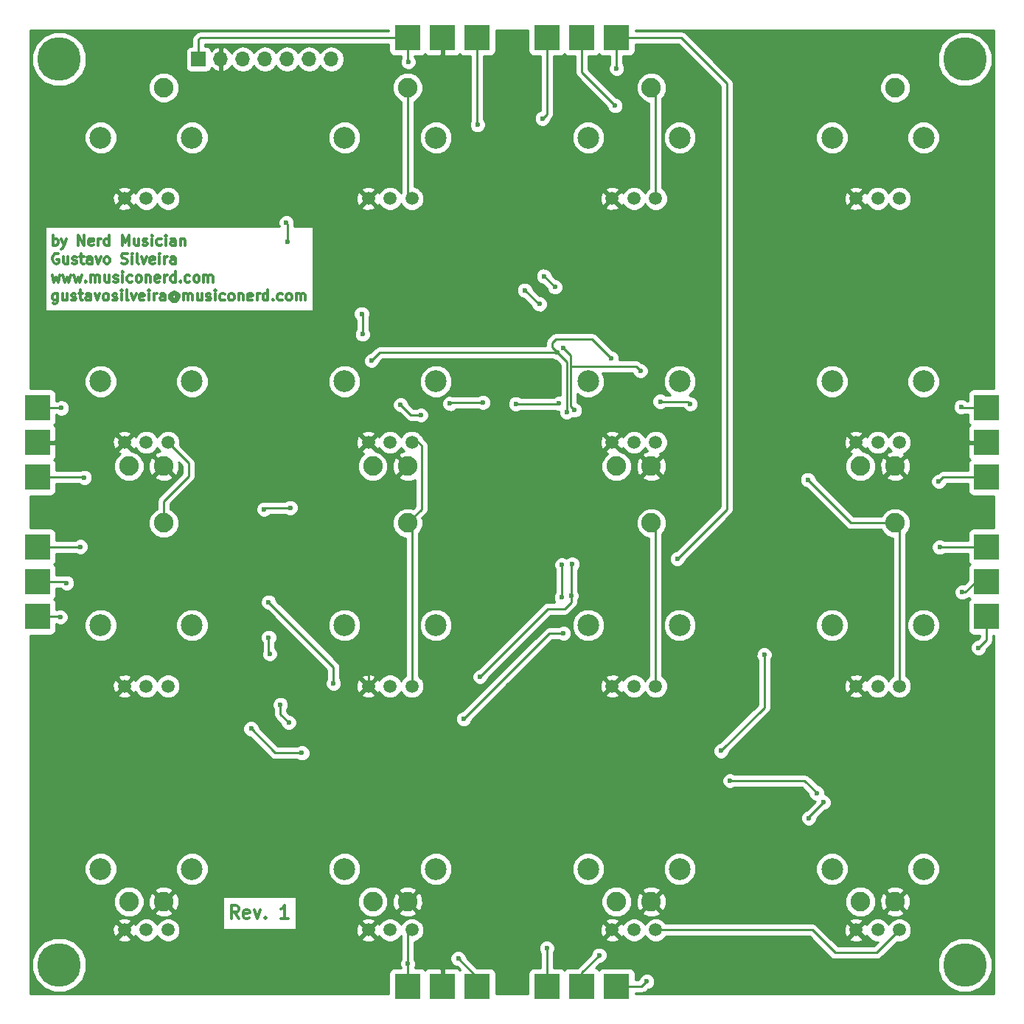
<source format=gbr>
G04 #@! TF.FileFunction,Copper,L1,Top,Signal*
%FSLAX46Y46*%
G04 Gerber Fmt 4.6, Leading zero omitted, Abs format (unit mm)*
G04 Created by KiCad (PCBNEW 4.0.6) date Sunday, June 10, 2018 'PMt' 08:04:18 PM*
%MOMM*%
%LPD*%
G01*
G04 APERTURE LIST*
%ADD10C,0.100000*%
%ADD11C,0.300000*%
%ADD12C,5.000000*%
%ADD13C,2.500000*%
%ADD14C,1.500000*%
%ADD15R,1.700000X1.700000*%
%ADD16O,1.700000X1.700000*%
%ADD17R,3.000000X3.000000*%
%ADD18C,2.247900*%
%ADD19C,0.600000*%
%ADD20C,0.250000*%
%ADD21C,0.254000*%
G04 APERTURE END LIST*
D10*
D11*
X111607144Y-149678571D02*
X111107144Y-148964286D01*
X110750001Y-149678571D02*
X110750001Y-148178571D01*
X111321429Y-148178571D01*
X111464287Y-148250000D01*
X111535715Y-148321429D01*
X111607144Y-148464286D01*
X111607144Y-148678571D01*
X111535715Y-148821429D01*
X111464287Y-148892857D01*
X111321429Y-148964286D01*
X110750001Y-148964286D01*
X112821429Y-149607143D02*
X112678572Y-149678571D01*
X112392858Y-149678571D01*
X112250001Y-149607143D01*
X112178572Y-149464286D01*
X112178572Y-148892857D01*
X112250001Y-148750000D01*
X112392858Y-148678571D01*
X112678572Y-148678571D01*
X112821429Y-148750000D01*
X112892858Y-148892857D01*
X112892858Y-149035714D01*
X112178572Y-149178571D01*
X113392858Y-148678571D02*
X113750001Y-149678571D01*
X114107143Y-148678571D01*
X114678572Y-149535714D02*
X114750000Y-149607143D01*
X114678572Y-149678571D01*
X114607143Y-149607143D01*
X114678572Y-149535714D01*
X114678572Y-149678571D01*
X117321429Y-149678571D02*
X116464286Y-149678571D01*
X116892858Y-149678571D02*
X116892858Y-148178571D01*
X116750001Y-148392857D01*
X116607143Y-148535714D01*
X116464286Y-148607143D01*
X90285714Y-72392857D02*
X90285714Y-71192857D01*
X90285714Y-71650000D02*
X90400000Y-71592857D01*
X90628571Y-71592857D01*
X90742857Y-71650000D01*
X90800000Y-71707143D01*
X90857143Y-71821429D01*
X90857143Y-72164286D01*
X90800000Y-72278571D01*
X90742857Y-72335714D01*
X90628571Y-72392857D01*
X90400000Y-72392857D01*
X90285714Y-72335714D01*
X91257143Y-71592857D02*
X91542857Y-72392857D01*
X91828571Y-71592857D02*
X91542857Y-72392857D01*
X91428571Y-72678571D01*
X91371428Y-72735714D01*
X91257143Y-72792857D01*
X93200000Y-72392857D02*
X93200000Y-71192857D01*
X93885715Y-72392857D01*
X93885715Y-71192857D01*
X94914286Y-72335714D02*
X94800000Y-72392857D01*
X94571429Y-72392857D01*
X94457143Y-72335714D01*
X94400000Y-72221429D01*
X94400000Y-71764286D01*
X94457143Y-71650000D01*
X94571429Y-71592857D01*
X94800000Y-71592857D01*
X94914286Y-71650000D01*
X94971429Y-71764286D01*
X94971429Y-71878571D01*
X94400000Y-71992857D01*
X95485714Y-72392857D02*
X95485714Y-71592857D01*
X95485714Y-71821429D02*
X95542857Y-71707143D01*
X95600000Y-71650000D01*
X95714286Y-71592857D01*
X95828571Y-71592857D01*
X96742857Y-72392857D02*
X96742857Y-71192857D01*
X96742857Y-72335714D02*
X96628571Y-72392857D01*
X96400000Y-72392857D01*
X96285714Y-72335714D01*
X96228571Y-72278571D01*
X96171428Y-72164286D01*
X96171428Y-71821429D01*
X96228571Y-71707143D01*
X96285714Y-71650000D01*
X96400000Y-71592857D01*
X96628571Y-71592857D01*
X96742857Y-71650000D01*
X98228571Y-72392857D02*
X98228571Y-71192857D01*
X98628571Y-72050000D01*
X99028571Y-71192857D01*
X99028571Y-72392857D01*
X100114286Y-71592857D02*
X100114286Y-72392857D01*
X99600000Y-71592857D02*
X99600000Y-72221429D01*
X99657143Y-72335714D01*
X99771429Y-72392857D01*
X99942857Y-72392857D01*
X100057143Y-72335714D01*
X100114286Y-72278571D01*
X100628571Y-72335714D02*
X100742857Y-72392857D01*
X100971429Y-72392857D01*
X101085714Y-72335714D01*
X101142857Y-72221429D01*
X101142857Y-72164286D01*
X101085714Y-72050000D01*
X100971429Y-71992857D01*
X100800000Y-71992857D01*
X100685714Y-71935714D01*
X100628571Y-71821429D01*
X100628571Y-71764286D01*
X100685714Y-71650000D01*
X100800000Y-71592857D01*
X100971429Y-71592857D01*
X101085714Y-71650000D01*
X101657143Y-72392857D02*
X101657143Y-71592857D01*
X101657143Y-71192857D02*
X101600000Y-71250000D01*
X101657143Y-71307143D01*
X101714286Y-71250000D01*
X101657143Y-71192857D01*
X101657143Y-71307143D01*
X102742858Y-72335714D02*
X102628572Y-72392857D01*
X102400001Y-72392857D01*
X102285715Y-72335714D01*
X102228572Y-72278571D01*
X102171429Y-72164286D01*
X102171429Y-71821429D01*
X102228572Y-71707143D01*
X102285715Y-71650000D01*
X102400001Y-71592857D01*
X102628572Y-71592857D01*
X102742858Y-71650000D01*
X103257143Y-72392857D02*
X103257143Y-71592857D01*
X103257143Y-71192857D02*
X103200000Y-71250000D01*
X103257143Y-71307143D01*
X103314286Y-71250000D01*
X103257143Y-71192857D01*
X103257143Y-71307143D01*
X104342858Y-72392857D02*
X104342858Y-71764286D01*
X104285715Y-71650000D01*
X104171429Y-71592857D01*
X103942858Y-71592857D01*
X103828572Y-71650000D01*
X104342858Y-72335714D02*
X104228572Y-72392857D01*
X103942858Y-72392857D01*
X103828572Y-72335714D01*
X103771429Y-72221429D01*
X103771429Y-72107143D01*
X103828572Y-71992857D01*
X103942858Y-71935714D01*
X104228572Y-71935714D01*
X104342858Y-71878571D01*
X104914286Y-71592857D02*
X104914286Y-72392857D01*
X104914286Y-71707143D02*
X104971429Y-71650000D01*
X105085715Y-71592857D01*
X105257143Y-71592857D01*
X105371429Y-71650000D01*
X105428572Y-71764286D01*
X105428572Y-72392857D01*
X90914286Y-73350000D02*
X90800000Y-73292857D01*
X90628571Y-73292857D01*
X90457143Y-73350000D01*
X90342857Y-73464286D01*
X90285714Y-73578571D01*
X90228571Y-73807143D01*
X90228571Y-73978571D01*
X90285714Y-74207143D01*
X90342857Y-74321429D01*
X90457143Y-74435714D01*
X90628571Y-74492857D01*
X90742857Y-74492857D01*
X90914286Y-74435714D01*
X90971429Y-74378571D01*
X90971429Y-73978571D01*
X90742857Y-73978571D01*
X92000000Y-73692857D02*
X92000000Y-74492857D01*
X91485714Y-73692857D02*
X91485714Y-74321429D01*
X91542857Y-74435714D01*
X91657143Y-74492857D01*
X91828571Y-74492857D01*
X91942857Y-74435714D01*
X92000000Y-74378571D01*
X92514285Y-74435714D02*
X92628571Y-74492857D01*
X92857143Y-74492857D01*
X92971428Y-74435714D01*
X93028571Y-74321429D01*
X93028571Y-74264286D01*
X92971428Y-74150000D01*
X92857143Y-74092857D01*
X92685714Y-74092857D01*
X92571428Y-74035714D01*
X92514285Y-73921429D01*
X92514285Y-73864286D01*
X92571428Y-73750000D01*
X92685714Y-73692857D01*
X92857143Y-73692857D01*
X92971428Y-73750000D01*
X93371429Y-73692857D02*
X93828572Y-73692857D01*
X93542857Y-73292857D02*
X93542857Y-74321429D01*
X93600000Y-74435714D01*
X93714286Y-74492857D01*
X93828572Y-74492857D01*
X94742857Y-74492857D02*
X94742857Y-73864286D01*
X94685714Y-73750000D01*
X94571428Y-73692857D01*
X94342857Y-73692857D01*
X94228571Y-73750000D01*
X94742857Y-74435714D02*
X94628571Y-74492857D01*
X94342857Y-74492857D01*
X94228571Y-74435714D01*
X94171428Y-74321429D01*
X94171428Y-74207143D01*
X94228571Y-74092857D01*
X94342857Y-74035714D01*
X94628571Y-74035714D01*
X94742857Y-73978571D01*
X95200000Y-73692857D02*
X95485714Y-74492857D01*
X95771428Y-73692857D01*
X96400000Y-74492857D02*
X96285714Y-74435714D01*
X96228571Y-74378571D01*
X96171428Y-74264286D01*
X96171428Y-73921429D01*
X96228571Y-73807143D01*
X96285714Y-73750000D01*
X96400000Y-73692857D01*
X96571428Y-73692857D01*
X96685714Y-73750000D01*
X96742857Y-73807143D01*
X96800000Y-73921429D01*
X96800000Y-74264286D01*
X96742857Y-74378571D01*
X96685714Y-74435714D01*
X96571428Y-74492857D01*
X96400000Y-74492857D01*
X98171428Y-74435714D02*
X98342857Y-74492857D01*
X98628571Y-74492857D01*
X98742857Y-74435714D01*
X98800000Y-74378571D01*
X98857143Y-74264286D01*
X98857143Y-74150000D01*
X98800000Y-74035714D01*
X98742857Y-73978571D01*
X98628571Y-73921429D01*
X98400000Y-73864286D01*
X98285714Y-73807143D01*
X98228571Y-73750000D01*
X98171428Y-73635714D01*
X98171428Y-73521429D01*
X98228571Y-73407143D01*
X98285714Y-73350000D01*
X98400000Y-73292857D01*
X98685714Y-73292857D01*
X98857143Y-73350000D01*
X99371428Y-74492857D02*
X99371428Y-73692857D01*
X99371428Y-73292857D02*
X99314285Y-73350000D01*
X99371428Y-73407143D01*
X99428571Y-73350000D01*
X99371428Y-73292857D01*
X99371428Y-73407143D01*
X100114286Y-74492857D02*
X100000000Y-74435714D01*
X99942857Y-74321429D01*
X99942857Y-73292857D01*
X100457143Y-73692857D02*
X100742857Y-74492857D01*
X101028571Y-73692857D01*
X101942857Y-74435714D02*
X101828571Y-74492857D01*
X101600000Y-74492857D01*
X101485714Y-74435714D01*
X101428571Y-74321429D01*
X101428571Y-73864286D01*
X101485714Y-73750000D01*
X101600000Y-73692857D01*
X101828571Y-73692857D01*
X101942857Y-73750000D01*
X102000000Y-73864286D01*
X102000000Y-73978571D01*
X101428571Y-74092857D01*
X102514285Y-74492857D02*
X102514285Y-73692857D01*
X102514285Y-73292857D02*
X102457142Y-73350000D01*
X102514285Y-73407143D01*
X102571428Y-73350000D01*
X102514285Y-73292857D01*
X102514285Y-73407143D01*
X103085714Y-74492857D02*
X103085714Y-73692857D01*
X103085714Y-73921429D02*
X103142857Y-73807143D01*
X103200000Y-73750000D01*
X103314286Y-73692857D01*
X103428571Y-73692857D01*
X104342857Y-74492857D02*
X104342857Y-73864286D01*
X104285714Y-73750000D01*
X104171428Y-73692857D01*
X103942857Y-73692857D01*
X103828571Y-73750000D01*
X104342857Y-74435714D02*
X104228571Y-74492857D01*
X103942857Y-74492857D01*
X103828571Y-74435714D01*
X103771428Y-74321429D01*
X103771428Y-74207143D01*
X103828571Y-74092857D01*
X103942857Y-74035714D01*
X104228571Y-74035714D01*
X104342857Y-73978571D01*
X90171429Y-75792857D02*
X90400000Y-76592857D01*
X90628571Y-76021429D01*
X90857143Y-76592857D01*
X91085714Y-75792857D01*
X91428572Y-75792857D02*
X91657143Y-76592857D01*
X91885714Y-76021429D01*
X92114286Y-76592857D01*
X92342857Y-75792857D01*
X92685715Y-75792857D02*
X92914286Y-76592857D01*
X93142857Y-76021429D01*
X93371429Y-76592857D01*
X93600000Y-75792857D01*
X94057143Y-76478571D02*
X94114286Y-76535714D01*
X94057143Y-76592857D01*
X94000000Y-76535714D01*
X94057143Y-76478571D01*
X94057143Y-76592857D01*
X94628572Y-76592857D02*
X94628572Y-75792857D01*
X94628572Y-75907143D02*
X94685715Y-75850000D01*
X94800001Y-75792857D01*
X94971429Y-75792857D01*
X95085715Y-75850000D01*
X95142858Y-75964286D01*
X95142858Y-76592857D01*
X95142858Y-75964286D02*
X95200001Y-75850000D01*
X95314287Y-75792857D01*
X95485715Y-75792857D01*
X95600001Y-75850000D01*
X95657144Y-75964286D01*
X95657144Y-76592857D01*
X96742858Y-75792857D02*
X96742858Y-76592857D01*
X96228572Y-75792857D02*
X96228572Y-76421429D01*
X96285715Y-76535714D01*
X96400001Y-76592857D01*
X96571429Y-76592857D01*
X96685715Y-76535714D01*
X96742858Y-76478571D01*
X97257143Y-76535714D02*
X97371429Y-76592857D01*
X97600001Y-76592857D01*
X97714286Y-76535714D01*
X97771429Y-76421429D01*
X97771429Y-76364286D01*
X97714286Y-76250000D01*
X97600001Y-76192857D01*
X97428572Y-76192857D01*
X97314286Y-76135714D01*
X97257143Y-76021429D01*
X97257143Y-75964286D01*
X97314286Y-75850000D01*
X97428572Y-75792857D01*
X97600001Y-75792857D01*
X97714286Y-75850000D01*
X98285715Y-76592857D02*
X98285715Y-75792857D01*
X98285715Y-75392857D02*
X98228572Y-75450000D01*
X98285715Y-75507143D01*
X98342858Y-75450000D01*
X98285715Y-75392857D01*
X98285715Y-75507143D01*
X99371430Y-76535714D02*
X99257144Y-76592857D01*
X99028573Y-76592857D01*
X98914287Y-76535714D01*
X98857144Y-76478571D01*
X98800001Y-76364286D01*
X98800001Y-76021429D01*
X98857144Y-75907143D01*
X98914287Y-75850000D01*
X99028573Y-75792857D01*
X99257144Y-75792857D01*
X99371430Y-75850000D01*
X100057144Y-76592857D02*
X99942858Y-76535714D01*
X99885715Y-76478571D01*
X99828572Y-76364286D01*
X99828572Y-76021429D01*
X99885715Y-75907143D01*
X99942858Y-75850000D01*
X100057144Y-75792857D01*
X100228572Y-75792857D01*
X100342858Y-75850000D01*
X100400001Y-75907143D01*
X100457144Y-76021429D01*
X100457144Y-76364286D01*
X100400001Y-76478571D01*
X100342858Y-76535714D01*
X100228572Y-76592857D01*
X100057144Y-76592857D01*
X100971429Y-75792857D02*
X100971429Y-76592857D01*
X100971429Y-75907143D02*
X101028572Y-75850000D01*
X101142858Y-75792857D01*
X101314286Y-75792857D01*
X101428572Y-75850000D01*
X101485715Y-75964286D01*
X101485715Y-76592857D01*
X102514286Y-76535714D02*
X102400000Y-76592857D01*
X102171429Y-76592857D01*
X102057143Y-76535714D01*
X102000000Y-76421429D01*
X102000000Y-75964286D01*
X102057143Y-75850000D01*
X102171429Y-75792857D01*
X102400000Y-75792857D01*
X102514286Y-75850000D01*
X102571429Y-75964286D01*
X102571429Y-76078571D01*
X102000000Y-76192857D01*
X103085714Y-76592857D02*
X103085714Y-75792857D01*
X103085714Y-76021429D02*
X103142857Y-75907143D01*
X103200000Y-75850000D01*
X103314286Y-75792857D01*
X103428571Y-75792857D01*
X104342857Y-76592857D02*
X104342857Y-75392857D01*
X104342857Y-76535714D02*
X104228571Y-76592857D01*
X104000000Y-76592857D01*
X103885714Y-76535714D01*
X103828571Y-76478571D01*
X103771428Y-76364286D01*
X103771428Y-76021429D01*
X103828571Y-75907143D01*
X103885714Y-75850000D01*
X104000000Y-75792857D01*
X104228571Y-75792857D01*
X104342857Y-75850000D01*
X104914285Y-76478571D02*
X104971428Y-76535714D01*
X104914285Y-76592857D01*
X104857142Y-76535714D01*
X104914285Y-76478571D01*
X104914285Y-76592857D01*
X106000000Y-76535714D02*
X105885714Y-76592857D01*
X105657143Y-76592857D01*
X105542857Y-76535714D01*
X105485714Y-76478571D01*
X105428571Y-76364286D01*
X105428571Y-76021429D01*
X105485714Y-75907143D01*
X105542857Y-75850000D01*
X105657143Y-75792857D01*
X105885714Y-75792857D01*
X106000000Y-75850000D01*
X106685714Y-76592857D02*
X106571428Y-76535714D01*
X106514285Y-76478571D01*
X106457142Y-76364286D01*
X106457142Y-76021429D01*
X106514285Y-75907143D01*
X106571428Y-75850000D01*
X106685714Y-75792857D01*
X106857142Y-75792857D01*
X106971428Y-75850000D01*
X107028571Y-75907143D01*
X107085714Y-76021429D01*
X107085714Y-76364286D01*
X107028571Y-76478571D01*
X106971428Y-76535714D01*
X106857142Y-76592857D01*
X106685714Y-76592857D01*
X107599999Y-76592857D02*
X107599999Y-75792857D01*
X107599999Y-75907143D02*
X107657142Y-75850000D01*
X107771428Y-75792857D01*
X107942856Y-75792857D01*
X108057142Y-75850000D01*
X108114285Y-75964286D01*
X108114285Y-76592857D01*
X108114285Y-75964286D02*
X108171428Y-75850000D01*
X108285714Y-75792857D01*
X108457142Y-75792857D01*
X108571428Y-75850000D01*
X108628571Y-75964286D01*
X108628571Y-76592857D01*
X90800000Y-77892857D02*
X90800000Y-78864286D01*
X90742857Y-78978571D01*
X90685714Y-79035714D01*
X90571429Y-79092857D01*
X90400000Y-79092857D01*
X90285714Y-79035714D01*
X90800000Y-78635714D02*
X90685714Y-78692857D01*
X90457143Y-78692857D01*
X90342857Y-78635714D01*
X90285714Y-78578571D01*
X90228571Y-78464286D01*
X90228571Y-78121429D01*
X90285714Y-78007143D01*
X90342857Y-77950000D01*
X90457143Y-77892857D01*
X90685714Y-77892857D01*
X90800000Y-77950000D01*
X91885714Y-77892857D02*
X91885714Y-78692857D01*
X91371428Y-77892857D02*
X91371428Y-78521429D01*
X91428571Y-78635714D01*
X91542857Y-78692857D01*
X91714285Y-78692857D01*
X91828571Y-78635714D01*
X91885714Y-78578571D01*
X92399999Y-78635714D02*
X92514285Y-78692857D01*
X92742857Y-78692857D01*
X92857142Y-78635714D01*
X92914285Y-78521429D01*
X92914285Y-78464286D01*
X92857142Y-78350000D01*
X92742857Y-78292857D01*
X92571428Y-78292857D01*
X92457142Y-78235714D01*
X92399999Y-78121429D01*
X92399999Y-78064286D01*
X92457142Y-77950000D01*
X92571428Y-77892857D01*
X92742857Y-77892857D01*
X92857142Y-77950000D01*
X93257143Y-77892857D02*
X93714286Y-77892857D01*
X93428571Y-77492857D02*
X93428571Y-78521429D01*
X93485714Y-78635714D01*
X93600000Y-78692857D01*
X93714286Y-78692857D01*
X94628571Y-78692857D02*
X94628571Y-78064286D01*
X94571428Y-77950000D01*
X94457142Y-77892857D01*
X94228571Y-77892857D01*
X94114285Y-77950000D01*
X94628571Y-78635714D02*
X94514285Y-78692857D01*
X94228571Y-78692857D01*
X94114285Y-78635714D01*
X94057142Y-78521429D01*
X94057142Y-78407143D01*
X94114285Y-78292857D01*
X94228571Y-78235714D01*
X94514285Y-78235714D01*
X94628571Y-78178571D01*
X95085714Y-77892857D02*
X95371428Y-78692857D01*
X95657142Y-77892857D01*
X96285714Y-78692857D02*
X96171428Y-78635714D01*
X96114285Y-78578571D01*
X96057142Y-78464286D01*
X96057142Y-78121429D01*
X96114285Y-78007143D01*
X96171428Y-77950000D01*
X96285714Y-77892857D01*
X96457142Y-77892857D01*
X96571428Y-77950000D01*
X96628571Y-78007143D01*
X96685714Y-78121429D01*
X96685714Y-78464286D01*
X96628571Y-78578571D01*
X96571428Y-78635714D01*
X96457142Y-78692857D01*
X96285714Y-78692857D01*
X97142856Y-78635714D02*
X97257142Y-78692857D01*
X97485714Y-78692857D01*
X97599999Y-78635714D01*
X97657142Y-78521429D01*
X97657142Y-78464286D01*
X97599999Y-78350000D01*
X97485714Y-78292857D01*
X97314285Y-78292857D01*
X97199999Y-78235714D01*
X97142856Y-78121429D01*
X97142856Y-78064286D01*
X97199999Y-77950000D01*
X97314285Y-77892857D01*
X97485714Y-77892857D01*
X97599999Y-77950000D01*
X98171428Y-78692857D02*
X98171428Y-77892857D01*
X98171428Y-77492857D02*
X98114285Y-77550000D01*
X98171428Y-77607143D01*
X98228571Y-77550000D01*
X98171428Y-77492857D01*
X98171428Y-77607143D01*
X98914286Y-78692857D02*
X98800000Y-78635714D01*
X98742857Y-78521429D01*
X98742857Y-77492857D01*
X99257143Y-77892857D02*
X99542857Y-78692857D01*
X99828571Y-77892857D01*
X100742857Y-78635714D02*
X100628571Y-78692857D01*
X100400000Y-78692857D01*
X100285714Y-78635714D01*
X100228571Y-78521429D01*
X100228571Y-78064286D01*
X100285714Y-77950000D01*
X100400000Y-77892857D01*
X100628571Y-77892857D01*
X100742857Y-77950000D01*
X100800000Y-78064286D01*
X100800000Y-78178571D01*
X100228571Y-78292857D01*
X101314285Y-78692857D02*
X101314285Y-77892857D01*
X101314285Y-77492857D02*
X101257142Y-77550000D01*
X101314285Y-77607143D01*
X101371428Y-77550000D01*
X101314285Y-77492857D01*
X101314285Y-77607143D01*
X101885714Y-78692857D02*
X101885714Y-77892857D01*
X101885714Y-78121429D02*
X101942857Y-78007143D01*
X102000000Y-77950000D01*
X102114286Y-77892857D01*
X102228571Y-77892857D01*
X103142857Y-78692857D02*
X103142857Y-78064286D01*
X103085714Y-77950000D01*
X102971428Y-77892857D01*
X102742857Y-77892857D01*
X102628571Y-77950000D01*
X103142857Y-78635714D02*
X103028571Y-78692857D01*
X102742857Y-78692857D01*
X102628571Y-78635714D01*
X102571428Y-78521429D01*
X102571428Y-78407143D01*
X102628571Y-78292857D01*
X102742857Y-78235714D01*
X103028571Y-78235714D01*
X103142857Y-78178571D01*
X104457142Y-78121429D02*
X104400000Y-78064286D01*
X104285714Y-78007143D01*
X104171428Y-78007143D01*
X104057142Y-78064286D01*
X104000000Y-78121429D01*
X103942857Y-78235714D01*
X103942857Y-78350000D01*
X104000000Y-78464286D01*
X104057142Y-78521429D01*
X104171428Y-78578571D01*
X104285714Y-78578571D01*
X104400000Y-78521429D01*
X104457142Y-78464286D01*
X104457142Y-78007143D02*
X104457142Y-78464286D01*
X104514285Y-78521429D01*
X104571428Y-78521429D01*
X104685714Y-78464286D01*
X104742857Y-78350000D01*
X104742857Y-78064286D01*
X104628571Y-77892857D01*
X104457142Y-77778571D01*
X104228571Y-77721429D01*
X104000000Y-77778571D01*
X103828571Y-77892857D01*
X103714285Y-78064286D01*
X103657142Y-78292857D01*
X103714285Y-78521429D01*
X103828571Y-78692857D01*
X104000000Y-78807143D01*
X104228571Y-78864286D01*
X104457142Y-78807143D01*
X104628571Y-78692857D01*
X105257142Y-78692857D02*
X105257142Y-77892857D01*
X105257142Y-78007143D02*
X105314285Y-77950000D01*
X105428571Y-77892857D01*
X105599999Y-77892857D01*
X105714285Y-77950000D01*
X105771428Y-78064286D01*
X105771428Y-78692857D01*
X105771428Y-78064286D02*
X105828571Y-77950000D01*
X105942857Y-77892857D01*
X106114285Y-77892857D01*
X106228571Y-77950000D01*
X106285714Y-78064286D01*
X106285714Y-78692857D01*
X107371428Y-77892857D02*
X107371428Y-78692857D01*
X106857142Y-77892857D02*
X106857142Y-78521429D01*
X106914285Y-78635714D01*
X107028571Y-78692857D01*
X107199999Y-78692857D01*
X107314285Y-78635714D01*
X107371428Y-78578571D01*
X107885713Y-78635714D02*
X107999999Y-78692857D01*
X108228571Y-78692857D01*
X108342856Y-78635714D01*
X108399999Y-78521429D01*
X108399999Y-78464286D01*
X108342856Y-78350000D01*
X108228571Y-78292857D01*
X108057142Y-78292857D01*
X107942856Y-78235714D01*
X107885713Y-78121429D01*
X107885713Y-78064286D01*
X107942856Y-77950000D01*
X108057142Y-77892857D01*
X108228571Y-77892857D01*
X108342856Y-77950000D01*
X108914285Y-78692857D02*
X108914285Y-77892857D01*
X108914285Y-77492857D02*
X108857142Y-77550000D01*
X108914285Y-77607143D01*
X108971428Y-77550000D01*
X108914285Y-77492857D01*
X108914285Y-77607143D01*
X110000000Y-78635714D02*
X109885714Y-78692857D01*
X109657143Y-78692857D01*
X109542857Y-78635714D01*
X109485714Y-78578571D01*
X109428571Y-78464286D01*
X109428571Y-78121429D01*
X109485714Y-78007143D01*
X109542857Y-77950000D01*
X109657143Y-77892857D01*
X109885714Y-77892857D01*
X110000000Y-77950000D01*
X110685714Y-78692857D02*
X110571428Y-78635714D01*
X110514285Y-78578571D01*
X110457142Y-78464286D01*
X110457142Y-78121429D01*
X110514285Y-78007143D01*
X110571428Y-77950000D01*
X110685714Y-77892857D01*
X110857142Y-77892857D01*
X110971428Y-77950000D01*
X111028571Y-78007143D01*
X111085714Y-78121429D01*
X111085714Y-78464286D01*
X111028571Y-78578571D01*
X110971428Y-78635714D01*
X110857142Y-78692857D01*
X110685714Y-78692857D01*
X111599999Y-77892857D02*
X111599999Y-78692857D01*
X111599999Y-78007143D02*
X111657142Y-77950000D01*
X111771428Y-77892857D01*
X111942856Y-77892857D01*
X112057142Y-77950000D01*
X112114285Y-78064286D01*
X112114285Y-78692857D01*
X113142856Y-78635714D02*
X113028570Y-78692857D01*
X112799999Y-78692857D01*
X112685713Y-78635714D01*
X112628570Y-78521429D01*
X112628570Y-78064286D01*
X112685713Y-77950000D01*
X112799999Y-77892857D01*
X113028570Y-77892857D01*
X113142856Y-77950000D01*
X113199999Y-78064286D01*
X113199999Y-78178571D01*
X112628570Y-78292857D01*
X113714284Y-78692857D02*
X113714284Y-77892857D01*
X113714284Y-78121429D02*
X113771427Y-78007143D01*
X113828570Y-77950000D01*
X113942856Y-77892857D01*
X114057141Y-77892857D01*
X114971427Y-78692857D02*
X114971427Y-77492857D01*
X114971427Y-78635714D02*
X114857141Y-78692857D01*
X114628570Y-78692857D01*
X114514284Y-78635714D01*
X114457141Y-78578571D01*
X114399998Y-78464286D01*
X114399998Y-78121429D01*
X114457141Y-78007143D01*
X114514284Y-77950000D01*
X114628570Y-77892857D01*
X114857141Y-77892857D01*
X114971427Y-77950000D01*
X115542855Y-78578571D02*
X115599998Y-78635714D01*
X115542855Y-78692857D01*
X115485712Y-78635714D01*
X115542855Y-78578571D01*
X115542855Y-78692857D01*
X116628570Y-78635714D02*
X116514284Y-78692857D01*
X116285713Y-78692857D01*
X116171427Y-78635714D01*
X116114284Y-78578571D01*
X116057141Y-78464286D01*
X116057141Y-78121429D01*
X116114284Y-78007143D01*
X116171427Y-77950000D01*
X116285713Y-77892857D01*
X116514284Y-77892857D01*
X116628570Y-77950000D01*
X117314284Y-78692857D02*
X117199998Y-78635714D01*
X117142855Y-78578571D01*
X117085712Y-78464286D01*
X117085712Y-78121429D01*
X117142855Y-78007143D01*
X117199998Y-77950000D01*
X117314284Y-77892857D01*
X117485712Y-77892857D01*
X117599998Y-77950000D01*
X117657141Y-78007143D01*
X117714284Y-78121429D01*
X117714284Y-78464286D01*
X117657141Y-78578571D01*
X117599998Y-78635714D01*
X117485712Y-78692857D01*
X117314284Y-78692857D01*
X118228569Y-78692857D02*
X118228569Y-77892857D01*
X118228569Y-78007143D02*
X118285712Y-77950000D01*
X118399998Y-77892857D01*
X118571426Y-77892857D01*
X118685712Y-77950000D01*
X118742855Y-78064286D01*
X118742855Y-78692857D01*
X118742855Y-78064286D02*
X118799998Y-77950000D01*
X118914284Y-77892857D01*
X119085712Y-77892857D01*
X119199998Y-77950000D01*
X119257141Y-78064286D01*
X119257141Y-78692857D01*
D12*
X195000000Y-155000000D03*
X91000000Y-155000000D03*
X91000000Y-51000000D03*
D13*
X162250000Y-60000000D03*
D14*
X157000000Y-67000000D03*
X159500000Y-67000000D03*
X154500000Y-67000000D03*
D13*
X151750000Y-60000000D03*
X106250000Y-60000000D03*
D14*
X101000000Y-67000000D03*
X103500000Y-67000000D03*
X98500000Y-67000000D03*
D13*
X95750000Y-60000000D03*
X134250000Y-60000000D03*
D14*
X129000000Y-67000000D03*
X131500000Y-67000000D03*
X126500000Y-67000000D03*
D13*
X123750000Y-60000000D03*
X190250000Y-60000000D03*
D14*
X185000000Y-67000000D03*
X187500000Y-67000000D03*
X182500000Y-67000000D03*
D13*
X179750000Y-60000000D03*
X106250000Y-88000000D03*
D14*
X101000000Y-95000000D03*
X103500000Y-95000000D03*
X98500000Y-95000000D03*
D13*
X95750000Y-88000000D03*
X134250000Y-88000000D03*
D14*
X129000000Y-95000000D03*
X131500000Y-95000000D03*
X126500000Y-95000000D03*
D13*
X123750000Y-88000000D03*
X162250000Y-88000000D03*
D14*
X157000000Y-95000000D03*
X159500000Y-95000000D03*
X154500000Y-95000000D03*
D13*
X151750000Y-88000000D03*
X190250000Y-88000000D03*
D14*
X185000000Y-95000000D03*
X187500000Y-95000000D03*
X182500000Y-95000000D03*
D13*
X179750000Y-88000000D03*
X106250000Y-116000000D03*
D14*
X101000000Y-123000000D03*
X103500000Y-123000000D03*
X98500000Y-123000000D03*
D13*
X95750000Y-116000000D03*
X134250000Y-116000000D03*
D14*
X129000000Y-123000000D03*
X131500000Y-123000000D03*
X126500000Y-123000000D03*
D13*
X123750000Y-116000000D03*
X162250000Y-116000000D03*
D14*
X157000000Y-123000000D03*
X159500000Y-123000000D03*
X154500000Y-123000000D03*
D13*
X151750000Y-116000000D03*
X190250000Y-116000000D03*
D14*
X185000000Y-123000000D03*
X187500000Y-123000000D03*
X182500000Y-123000000D03*
D13*
X179750000Y-116000000D03*
X106250000Y-144000000D03*
D14*
X101000000Y-151000000D03*
X103500000Y-151000000D03*
X98500000Y-151000000D03*
D13*
X95750000Y-144000000D03*
X134250000Y-144000000D03*
D14*
X129000000Y-151000000D03*
X131500000Y-151000000D03*
X126500000Y-151000000D03*
D13*
X123750000Y-144000000D03*
X162250000Y-144000000D03*
D14*
X157000000Y-151000000D03*
X159500000Y-151000000D03*
X154500000Y-151000000D03*
D13*
X151750000Y-144000000D03*
X190250000Y-144000000D03*
D14*
X185000000Y-151000000D03*
X187500000Y-151000000D03*
X182500000Y-151000000D03*
D13*
X179750000Y-144000000D03*
D12*
X195000000Y-51000000D03*
D15*
X107000000Y-51000000D03*
D16*
X109540000Y-51000000D03*
X112080000Y-51000000D03*
X114620000Y-51000000D03*
X117160000Y-51000000D03*
X119700000Y-51000000D03*
X122240000Y-51000000D03*
D17*
X88500000Y-115000000D03*
X88500000Y-91000000D03*
X88500000Y-95000000D03*
X88500000Y-99000000D03*
X88500000Y-111000000D03*
X88500000Y-107000000D03*
X155000000Y-157500000D03*
X131000000Y-157500000D03*
X135000000Y-157500000D03*
X139000000Y-157500000D03*
X151000000Y-157500000D03*
X147000000Y-157500000D03*
X197500000Y-115000000D03*
X197500000Y-91000000D03*
X197500000Y-95000000D03*
X197500000Y-99000000D03*
X197500000Y-111000000D03*
X197500000Y-107000000D03*
X155000000Y-48500000D03*
X131000000Y-48500000D03*
X135000000Y-48500000D03*
X139000000Y-48500000D03*
X151000000Y-48500000D03*
X147000000Y-48500000D03*
D18*
X102998980Y-104252520D03*
X102998980Y-147747480D03*
X99001020Y-147747480D03*
X130998980Y-104252520D03*
X130998980Y-147747480D03*
X127001020Y-147747480D03*
X158998980Y-104252520D03*
X158998980Y-147747480D03*
X155001020Y-147747480D03*
X186998980Y-104252520D03*
X186998980Y-147747480D03*
X183001020Y-147747480D03*
X186998980Y-54252520D03*
X186998980Y-97747480D03*
X183001020Y-97747480D03*
X158998980Y-54252520D03*
X158998980Y-97747480D03*
X155001020Y-97747480D03*
X130998980Y-54252520D03*
X130998980Y-97747480D03*
X127001020Y-97747480D03*
X102998980Y-54252520D03*
X102998980Y-97747480D03*
X99001020Y-97747480D03*
D19*
X132550000Y-91870000D03*
X130200000Y-90690000D03*
X125840000Y-82590000D03*
X125730000Y-80240000D03*
X117260000Y-72010000D03*
X117080000Y-69790000D03*
X154420000Y-85380000D03*
X160020000Y-90300000D03*
X163470000Y-90590000D03*
X192020000Y-99480000D03*
X136820000Y-154280000D03*
X117350000Y-127180000D03*
X116400000Y-125120000D03*
X115170000Y-119300000D03*
X115060000Y-117400000D03*
X126860000Y-85610000D03*
X93880000Y-99030000D03*
X149280000Y-91520000D03*
X148170000Y-84660000D03*
X146150000Y-79120000D03*
X144460000Y-77520000D03*
X139030000Y-58520000D03*
X117530000Y-102500000D03*
X114500000Y-102680000D03*
X93420000Y-106980000D03*
X171960000Y-119380000D03*
X167010000Y-130430000D03*
X146990000Y-153070000D03*
X157750000Y-86780000D03*
X192110000Y-107040000D03*
X146660000Y-75910000D03*
X147940000Y-77170000D03*
X148880000Y-84170000D03*
X150170000Y-91300000D03*
X146490000Y-57800000D03*
X176970000Y-99290000D03*
X131090000Y-51300000D03*
X194570000Y-90920000D03*
X131030000Y-154840000D03*
X91250000Y-91060000D03*
X161980000Y-108370000D03*
X139320000Y-121920000D03*
X118870000Y-130680000D03*
X113030000Y-127890000D03*
X91140000Y-115060000D03*
X177080000Y-138140000D03*
X178760000Y-136350000D03*
X196590000Y-118580000D03*
X158480000Y-156910000D03*
X149810000Y-112620000D03*
X149920000Y-108970000D03*
X155010000Y-52080000D03*
X148920000Y-116930000D03*
X137440000Y-126770000D03*
X122500000Y-122680000D03*
X115040000Y-113350000D03*
X91850000Y-111150000D03*
X168020000Y-133850000D03*
X177970000Y-135260000D03*
X194690000Y-112210000D03*
X148710000Y-109070000D03*
X148700000Y-112820000D03*
X153000000Y-153890000D03*
X154840000Y-56330000D03*
X127130000Y-109080000D03*
X139670000Y-90410000D03*
X135870000Y-90550000D03*
X143440000Y-90580000D03*
X148360000Y-90530000D03*
D20*
X131380000Y-91870000D02*
X132550000Y-91870000D01*
X130200000Y-90690000D02*
X131380000Y-91870000D01*
X125840000Y-80350000D02*
X125840000Y-82590000D01*
X125730000Y-80240000D02*
X125840000Y-80350000D01*
X117260000Y-69970000D02*
X117260000Y-72010000D01*
X117080000Y-69790000D02*
X117260000Y-69970000D01*
X197500000Y-99000000D02*
X192500000Y-99000000D01*
X147600000Y-84090000D02*
X148170000Y-84660000D01*
X147600000Y-83590000D02*
X147600000Y-84090000D01*
X148020000Y-83170000D02*
X147600000Y-83590000D01*
X152210000Y-83170000D02*
X148020000Y-83170000D01*
X154420000Y-85380000D02*
X152210000Y-83170000D01*
X163180000Y-90300000D02*
X160020000Y-90300000D01*
X163470000Y-90590000D02*
X163180000Y-90300000D01*
X192500000Y-99000000D02*
X192020000Y-99480000D01*
X139000000Y-157500000D02*
X139000000Y-156460000D01*
X139000000Y-156460000D02*
X136820000Y-154280000D01*
X117350000Y-127180000D02*
X116400000Y-126230000D01*
X116400000Y-126230000D02*
X116400000Y-125120000D01*
X115170000Y-119300000D02*
X115060000Y-119190000D01*
X115060000Y-119190000D02*
X115060000Y-117400000D01*
X88500000Y-99000000D02*
X93850000Y-99000000D01*
X127810000Y-84660000D02*
X148170000Y-84660000D01*
X126860000Y-85610000D02*
X127810000Y-84660000D01*
X93850000Y-99000000D02*
X93880000Y-99030000D01*
X149280000Y-85770000D02*
X149280000Y-91520000D01*
X148170000Y-84660000D02*
X149280000Y-85770000D01*
X146060000Y-79120000D02*
X146150000Y-79120000D01*
X144460000Y-77520000D02*
X146060000Y-79120000D01*
X139000000Y-58490000D02*
X139000000Y-48500000D01*
X139030000Y-58520000D02*
X139000000Y-58490000D01*
X88500000Y-107000000D02*
X93400000Y-107000000D01*
X114680000Y-102500000D02*
X117530000Y-102500000D01*
X114500000Y-102680000D02*
X114680000Y-102500000D01*
X93400000Y-107000000D02*
X93420000Y-106980000D01*
X147000000Y-157500000D02*
X147000000Y-153080000D01*
X171960000Y-125480000D02*
X171960000Y-119380000D01*
X167010000Y-130430000D02*
X171960000Y-125480000D01*
X147000000Y-153080000D02*
X146990000Y-153070000D01*
X197500000Y-107000000D02*
X192150000Y-107000000D01*
X157250000Y-86280000D02*
X149730002Y-86280000D01*
X157750000Y-86780000D02*
X157250000Y-86280000D01*
X192150000Y-107000000D02*
X192110000Y-107040000D01*
X146680000Y-75910000D02*
X146660000Y-75910000D01*
X147940000Y-77170000D02*
X146680000Y-75910000D01*
X149730002Y-85020002D02*
X148880000Y-84170000D01*
X149730002Y-90860002D02*
X149730002Y-86280000D01*
X149730002Y-86280000D02*
X149730002Y-85020002D01*
X150170000Y-91300000D02*
X149730002Y-90860002D01*
X147000000Y-57290000D02*
X147000000Y-48500000D01*
X146490000Y-57800000D02*
X147000000Y-57290000D01*
X131500000Y-95000000D02*
X132230000Y-95000000D01*
X132230000Y-95000000D02*
X132590000Y-95360000D01*
X132590000Y-95360000D02*
X132590000Y-102661500D01*
X132590000Y-102661500D02*
X130998980Y-104252520D01*
X102998980Y-104252520D02*
X102998980Y-101741020D01*
X105880000Y-97380000D02*
X103500000Y-95000000D01*
X105880000Y-98860000D02*
X105880000Y-97380000D01*
X102998980Y-101741020D02*
X105880000Y-98860000D01*
X159500000Y-151000000D02*
X177490000Y-151000000D01*
X184880000Y-153620000D02*
X187500000Y-151000000D01*
X180110000Y-153620000D02*
X184880000Y-153620000D01*
X177490000Y-151000000D02*
X180110000Y-153620000D01*
X159500000Y-67000000D02*
X159500000Y-54753540D01*
X159500000Y-54753540D02*
X158998980Y-54252520D01*
X159500000Y-123000000D02*
X159500000Y-104753540D01*
X159500000Y-104753540D02*
X158998980Y-104252520D01*
X131500000Y-123000000D02*
X131500000Y-104753540D01*
X131500000Y-104753540D02*
X130998980Y-104252520D01*
X187500000Y-123000000D02*
X187500000Y-104753540D01*
X187500000Y-104753540D02*
X186998980Y-104252520D01*
X186998980Y-104252520D02*
X181932520Y-104252520D01*
X181932520Y-104252520D02*
X176970000Y-99290000D01*
X130998980Y-54252520D02*
X130998980Y-66498980D01*
X130998980Y-66498980D02*
X131500000Y-67000000D01*
X131000000Y-48500000D02*
X131000000Y-51210000D01*
X131000000Y-51210000D02*
X131090000Y-51300000D01*
X107220000Y-48500000D02*
X131000000Y-48500000D01*
X107000000Y-48720000D02*
X107220000Y-48500000D01*
X107000000Y-51000000D02*
X107000000Y-48720000D01*
X197500000Y-91000000D02*
X194650000Y-91000000D01*
X194650000Y-91000000D02*
X194570000Y-90920000D01*
X131030000Y-151470000D02*
X131030000Y-154840000D01*
X131000000Y-154870000D02*
X131030000Y-154840000D01*
X131000000Y-154870000D02*
X131000000Y-157500000D01*
X131030000Y-151470000D02*
X131500000Y-151000000D01*
X88500000Y-91000000D02*
X91190000Y-91000000D01*
X91190000Y-91000000D02*
X91250000Y-91060000D01*
X155000000Y-48500000D02*
X162390000Y-48500000D01*
X167670000Y-102680000D02*
X161980000Y-108370000D01*
X167670000Y-53780000D02*
X167670000Y-102680000D01*
X162390000Y-48500000D02*
X167670000Y-53780000D01*
X88500000Y-115000000D02*
X91080000Y-115000000D01*
X149810000Y-113330000D02*
X149810000Y-112620000D01*
X149030000Y-114110000D02*
X149810000Y-113330000D01*
X147130000Y-114110000D02*
X149030000Y-114110000D01*
X139320000Y-121920000D02*
X147130000Y-114110000D01*
X115820000Y-130680000D02*
X118870000Y-130680000D01*
X113030000Y-127890000D02*
X115820000Y-130680000D01*
X91080000Y-115000000D02*
X91140000Y-115060000D01*
X197500000Y-115000000D02*
X197500000Y-117670000D01*
X177080000Y-138030000D02*
X177080000Y-138140000D01*
X178760000Y-136350000D02*
X177080000Y-138030000D01*
X197500000Y-117670000D02*
X196590000Y-118580000D01*
X157890000Y-157500000D02*
X155000000Y-157500000D01*
X158480000Y-156910000D02*
X157890000Y-157500000D01*
X149810000Y-109080000D02*
X149810000Y-112620000D01*
X149920000Y-108970000D02*
X149810000Y-109080000D01*
X155000000Y-52070000D02*
X155000000Y-48500000D01*
X155010000Y-52080000D02*
X155000000Y-52070000D01*
X88500000Y-111000000D02*
X91700000Y-111000000D01*
X147280000Y-116930000D02*
X148920000Y-116930000D01*
X137440000Y-126770000D02*
X147280000Y-116930000D01*
X122500000Y-120810000D02*
X122500000Y-122680000D01*
X115040000Y-113350000D02*
X122500000Y-120810000D01*
X91700000Y-111000000D02*
X91850000Y-111150000D01*
X177970000Y-135260000D02*
X177970000Y-135230000D01*
X177970000Y-135230000D02*
X176590000Y-133850000D01*
X176590000Y-133850000D02*
X168020000Y-133850000D01*
X196280000Y-111000000D02*
X195070000Y-112210000D01*
X195070000Y-112210000D02*
X194690000Y-112210000D01*
X197500000Y-111000000D02*
X196280000Y-111000000D01*
X148710000Y-109070000D02*
X148700000Y-109080000D01*
X148700000Y-109080000D02*
X148700000Y-112820000D01*
X151000000Y-155890000D02*
X151000000Y-157500000D01*
X153000000Y-153890000D02*
X151000000Y-155890000D01*
X154840000Y-56330000D02*
X151000000Y-52490000D01*
X151000000Y-52490000D02*
X151000000Y-48500000D01*
X126500000Y-123000000D02*
X126500000Y-109710000D01*
X126500000Y-109710000D02*
X127130000Y-109080000D01*
X136010000Y-90410000D02*
X139670000Y-90410000D01*
X135870000Y-90550000D02*
X136010000Y-90410000D01*
X143440000Y-90580000D02*
X148310000Y-90580000D01*
X148310000Y-90580000D02*
X148360000Y-90530000D01*
D21*
G36*
X128852560Y-47740000D02*
X107220000Y-47740000D01*
X106929161Y-47797852D01*
X106682599Y-47962599D01*
X106462599Y-48182599D01*
X106297852Y-48429161D01*
X106240000Y-48720000D01*
X106240000Y-49502560D01*
X106150000Y-49502560D01*
X105914683Y-49546838D01*
X105698559Y-49685910D01*
X105553569Y-49898110D01*
X105502560Y-50150000D01*
X105502560Y-51850000D01*
X105546838Y-52085317D01*
X105685910Y-52301441D01*
X105898110Y-52446431D01*
X106150000Y-52497440D01*
X107850000Y-52497440D01*
X108085317Y-52453162D01*
X108301441Y-52314090D01*
X108446431Y-52101890D01*
X108468301Y-51993893D01*
X108773076Y-52271645D01*
X109183110Y-52441476D01*
X109413000Y-52320155D01*
X109413000Y-51127000D01*
X109393000Y-51127000D01*
X109393000Y-50873000D01*
X109413000Y-50873000D01*
X109413000Y-49679845D01*
X109667000Y-49679845D01*
X109667000Y-50873000D01*
X109687000Y-50873000D01*
X109687000Y-51127000D01*
X109667000Y-51127000D01*
X109667000Y-52320155D01*
X109896890Y-52441476D01*
X110306924Y-52271645D01*
X110735183Y-51881358D01*
X110802298Y-51738447D01*
X111029946Y-52079147D01*
X111511715Y-52401054D01*
X112080000Y-52514093D01*
X112648285Y-52401054D01*
X113130054Y-52079147D01*
X113350000Y-51749974D01*
X113569946Y-52079147D01*
X114051715Y-52401054D01*
X114620000Y-52514093D01*
X115188285Y-52401054D01*
X115670054Y-52079147D01*
X115890000Y-51749974D01*
X116109946Y-52079147D01*
X116591715Y-52401054D01*
X117160000Y-52514093D01*
X117728285Y-52401054D01*
X118210054Y-52079147D01*
X118430000Y-51749974D01*
X118649946Y-52079147D01*
X119131715Y-52401054D01*
X119700000Y-52514093D01*
X120268285Y-52401054D01*
X120750054Y-52079147D01*
X120970000Y-51749974D01*
X121189946Y-52079147D01*
X121671715Y-52401054D01*
X122240000Y-52514093D01*
X122808285Y-52401054D01*
X123290054Y-52079147D01*
X123611961Y-51597378D01*
X123725000Y-51029093D01*
X123725000Y-50970907D01*
X123611961Y-50402622D01*
X123290054Y-49920853D01*
X122808285Y-49598946D01*
X122240000Y-49485907D01*
X121671715Y-49598946D01*
X121189946Y-49920853D01*
X120970000Y-50250026D01*
X120750054Y-49920853D01*
X120268285Y-49598946D01*
X119700000Y-49485907D01*
X119131715Y-49598946D01*
X118649946Y-49920853D01*
X118430000Y-50250026D01*
X118210054Y-49920853D01*
X117728285Y-49598946D01*
X117160000Y-49485907D01*
X116591715Y-49598946D01*
X116109946Y-49920853D01*
X115890000Y-50250026D01*
X115670054Y-49920853D01*
X115188285Y-49598946D01*
X114620000Y-49485907D01*
X114051715Y-49598946D01*
X113569946Y-49920853D01*
X113350000Y-50250026D01*
X113130054Y-49920853D01*
X112648285Y-49598946D01*
X112080000Y-49485907D01*
X111511715Y-49598946D01*
X111029946Y-49920853D01*
X110802298Y-50261553D01*
X110735183Y-50118642D01*
X110306924Y-49728355D01*
X109896890Y-49558524D01*
X109667000Y-49679845D01*
X109413000Y-49679845D01*
X109183110Y-49558524D01*
X108773076Y-49728355D01*
X108470063Y-50004501D01*
X108453162Y-49914683D01*
X108314090Y-49698559D01*
X108101890Y-49553569D01*
X107850000Y-49502560D01*
X107760000Y-49502560D01*
X107760000Y-49260000D01*
X128852560Y-49260000D01*
X128852560Y-50000000D01*
X128896838Y-50235317D01*
X129035910Y-50451441D01*
X129248110Y-50596431D01*
X129500000Y-50647440D01*
X130240000Y-50647440D01*
X130240000Y-50908889D01*
X130155162Y-51113201D01*
X130154838Y-51485167D01*
X130296883Y-51828943D01*
X130559673Y-52092192D01*
X130903201Y-52234838D01*
X131275167Y-52235162D01*
X131618943Y-52093117D01*
X131882192Y-51830327D01*
X132024838Y-51486799D01*
X132025162Y-51114833D01*
X131883117Y-50771057D01*
X131760000Y-50647725D01*
X131760000Y-50647440D01*
X132500000Y-50647440D01*
X132735317Y-50603162D01*
X132951441Y-50464090D01*
X132997969Y-50395994D01*
X133140301Y-50538327D01*
X133373690Y-50635000D01*
X134714250Y-50635000D01*
X134873000Y-50476250D01*
X134873000Y-48627000D01*
X134853000Y-48627000D01*
X134853000Y-48373000D01*
X134873000Y-48373000D01*
X134873000Y-48353000D01*
X135127000Y-48353000D01*
X135127000Y-48373000D01*
X135147000Y-48373000D01*
X135147000Y-48627000D01*
X135127000Y-48627000D01*
X135127000Y-50476250D01*
X135285750Y-50635000D01*
X136626310Y-50635000D01*
X136859699Y-50538327D01*
X137000936Y-50397089D01*
X137035910Y-50451441D01*
X137248110Y-50596431D01*
X137500000Y-50647440D01*
X138240000Y-50647440D01*
X138240000Y-57987485D01*
X138237808Y-57989673D01*
X138095162Y-58333201D01*
X138094838Y-58705167D01*
X138236883Y-59048943D01*
X138499673Y-59312192D01*
X138843201Y-59454838D01*
X139215167Y-59455162D01*
X139558943Y-59313117D01*
X139822192Y-59050327D01*
X139964838Y-58706799D01*
X139965162Y-58334833D01*
X139823117Y-57991057D01*
X139760000Y-57927830D01*
X139760000Y-50647440D01*
X140500000Y-50647440D01*
X140735317Y-50603162D01*
X140951441Y-50464090D01*
X141096431Y-50251890D01*
X141147440Y-50000000D01*
X141147440Y-47710000D01*
X144852560Y-47710000D01*
X144852560Y-50000000D01*
X144896838Y-50235317D01*
X145035910Y-50451441D01*
X145248110Y-50596431D01*
X145500000Y-50647440D01*
X146240000Y-50647440D01*
X146240000Y-56891626D01*
X145961057Y-57006883D01*
X145697808Y-57269673D01*
X145555162Y-57613201D01*
X145554838Y-57985167D01*
X145696883Y-58328943D01*
X145959673Y-58592192D01*
X146303201Y-58734838D01*
X146675167Y-58735162D01*
X147018943Y-58593117D01*
X147282192Y-58330327D01*
X147424838Y-57986799D01*
X147424879Y-57939923D01*
X147537401Y-57827401D01*
X147702148Y-57580839D01*
X147760000Y-57290000D01*
X147760000Y-50647440D01*
X148500000Y-50647440D01*
X148735317Y-50603162D01*
X148951441Y-50464090D01*
X148999134Y-50394289D01*
X149035910Y-50451441D01*
X149248110Y-50596431D01*
X149500000Y-50647440D01*
X150240000Y-50647440D01*
X150240000Y-52490000D01*
X150297852Y-52780839D01*
X150462599Y-53027401D01*
X153904878Y-56469680D01*
X153904838Y-56515167D01*
X154046883Y-56858943D01*
X154309673Y-57122192D01*
X154653201Y-57264838D01*
X155025167Y-57265162D01*
X155368943Y-57123117D01*
X155632192Y-56860327D01*
X155774838Y-56516799D01*
X155775162Y-56144833D01*
X155633117Y-55801057D01*
X155370327Y-55537808D01*
X155026799Y-55395162D01*
X154979923Y-55395121D01*
X151760000Y-52175198D01*
X151760000Y-50647440D01*
X152500000Y-50647440D01*
X152735317Y-50603162D01*
X152951441Y-50464090D01*
X152999134Y-50394289D01*
X153035910Y-50451441D01*
X153248110Y-50596431D01*
X153500000Y-50647440D01*
X154240000Y-50647440D01*
X154240000Y-51527520D01*
X154217808Y-51549673D01*
X154075162Y-51893201D01*
X154074838Y-52265167D01*
X154216883Y-52608943D01*
X154479673Y-52872192D01*
X154823201Y-53014838D01*
X155195167Y-53015162D01*
X155538943Y-52873117D01*
X155802192Y-52610327D01*
X155944838Y-52266799D01*
X155945162Y-51894833D01*
X155803117Y-51551057D01*
X155760000Y-51507865D01*
X155760000Y-50647440D01*
X156500000Y-50647440D01*
X156735317Y-50603162D01*
X156951441Y-50464090D01*
X157096431Y-50251890D01*
X157147440Y-50000000D01*
X157147440Y-49260000D01*
X162075198Y-49260000D01*
X166910000Y-54094802D01*
X166910000Y-102365198D01*
X161840320Y-107434878D01*
X161794833Y-107434838D01*
X161451057Y-107576883D01*
X161187808Y-107839673D01*
X161045162Y-108183201D01*
X161044838Y-108555167D01*
X161186883Y-108898943D01*
X161449673Y-109162192D01*
X161793201Y-109304838D01*
X162165167Y-109305162D01*
X162508943Y-109163117D01*
X162772192Y-108900327D01*
X162914838Y-108556799D01*
X162914879Y-108509923D01*
X168207401Y-103217401D01*
X168372148Y-102970840D01*
X168430000Y-102680000D01*
X168430000Y-99475167D01*
X176034838Y-99475167D01*
X176176883Y-99818943D01*
X176439673Y-100082192D01*
X176783201Y-100224838D01*
X176830077Y-100224879D01*
X181395119Y-104789921D01*
X181641681Y-104954668D01*
X181932520Y-105012520D01*
X185409819Y-105012520D01*
X185506945Y-105247584D01*
X186001314Y-105742816D01*
X186647568Y-106011164D01*
X186740000Y-106011245D01*
X186740000Y-121815453D01*
X186716485Y-121825169D01*
X186326539Y-122214436D01*
X186250073Y-122398586D01*
X186174831Y-122216485D01*
X185785564Y-121826539D01*
X185276702Y-121615241D01*
X184725715Y-121614760D01*
X184216485Y-121825169D01*
X183826539Y-122214436D01*
X183756647Y-122382754D01*
X183712460Y-122276077D01*
X183471517Y-122208088D01*
X182679605Y-123000000D01*
X183471517Y-123791912D01*
X183712460Y-123723923D01*
X183753222Y-123609389D01*
X183825169Y-123783515D01*
X184214436Y-124173461D01*
X184723298Y-124384759D01*
X185274285Y-124385240D01*
X185783515Y-124174831D01*
X186173461Y-123785564D01*
X186249927Y-123601414D01*
X186325169Y-123783515D01*
X186714436Y-124173461D01*
X187223298Y-124384759D01*
X187774285Y-124385240D01*
X188283515Y-124174831D01*
X188673461Y-123785564D01*
X188884759Y-123276702D01*
X188885240Y-122725715D01*
X188674831Y-122216485D01*
X188285564Y-121826539D01*
X188260000Y-121815924D01*
X188260000Y-116373305D01*
X188364674Y-116373305D01*
X188651043Y-117066372D01*
X189180839Y-117597093D01*
X189873405Y-117884672D01*
X190623305Y-117885326D01*
X191316372Y-117598957D01*
X191847093Y-117069161D01*
X192134672Y-116376595D01*
X192135326Y-115626695D01*
X191848957Y-114933628D01*
X191319161Y-114402907D01*
X190626595Y-114115328D01*
X189876695Y-114114674D01*
X189183628Y-114401043D01*
X188652907Y-114930839D01*
X188365328Y-115623405D01*
X188364674Y-116373305D01*
X188260000Y-116373305D01*
X188260000Y-105479062D01*
X188489276Y-105250186D01*
X188757624Y-104603932D01*
X188758235Y-103904178D01*
X188491015Y-103257456D01*
X187996646Y-102762224D01*
X187350392Y-102493876D01*
X186650638Y-102493265D01*
X186003916Y-102760485D01*
X185508684Y-103254854D01*
X185409996Y-103492520D01*
X182247322Y-103492520D01*
X177905122Y-99150320D01*
X177905162Y-99104833D01*
X177763117Y-98761057D01*
X177500327Y-98497808D01*
X177156799Y-98355162D01*
X176784833Y-98354838D01*
X176441057Y-98496883D01*
X176177808Y-98759673D01*
X176035162Y-99103201D01*
X176034838Y-99475167D01*
X168430000Y-99475167D01*
X168430000Y-98095822D01*
X181241765Y-98095822D01*
X181508985Y-98742544D01*
X182003354Y-99237776D01*
X182649608Y-99506124D01*
X183349362Y-99506735D01*
X183996084Y-99239515D01*
X184246367Y-98989668D01*
X185936397Y-98989668D01*
X186050231Y-99269385D01*
X186704859Y-99516607D01*
X187404263Y-99494495D01*
X187947729Y-99269385D01*
X188061563Y-98989668D01*
X186998980Y-97927085D01*
X185936397Y-98989668D01*
X184246367Y-98989668D01*
X184491316Y-98745146D01*
X184759664Y-98098892D01*
X184760227Y-97453359D01*
X185229853Y-97453359D01*
X185251965Y-98152763D01*
X185477075Y-98696229D01*
X185756792Y-98810063D01*
X186819375Y-97747480D01*
X187178585Y-97747480D01*
X188241168Y-98810063D01*
X188520885Y-98696229D01*
X188768107Y-98041601D01*
X188745995Y-97342197D01*
X188520885Y-96798731D01*
X188241168Y-96684897D01*
X187178585Y-97747480D01*
X186819375Y-97747480D01*
X185756792Y-96684897D01*
X185477075Y-96798731D01*
X185229853Y-97453359D01*
X184760227Y-97453359D01*
X184760275Y-97399138D01*
X184493055Y-96752416D01*
X183998686Y-96257184D01*
X183352432Y-95988836D01*
X183287041Y-95988779D01*
X183291912Y-95971517D01*
X182500000Y-95179605D01*
X181708088Y-95971517D01*
X181776077Y-96212460D01*
X181977283Y-96284068D01*
X181510724Y-96749814D01*
X181242376Y-97396068D01*
X181241765Y-98095822D01*
X168430000Y-98095822D01*
X168430000Y-94795171D01*
X181102799Y-94795171D01*
X181130770Y-95345448D01*
X181287540Y-95723923D01*
X181528483Y-95791912D01*
X182320395Y-95000000D01*
X182679605Y-95000000D01*
X183471517Y-95791912D01*
X183712460Y-95723923D01*
X183753222Y-95609389D01*
X183825169Y-95783515D01*
X184214436Y-96173461D01*
X184723298Y-96384759D01*
X185274285Y-96385240D01*
X185783515Y-96174831D01*
X186173461Y-95785564D01*
X186249927Y-95601414D01*
X186325169Y-95783515D01*
X186556940Y-96015690D01*
X186050231Y-96225575D01*
X185936397Y-96505292D01*
X186998980Y-97567875D01*
X188061563Y-96505292D01*
X187978386Y-96300907D01*
X188283515Y-96174831D01*
X188673461Y-95785564D01*
X188884759Y-95276702D01*
X188885240Y-94725715D01*
X188674831Y-94216485D01*
X188285564Y-93826539D01*
X187776702Y-93615241D01*
X187225715Y-93614760D01*
X186716485Y-93825169D01*
X186326539Y-94214436D01*
X186250073Y-94398586D01*
X186174831Y-94216485D01*
X185785564Y-93826539D01*
X185276702Y-93615241D01*
X184725715Y-93614760D01*
X184216485Y-93825169D01*
X183826539Y-94214436D01*
X183756647Y-94382754D01*
X183712460Y-94276077D01*
X183471517Y-94208088D01*
X182679605Y-95000000D01*
X182320395Y-95000000D01*
X181528483Y-94208088D01*
X181287540Y-94276077D01*
X181102799Y-94795171D01*
X168430000Y-94795171D01*
X168430000Y-94028483D01*
X181708088Y-94028483D01*
X182500000Y-94820395D01*
X183291912Y-94028483D01*
X183223923Y-93787540D01*
X182704829Y-93602799D01*
X182154552Y-93630770D01*
X181776077Y-93787540D01*
X181708088Y-94028483D01*
X168430000Y-94028483D01*
X168430000Y-88373305D01*
X177864674Y-88373305D01*
X178151043Y-89066372D01*
X178680839Y-89597093D01*
X179373405Y-89884672D01*
X180123305Y-89885326D01*
X180816372Y-89598957D01*
X181347093Y-89069161D01*
X181634672Y-88376595D01*
X181634674Y-88373305D01*
X188364674Y-88373305D01*
X188651043Y-89066372D01*
X189180839Y-89597093D01*
X189873405Y-89884672D01*
X190623305Y-89885326D01*
X191316372Y-89598957D01*
X191847093Y-89069161D01*
X192134672Y-88376595D01*
X192135326Y-87626695D01*
X191848957Y-86933628D01*
X191319161Y-86402907D01*
X190626595Y-86115328D01*
X189876695Y-86114674D01*
X189183628Y-86401043D01*
X188652907Y-86930839D01*
X188365328Y-87623405D01*
X188364674Y-88373305D01*
X181634674Y-88373305D01*
X181635326Y-87626695D01*
X181348957Y-86933628D01*
X180819161Y-86402907D01*
X180126595Y-86115328D01*
X179376695Y-86114674D01*
X178683628Y-86401043D01*
X178152907Y-86930839D01*
X177865328Y-87623405D01*
X177864674Y-88373305D01*
X168430000Y-88373305D01*
X168430000Y-67971517D01*
X181708088Y-67971517D01*
X181776077Y-68212460D01*
X182295171Y-68397201D01*
X182845448Y-68369230D01*
X183223923Y-68212460D01*
X183291912Y-67971517D01*
X182500000Y-67179605D01*
X181708088Y-67971517D01*
X168430000Y-67971517D01*
X168430000Y-66795171D01*
X181102799Y-66795171D01*
X181130770Y-67345448D01*
X181287540Y-67723923D01*
X181528483Y-67791912D01*
X182320395Y-67000000D01*
X182679605Y-67000000D01*
X183471517Y-67791912D01*
X183712460Y-67723923D01*
X183753222Y-67609389D01*
X183825169Y-67783515D01*
X184214436Y-68173461D01*
X184723298Y-68384759D01*
X185274285Y-68385240D01*
X185783515Y-68174831D01*
X186173461Y-67785564D01*
X186249927Y-67601414D01*
X186325169Y-67783515D01*
X186714436Y-68173461D01*
X187223298Y-68384759D01*
X187774285Y-68385240D01*
X188283515Y-68174831D01*
X188673461Y-67785564D01*
X188884759Y-67276702D01*
X188885240Y-66725715D01*
X188674831Y-66216485D01*
X188285564Y-65826539D01*
X187776702Y-65615241D01*
X187225715Y-65614760D01*
X186716485Y-65825169D01*
X186326539Y-66214436D01*
X186250073Y-66398586D01*
X186174831Y-66216485D01*
X185785564Y-65826539D01*
X185276702Y-65615241D01*
X184725715Y-65614760D01*
X184216485Y-65825169D01*
X183826539Y-66214436D01*
X183756647Y-66382754D01*
X183712460Y-66276077D01*
X183471517Y-66208088D01*
X182679605Y-67000000D01*
X182320395Y-67000000D01*
X181528483Y-66208088D01*
X181287540Y-66276077D01*
X181102799Y-66795171D01*
X168430000Y-66795171D01*
X168430000Y-66028483D01*
X181708088Y-66028483D01*
X182500000Y-66820395D01*
X183291912Y-66028483D01*
X183223923Y-65787540D01*
X182704829Y-65602799D01*
X182154552Y-65630770D01*
X181776077Y-65787540D01*
X181708088Y-66028483D01*
X168430000Y-66028483D01*
X168430000Y-60373305D01*
X177864674Y-60373305D01*
X178151043Y-61066372D01*
X178680839Y-61597093D01*
X179373405Y-61884672D01*
X180123305Y-61885326D01*
X180816372Y-61598957D01*
X181347093Y-61069161D01*
X181634672Y-60376595D01*
X181634674Y-60373305D01*
X188364674Y-60373305D01*
X188651043Y-61066372D01*
X189180839Y-61597093D01*
X189873405Y-61884672D01*
X190623305Y-61885326D01*
X191316372Y-61598957D01*
X191847093Y-61069161D01*
X192134672Y-60376595D01*
X192135326Y-59626695D01*
X191848957Y-58933628D01*
X191319161Y-58402907D01*
X190626595Y-58115328D01*
X189876695Y-58114674D01*
X189183628Y-58401043D01*
X188652907Y-58930839D01*
X188365328Y-59623405D01*
X188364674Y-60373305D01*
X181634674Y-60373305D01*
X181635326Y-59626695D01*
X181348957Y-58933628D01*
X180819161Y-58402907D01*
X180126595Y-58115328D01*
X179376695Y-58114674D01*
X178683628Y-58401043D01*
X178152907Y-58930839D01*
X177865328Y-59623405D01*
X177864674Y-60373305D01*
X168430000Y-60373305D01*
X168430000Y-54600862D01*
X185239725Y-54600862D01*
X185506945Y-55247584D01*
X186001314Y-55742816D01*
X186647568Y-56011164D01*
X187347322Y-56011775D01*
X187994044Y-55744555D01*
X188489276Y-55250186D01*
X188757624Y-54603932D01*
X188758235Y-53904178D01*
X188491015Y-53257456D01*
X187996646Y-52762224D01*
X187350392Y-52493876D01*
X186650638Y-52493265D01*
X186003916Y-52760485D01*
X185508684Y-53254854D01*
X185240336Y-53901108D01*
X185239725Y-54600862D01*
X168430000Y-54600862D01*
X168430000Y-53780000D01*
X168372148Y-53489161D01*
X168207401Y-53242599D01*
X166585656Y-51620854D01*
X191864457Y-51620854D01*
X192340727Y-52773515D01*
X193221847Y-53656174D01*
X194373674Y-54134454D01*
X195620854Y-54135543D01*
X196773515Y-53659273D01*
X197656174Y-52778153D01*
X198134454Y-51626326D01*
X198135543Y-50379146D01*
X197659273Y-49226485D01*
X196778153Y-48343826D01*
X195626326Y-47865546D01*
X194379146Y-47864457D01*
X193226485Y-48340727D01*
X192343826Y-49221847D01*
X191865546Y-50373674D01*
X191864457Y-51620854D01*
X166585656Y-51620854D01*
X162927401Y-47962599D01*
X162680839Y-47797852D01*
X162390000Y-47740000D01*
X157147440Y-47740000D01*
X157147440Y-47710000D01*
X198290000Y-47710000D01*
X198290000Y-88852560D01*
X196000000Y-88852560D01*
X195764683Y-88896838D01*
X195548559Y-89035910D01*
X195403569Y-89248110D01*
X195352560Y-89500000D01*
X195352560Y-90240000D01*
X195212323Y-90240000D01*
X195100327Y-90127808D01*
X194756799Y-89985162D01*
X194384833Y-89984838D01*
X194041057Y-90126883D01*
X193777808Y-90389673D01*
X193635162Y-90733201D01*
X193634838Y-91105167D01*
X193776883Y-91448943D01*
X194039673Y-91712192D01*
X194383201Y-91854838D01*
X194755167Y-91855162D01*
X194985477Y-91760000D01*
X195352560Y-91760000D01*
X195352560Y-92500000D01*
X195396838Y-92735317D01*
X195535910Y-92951441D01*
X195604006Y-92997969D01*
X195461673Y-93140301D01*
X195365000Y-93373690D01*
X195365000Y-94714250D01*
X195523750Y-94873000D01*
X197373000Y-94873000D01*
X197373000Y-94853000D01*
X197627000Y-94853000D01*
X197627000Y-94873000D01*
X197647000Y-94873000D01*
X197647000Y-95127000D01*
X197627000Y-95127000D01*
X197627000Y-95147000D01*
X197373000Y-95147000D01*
X197373000Y-95127000D01*
X195523750Y-95127000D01*
X195365000Y-95285750D01*
X195365000Y-96626310D01*
X195461673Y-96859699D01*
X195602911Y-97000936D01*
X195548559Y-97035910D01*
X195403569Y-97248110D01*
X195352560Y-97500000D01*
X195352560Y-98240000D01*
X192500000Y-98240000D01*
X192209161Y-98297852D01*
X191962599Y-98462598D01*
X191880320Y-98544878D01*
X191834833Y-98544838D01*
X191491057Y-98686883D01*
X191227808Y-98949673D01*
X191085162Y-99293201D01*
X191084838Y-99665167D01*
X191226883Y-100008943D01*
X191489673Y-100272192D01*
X191833201Y-100414838D01*
X192205167Y-100415162D01*
X192548943Y-100273117D01*
X192812192Y-100010327D01*
X192916137Y-99760000D01*
X195352560Y-99760000D01*
X195352560Y-100500000D01*
X195396838Y-100735317D01*
X195535910Y-100951441D01*
X195748110Y-101096431D01*
X196000000Y-101147440D01*
X198290000Y-101147440D01*
X198290000Y-104852560D01*
X196000000Y-104852560D01*
X195764683Y-104896838D01*
X195548559Y-105035910D01*
X195403569Y-105248110D01*
X195352560Y-105500000D01*
X195352560Y-106240000D01*
X192621523Y-106240000D01*
X192296799Y-106105162D01*
X191924833Y-106104838D01*
X191581057Y-106246883D01*
X191317808Y-106509673D01*
X191175162Y-106853201D01*
X191174838Y-107225167D01*
X191316883Y-107568943D01*
X191579673Y-107832192D01*
X191923201Y-107974838D01*
X192295167Y-107975162D01*
X192638943Y-107833117D01*
X192712188Y-107760000D01*
X195352560Y-107760000D01*
X195352560Y-108500000D01*
X195396838Y-108735317D01*
X195535910Y-108951441D01*
X195605711Y-108999134D01*
X195548559Y-109035910D01*
X195403569Y-109248110D01*
X195352560Y-109500000D01*
X195352560Y-110852638D01*
X194914416Y-111290782D01*
X194876799Y-111275162D01*
X194504833Y-111274838D01*
X194161057Y-111416883D01*
X193897808Y-111679673D01*
X193755162Y-112023201D01*
X193754838Y-112395167D01*
X193896883Y-112738943D01*
X194159673Y-113002192D01*
X194503201Y-113144838D01*
X194875167Y-113145162D01*
X195218943Y-113003117D01*
X195297437Y-112924759D01*
X195360839Y-112912148D01*
X195465588Y-112842157D01*
X195535910Y-112951441D01*
X195605711Y-112999134D01*
X195548559Y-113035910D01*
X195403569Y-113248110D01*
X195352560Y-113500000D01*
X195352560Y-116500000D01*
X195396838Y-116735317D01*
X195535910Y-116951441D01*
X195748110Y-117096431D01*
X196000000Y-117147440D01*
X196740000Y-117147440D01*
X196740000Y-117355198D01*
X196450320Y-117644878D01*
X196404833Y-117644838D01*
X196061057Y-117786883D01*
X195797808Y-118049673D01*
X195655162Y-118393201D01*
X195654838Y-118765167D01*
X195796883Y-119108943D01*
X196059673Y-119372192D01*
X196403201Y-119514838D01*
X196775167Y-119515162D01*
X197118943Y-119373117D01*
X197382192Y-119110327D01*
X197524838Y-118766799D01*
X197524879Y-118719923D01*
X198037401Y-118207401D01*
X198202148Y-117960840D01*
X198260000Y-117670000D01*
X198260000Y-117147440D01*
X198290000Y-117147440D01*
X198290000Y-158290000D01*
X157147440Y-158290000D01*
X157147440Y-158260000D01*
X157890000Y-158260000D01*
X158180839Y-158202148D01*
X158427401Y-158037401D01*
X158619680Y-157845122D01*
X158665167Y-157845162D01*
X159008943Y-157703117D01*
X159272192Y-157440327D01*
X159414838Y-157096799D01*
X159415162Y-156724833D01*
X159273117Y-156381057D01*
X159010327Y-156117808D01*
X158666799Y-155975162D01*
X158294833Y-155974838D01*
X157951057Y-156116883D01*
X157687808Y-156379673D01*
X157545162Y-156723201D01*
X157545147Y-156740000D01*
X157147440Y-156740000D01*
X157147440Y-156000000D01*
X157103162Y-155764683D01*
X157010611Y-155620854D01*
X191864457Y-155620854D01*
X192340727Y-156773515D01*
X193221847Y-157656174D01*
X194373674Y-158134454D01*
X195620854Y-158135543D01*
X196773515Y-157659273D01*
X197656174Y-156778153D01*
X198134454Y-155626326D01*
X198135543Y-154379146D01*
X197659273Y-153226485D01*
X196778153Y-152343826D01*
X195626326Y-151865546D01*
X194379146Y-151864457D01*
X193226485Y-152340727D01*
X192343826Y-153221847D01*
X191865546Y-154373674D01*
X191864457Y-155620854D01*
X157010611Y-155620854D01*
X156964090Y-155548559D01*
X156751890Y-155403569D01*
X156500000Y-155352560D01*
X153500000Y-155352560D01*
X153264683Y-155396838D01*
X153048559Y-155535910D01*
X153000866Y-155605711D01*
X152964090Y-155548559D01*
X152751890Y-155403569D01*
X152593340Y-155371462D01*
X153139680Y-154825122D01*
X153185167Y-154825162D01*
X153528943Y-154683117D01*
X153792192Y-154420327D01*
X153934838Y-154076799D01*
X153935162Y-153704833D01*
X153793117Y-153361057D01*
X153530327Y-153097808D01*
X153186799Y-152955162D01*
X152814833Y-152954838D01*
X152471057Y-153096883D01*
X152207808Y-153359673D01*
X152065162Y-153703201D01*
X152065121Y-153750077D01*
X150462638Y-155352560D01*
X149500000Y-155352560D01*
X149264683Y-155396838D01*
X149048559Y-155535910D01*
X149000866Y-155605711D01*
X148964090Y-155548559D01*
X148751890Y-155403569D01*
X148500000Y-155352560D01*
X147760000Y-155352560D01*
X147760000Y-153622480D01*
X147782192Y-153600327D01*
X147924838Y-153256799D01*
X147925162Y-152884833D01*
X147783117Y-152541057D01*
X147520327Y-152277808D01*
X147176799Y-152135162D01*
X146804833Y-152134838D01*
X146461057Y-152276883D01*
X146197808Y-152539673D01*
X146055162Y-152883201D01*
X146054838Y-153255167D01*
X146196883Y-153598943D01*
X146240000Y-153642135D01*
X146240000Y-155352560D01*
X145500000Y-155352560D01*
X145264683Y-155396838D01*
X145048559Y-155535910D01*
X144903569Y-155748110D01*
X144852560Y-156000000D01*
X144852560Y-158290000D01*
X141147440Y-158290000D01*
X141147440Y-156000000D01*
X141103162Y-155764683D01*
X140964090Y-155548559D01*
X140751890Y-155403569D01*
X140500000Y-155352560D01*
X138967362Y-155352560D01*
X137755122Y-154140320D01*
X137755162Y-154094833D01*
X137613117Y-153751057D01*
X137350327Y-153487808D01*
X137006799Y-153345162D01*
X136634833Y-153344838D01*
X136291057Y-153486883D01*
X136027808Y-153749673D01*
X135885162Y-154093201D01*
X135884838Y-154465167D01*
X136026883Y-154808943D01*
X136289673Y-155072192D01*
X136633201Y-155214838D01*
X136680077Y-155214879D01*
X137029298Y-155564100D01*
X137002031Y-155604006D01*
X136859699Y-155461673D01*
X136626310Y-155365000D01*
X135285750Y-155365000D01*
X135127000Y-155523750D01*
X135127000Y-157373000D01*
X135147000Y-157373000D01*
X135147000Y-157627000D01*
X135127000Y-157627000D01*
X135127000Y-157647000D01*
X134873000Y-157647000D01*
X134873000Y-157627000D01*
X134853000Y-157627000D01*
X134853000Y-157373000D01*
X134873000Y-157373000D01*
X134873000Y-155523750D01*
X134714250Y-155365000D01*
X133373690Y-155365000D01*
X133140301Y-155461673D01*
X132999064Y-155602911D01*
X132964090Y-155548559D01*
X132751890Y-155403569D01*
X132500000Y-155352560D01*
X131829570Y-155352560D01*
X131964838Y-155026799D01*
X131965162Y-154654833D01*
X131823117Y-154311057D01*
X131790000Y-154277882D01*
X131790000Y-152378747D01*
X132283515Y-152174831D01*
X132487183Y-151971517D01*
X153708088Y-151971517D01*
X153776077Y-152212460D01*
X154295171Y-152397201D01*
X154845448Y-152369230D01*
X155223923Y-152212460D01*
X155291912Y-151971517D01*
X154500000Y-151179605D01*
X153708088Y-151971517D01*
X132487183Y-151971517D01*
X132673461Y-151785564D01*
X132884759Y-151276702D01*
X132885179Y-150795171D01*
X153102799Y-150795171D01*
X153130770Y-151345448D01*
X153287540Y-151723923D01*
X153528483Y-151791912D01*
X154320395Y-151000000D01*
X154679605Y-151000000D01*
X155471517Y-151791912D01*
X155712460Y-151723923D01*
X155753222Y-151609389D01*
X155825169Y-151783515D01*
X156214436Y-152173461D01*
X156723298Y-152384759D01*
X157274285Y-152385240D01*
X157783515Y-152174831D01*
X158173461Y-151785564D01*
X158249927Y-151601414D01*
X158325169Y-151783515D01*
X158714436Y-152173461D01*
X159223298Y-152384759D01*
X159774285Y-152385240D01*
X160283515Y-152174831D01*
X160673461Y-151785564D01*
X160684076Y-151760000D01*
X177175198Y-151760000D01*
X179572599Y-154157401D01*
X179819161Y-154322148D01*
X180110000Y-154380000D01*
X184880000Y-154380000D01*
X185170839Y-154322148D01*
X185417401Y-154157401D01*
X187199800Y-152375002D01*
X187223298Y-152384759D01*
X187774285Y-152385240D01*
X188283515Y-152174831D01*
X188673461Y-151785564D01*
X188884759Y-151276702D01*
X188885240Y-150725715D01*
X188674831Y-150216485D01*
X188285564Y-149826539D01*
X187776702Y-149615241D01*
X187225715Y-149614760D01*
X186716485Y-149825169D01*
X186326539Y-150214436D01*
X186250073Y-150398586D01*
X186174831Y-150216485D01*
X185785564Y-149826539D01*
X185276702Y-149615241D01*
X184725715Y-149614760D01*
X184216485Y-149825169D01*
X183826539Y-150214436D01*
X183756647Y-150382754D01*
X183712460Y-150276077D01*
X183471517Y-150208088D01*
X182679605Y-151000000D01*
X183471517Y-151791912D01*
X183712460Y-151723923D01*
X183753222Y-151609389D01*
X183825169Y-151783515D01*
X184214436Y-152173461D01*
X184723298Y-152384759D01*
X185040162Y-152385036D01*
X184565198Y-152860000D01*
X180424802Y-152860000D01*
X179536319Y-151971517D01*
X181708088Y-151971517D01*
X181776077Y-152212460D01*
X182295171Y-152397201D01*
X182845448Y-152369230D01*
X183223923Y-152212460D01*
X183291912Y-151971517D01*
X182500000Y-151179605D01*
X181708088Y-151971517D01*
X179536319Y-151971517D01*
X178359973Y-150795171D01*
X181102799Y-150795171D01*
X181130770Y-151345448D01*
X181287540Y-151723923D01*
X181528483Y-151791912D01*
X182320395Y-151000000D01*
X181528483Y-150208088D01*
X181287540Y-150276077D01*
X181102799Y-150795171D01*
X178359973Y-150795171D01*
X178027401Y-150462599D01*
X177780839Y-150297852D01*
X177490000Y-150240000D01*
X160684547Y-150240000D01*
X160674831Y-150216485D01*
X160487157Y-150028483D01*
X181708088Y-150028483D01*
X182500000Y-150820395D01*
X183291912Y-150028483D01*
X183223923Y-149787540D01*
X182704829Y-149602799D01*
X182154552Y-149630770D01*
X181776077Y-149787540D01*
X181708088Y-150028483D01*
X160487157Y-150028483D01*
X160285564Y-149826539D01*
X159776702Y-149615241D01*
X159225715Y-149614760D01*
X158716485Y-149825169D01*
X158326539Y-150214436D01*
X158250073Y-150398586D01*
X158174831Y-150216485D01*
X157785564Y-149826539D01*
X157276702Y-149615241D01*
X156725715Y-149614760D01*
X156216485Y-149825169D01*
X155826539Y-150214436D01*
X155756647Y-150382754D01*
X155712460Y-150276077D01*
X155471517Y-150208088D01*
X154679605Y-151000000D01*
X154320395Y-151000000D01*
X153528483Y-150208088D01*
X153287540Y-150276077D01*
X153102799Y-150795171D01*
X132885179Y-150795171D01*
X132885240Y-150725715D01*
X132674831Y-150216485D01*
X132487157Y-150028483D01*
X153708088Y-150028483D01*
X154500000Y-150820395D01*
X155291912Y-150028483D01*
X155223923Y-149787540D01*
X154704829Y-149602799D01*
X154154552Y-149630770D01*
X153776077Y-149787540D01*
X153708088Y-150028483D01*
X132487157Y-150028483D01*
X132285564Y-149826539D01*
X131776702Y-149615241D01*
X131225715Y-149614760D01*
X130716485Y-149825169D01*
X130326539Y-150214436D01*
X130250073Y-150398586D01*
X130174831Y-150216485D01*
X129785564Y-149826539D01*
X129276702Y-149615241D01*
X128725715Y-149614760D01*
X128216485Y-149825169D01*
X127826539Y-150214436D01*
X127756647Y-150382754D01*
X127712460Y-150276077D01*
X127471517Y-150208088D01*
X126679605Y-151000000D01*
X127471517Y-151791912D01*
X127712460Y-151723923D01*
X127753222Y-151609389D01*
X127825169Y-151783515D01*
X128214436Y-152173461D01*
X128723298Y-152384759D01*
X129274285Y-152385240D01*
X129783515Y-152174831D01*
X130173461Y-151785564D01*
X130249927Y-151601414D01*
X130270000Y-151649995D01*
X130270000Y-154277537D01*
X130237808Y-154309673D01*
X130095162Y-154653201D01*
X130094838Y-155025167D01*
X130230114Y-155352560D01*
X129500000Y-155352560D01*
X129264683Y-155396838D01*
X129048559Y-155535910D01*
X128903569Y-155748110D01*
X128852560Y-156000000D01*
X128852560Y-158290000D01*
X87710000Y-158290000D01*
X87710000Y-155620854D01*
X87864457Y-155620854D01*
X88340727Y-156773515D01*
X89221847Y-157656174D01*
X90373674Y-158134454D01*
X91620854Y-158135543D01*
X92773515Y-157659273D01*
X93656174Y-156778153D01*
X94134454Y-155626326D01*
X94135543Y-154379146D01*
X93659273Y-153226485D01*
X92778153Y-152343826D01*
X91881533Y-151971517D01*
X97708088Y-151971517D01*
X97776077Y-152212460D01*
X98295171Y-152397201D01*
X98845448Y-152369230D01*
X99223923Y-152212460D01*
X99291912Y-151971517D01*
X98500000Y-151179605D01*
X97708088Y-151971517D01*
X91881533Y-151971517D01*
X91626326Y-151865546D01*
X90379146Y-151864457D01*
X89226485Y-152340727D01*
X88343826Y-153221847D01*
X87865546Y-154373674D01*
X87864457Y-155620854D01*
X87710000Y-155620854D01*
X87710000Y-150795171D01*
X97102799Y-150795171D01*
X97130770Y-151345448D01*
X97287540Y-151723923D01*
X97528483Y-151791912D01*
X98320395Y-151000000D01*
X98679605Y-151000000D01*
X99471517Y-151791912D01*
X99712460Y-151723923D01*
X99753222Y-151609389D01*
X99825169Y-151783515D01*
X100214436Y-152173461D01*
X100723298Y-152384759D01*
X101274285Y-152385240D01*
X101783515Y-152174831D01*
X102173461Y-151785564D01*
X102249927Y-151601414D01*
X102325169Y-151783515D01*
X102714436Y-152173461D01*
X103223298Y-152384759D01*
X103774285Y-152385240D01*
X104283515Y-152174831D01*
X104487183Y-151971517D01*
X125708088Y-151971517D01*
X125776077Y-152212460D01*
X126295171Y-152397201D01*
X126845448Y-152369230D01*
X127223923Y-152212460D01*
X127291912Y-151971517D01*
X126500000Y-151179605D01*
X125708088Y-151971517D01*
X104487183Y-151971517D01*
X104673461Y-151785564D01*
X104884759Y-151276702D01*
X104885240Y-150725715D01*
X104674831Y-150216485D01*
X104285564Y-149826539D01*
X103776702Y-149615241D01*
X103225715Y-149614760D01*
X102716485Y-149825169D01*
X102326539Y-150214436D01*
X102250073Y-150398586D01*
X102174831Y-150216485D01*
X101785564Y-149826539D01*
X101276702Y-149615241D01*
X100725715Y-149614760D01*
X100216485Y-149825169D01*
X99826539Y-150214436D01*
X99756647Y-150382754D01*
X99712460Y-150276077D01*
X99471517Y-150208088D01*
X98679605Y-151000000D01*
X98320395Y-151000000D01*
X97528483Y-150208088D01*
X97287540Y-150276077D01*
X97102799Y-150795171D01*
X87710000Y-150795171D01*
X87710000Y-150028483D01*
X97708088Y-150028483D01*
X98500000Y-150820395D01*
X99291912Y-150028483D01*
X99223923Y-149787540D01*
X98704829Y-149602799D01*
X98154552Y-149630770D01*
X97776077Y-149787540D01*
X97708088Y-150028483D01*
X87710000Y-150028483D01*
X87710000Y-148095822D01*
X97241765Y-148095822D01*
X97508985Y-148742544D01*
X98003354Y-149237776D01*
X98649608Y-149506124D01*
X99349362Y-149506735D01*
X99996084Y-149239515D01*
X100246367Y-148989668D01*
X101936397Y-148989668D01*
X102050231Y-149269385D01*
X102704859Y-149516607D01*
X103404263Y-149494495D01*
X103947729Y-149269385D01*
X104061563Y-148989668D01*
X102998980Y-147927085D01*
X101936397Y-148989668D01*
X100246367Y-148989668D01*
X100491316Y-148745146D01*
X100759664Y-148098892D01*
X100760227Y-147453359D01*
X101229853Y-147453359D01*
X101251965Y-148152763D01*
X101477075Y-148696229D01*
X101756792Y-148810063D01*
X102819375Y-147747480D01*
X103178585Y-147747480D01*
X104241168Y-148810063D01*
X104520885Y-148696229D01*
X104768107Y-148041601D01*
X104745995Y-147342197D01*
X104672598Y-147165000D01*
X109757858Y-147165000D01*
X109757858Y-150985000D01*
X118242143Y-150985000D01*
X118242143Y-150795171D01*
X125102799Y-150795171D01*
X125130770Y-151345448D01*
X125287540Y-151723923D01*
X125528483Y-151791912D01*
X126320395Y-151000000D01*
X125528483Y-150208088D01*
X125287540Y-150276077D01*
X125102799Y-150795171D01*
X118242143Y-150795171D01*
X118242143Y-150028483D01*
X125708088Y-150028483D01*
X126500000Y-150820395D01*
X127291912Y-150028483D01*
X127223923Y-149787540D01*
X126704829Y-149602799D01*
X126154552Y-149630770D01*
X125776077Y-149787540D01*
X125708088Y-150028483D01*
X118242143Y-150028483D01*
X118242143Y-148095822D01*
X125241765Y-148095822D01*
X125508985Y-148742544D01*
X126003354Y-149237776D01*
X126649608Y-149506124D01*
X127349362Y-149506735D01*
X127996084Y-149239515D01*
X128246367Y-148989668D01*
X129936397Y-148989668D01*
X130050231Y-149269385D01*
X130704859Y-149516607D01*
X131404263Y-149494495D01*
X131947729Y-149269385D01*
X132061563Y-148989668D01*
X130998980Y-147927085D01*
X129936397Y-148989668D01*
X128246367Y-148989668D01*
X128491316Y-148745146D01*
X128759664Y-148098892D01*
X128760227Y-147453359D01*
X129229853Y-147453359D01*
X129251965Y-148152763D01*
X129477075Y-148696229D01*
X129756792Y-148810063D01*
X130819375Y-147747480D01*
X131178585Y-147747480D01*
X132241168Y-148810063D01*
X132520885Y-148696229D01*
X132747630Y-148095822D01*
X153241765Y-148095822D01*
X153508985Y-148742544D01*
X154003354Y-149237776D01*
X154649608Y-149506124D01*
X155349362Y-149506735D01*
X155996084Y-149239515D01*
X156246367Y-148989668D01*
X157936397Y-148989668D01*
X158050231Y-149269385D01*
X158704859Y-149516607D01*
X159404263Y-149494495D01*
X159947729Y-149269385D01*
X160061563Y-148989668D01*
X158998980Y-147927085D01*
X157936397Y-148989668D01*
X156246367Y-148989668D01*
X156491316Y-148745146D01*
X156759664Y-148098892D01*
X156760227Y-147453359D01*
X157229853Y-147453359D01*
X157251965Y-148152763D01*
X157477075Y-148696229D01*
X157756792Y-148810063D01*
X158819375Y-147747480D01*
X159178585Y-147747480D01*
X160241168Y-148810063D01*
X160520885Y-148696229D01*
X160747630Y-148095822D01*
X181241765Y-148095822D01*
X181508985Y-148742544D01*
X182003354Y-149237776D01*
X182649608Y-149506124D01*
X183349362Y-149506735D01*
X183996084Y-149239515D01*
X184246367Y-148989668D01*
X185936397Y-148989668D01*
X186050231Y-149269385D01*
X186704859Y-149516607D01*
X187404263Y-149494495D01*
X187947729Y-149269385D01*
X188061563Y-148989668D01*
X186998980Y-147927085D01*
X185936397Y-148989668D01*
X184246367Y-148989668D01*
X184491316Y-148745146D01*
X184759664Y-148098892D01*
X184760227Y-147453359D01*
X185229853Y-147453359D01*
X185251965Y-148152763D01*
X185477075Y-148696229D01*
X185756792Y-148810063D01*
X186819375Y-147747480D01*
X187178585Y-147747480D01*
X188241168Y-148810063D01*
X188520885Y-148696229D01*
X188768107Y-148041601D01*
X188745995Y-147342197D01*
X188520885Y-146798731D01*
X188241168Y-146684897D01*
X187178585Y-147747480D01*
X186819375Y-147747480D01*
X185756792Y-146684897D01*
X185477075Y-146798731D01*
X185229853Y-147453359D01*
X184760227Y-147453359D01*
X184760275Y-147399138D01*
X184493055Y-146752416D01*
X184246362Y-146505292D01*
X185936397Y-146505292D01*
X186998980Y-147567875D01*
X188061563Y-146505292D01*
X187947729Y-146225575D01*
X187293101Y-145978353D01*
X186593697Y-146000465D01*
X186050231Y-146225575D01*
X185936397Y-146505292D01*
X184246362Y-146505292D01*
X183998686Y-146257184D01*
X183352432Y-145988836D01*
X182652678Y-145988225D01*
X182005956Y-146255445D01*
X181510724Y-146749814D01*
X181242376Y-147396068D01*
X181241765Y-148095822D01*
X160747630Y-148095822D01*
X160768107Y-148041601D01*
X160745995Y-147342197D01*
X160520885Y-146798731D01*
X160241168Y-146684897D01*
X159178585Y-147747480D01*
X158819375Y-147747480D01*
X157756792Y-146684897D01*
X157477075Y-146798731D01*
X157229853Y-147453359D01*
X156760227Y-147453359D01*
X156760275Y-147399138D01*
X156493055Y-146752416D01*
X156246362Y-146505292D01*
X157936397Y-146505292D01*
X158998980Y-147567875D01*
X160061563Y-146505292D01*
X159947729Y-146225575D01*
X159293101Y-145978353D01*
X158593697Y-146000465D01*
X158050231Y-146225575D01*
X157936397Y-146505292D01*
X156246362Y-146505292D01*
X155998686Y-146257184D01*
X155352432Y-145988836D01*
X154652678Y-145988225D01*
X154005956Y-146255445D01*
X153510724Y-146749814D01*
X153242376Y-147396068D01*
X153241765Y-148095822D01*
X132747630Y-148095822D01*
X132768107Y-148041601D01*
X132745995Y-147342197D01*
X132520885Y-146798731D01*
X132241168Y-146684897D01*
X131178585Y-147747480D01*
X130819375Y-147747480D01*
X129756792Y-146684897D01*
X129477075Y-146798731D01*
X129229853Y-147453359D01*
X128760227Y-147453359D01*
X128760275Y-147399138D01*
X128493055Y-146752416D01*
X128246362Y-146505292D01*
X129936397Y-146505292D01*
X130998980Y-147567875D01*
X132061563Y-146505292D01*
X131947729Y-146225575D01*
X131293101Y-145978353D01*
X130593697Y-146000465D01*
X130050231Y-146225575D01*
X129936397Y-146505292D01*
X128246362Y-146505292D01*
X127998686Y-146257184D01*
X127352432Y-145988836D01*
X126652678Y-145988225D01*
X126005956Y-146255445D01*
X125510724Y-146749814D01*
X125242376Y-147396068D01*
X125241765Y-148095822D01*
X118242143Y-148095822D01*
X118242143Y-147165000D01*
X109757858Y-147165000D01*
X104672598Y-147165000D01*
X104520885Y-146798731D01*
X104241168Y-146684897D01*
X103178585Y-147747480D01*
X102819375Y-147747480D01*
X101756792Y-146684897D01*
X101477075Y-146798731D01*
X101229853Y-147453359D01*
X100760227Y-147453359D01*
X100760275Y-147399138D01*
X100493055Y-146752416D01*
X100246362Y-146505292D01*
X101936397Y-146505292D01*
X102998980Y-147567875D01*
X104061563Y-146505292D01*
X103947729Y-146225575D01*
X103293101Y-145978353D01*
X102593697Y-146000465D01*
X102050231Y-146225575D01*
X101936397Y-146505292D01*
X100246362Y-146505292D01*
X99998686Y-146257184D01*
X99352432Y-145988836D01*
X98652678Y-145988225D01*
X98005956Y-146255445D01*
X97510724Y-146749814D01*
X97242376Y-147396068D01*
X97241765Y-148095822D01*
X87710000Y-148095822D01*
X87710000Y-144373305D01*
X93864674Y-144373305D01*
X94151043Y-145066372D01*
X94680839Y-145597093D01*
X95373405Y-145884672D01*
X96123305Y-145885326D01*
X96816372Y-145598957D01*
X97347093Y-145069161D01*
X97634672Y-144376595D01*
X97634674Y-144373305D01*
X104364674Y-144373305D01*
X104651043Y-145066372D01*
X105180839Y-145597093D01*
X105873405Y-145884672D01*
X106623305Y-145885326D01*
X107316372Y-145598957D01*
X107847093Y-145069161D01*
X108134672Y-144376595D01*
X108134674Y-144373305D01*
X121864674Y-144373305D01*
X122151043Y-145066372D01*
X122680839Y-145597093D01*
X123373405Y-145884672D01*
X124123305Y-145885326D01*
X124816372Y-145598957D01*
X125347093Y-145069161D01*
X125634672Y-144376595D01*
X125634674Y-144373305D01*
X132364674Y-144373305D01*
X132651043Y-145066372D01*
X133180839Y-145597093D01*
X133873405Y-145884672D01*
X134623305Y-145885326D01*
X135316372Y-145598957D01*
X135847093Y-145069161D01*
X136134672Y-144376595D01*
X136134674Y-144373305D01*
X149864674Y-144373305D01*
X150151043Y-145066372D01*
X150680839Y-145597093D01*
X151373405Y-145884672D01*
X152123305Y-145885326D01*
X152816372Y-145598957D01*
X153347093Y-145069161D01*
X153634672Y-144376595D01*
X153634674Y-144373305D01*
X160364674Y-144373305D01*
X160651043Y-145066372D01*
X161180839Y-145597093D01*
X161873405Y-145884672D01*
X162623305Y-145885326D01*
X163316372Y-145598957D01*
X163847093Y-145069161D01*
X164134672Y-144376595D01*
X164134674Y-144373305D01*
X177864674Y-144373305D01*
X178151043Y-145066372D01*
X178680839Y-145597093D01*
X179373405Y-145884672D01*
X180123305Y-145885326D01*
X180816372Y-145598957D01*
X181347093Y-145069161D01*
X181634672Y-144376595D01*
X181634674Y-144373305D01*
X188364674Y-144373305D01*
X188651043Y-145066372D01*
X189180839Y-145597093D01*
X189873405Y-145884672D01*
X190623305Y-145885326D01*
X191316372Y-145598957D01*
X191847093Y-145069161D01*
X192134672Y-144376595D01*
X192135326Y-143626695D01*
X191848957Y-142933628D01*
X191319161Y-142402907D01*
X190626595Y-142115328D01*
X189876695Y-142114674D01*
X189183628Y-142401043D01*
X188652907Y-142930839D01*
X188365328Y-143623405D01*
X188364674Y-144373305D01*
X181634674Y-144373305D01*
X181635326Y-143626695D01*
X181348957Y-142933628D01*
X180819161Y-142402907D01*
X180126595Y-142115328D01*
X179376695Y-142114674D01*
X178683628Y-142401043D01*
X178152907Y-142930839D01*
X177865328Y-143623405D01*
X177864674Y-144373305D01*
X164134674Y-144373305D01*
X164135326Y-143626695D01*
X163848957Y-142933628D01*
X163319161Y-142402907D01*
X162626595Y-142115328D01*
X161876695Y-142114674D01*
X161183628Y-142401043D01*
X160652907Y-142930839D01*
X160365328Y-143623405D01*
X160364674Y-144373305D01*
X153634674Y-144373305D01*
X153635326Y-143626695D01*
X153348957Y-142933628D01*
X152819161Y-142402907D01*
X152126595Y-142115328D01*
X151376695Y-142114674D01*
X150683628Y-142401043D01*
X150152907Y-142930839D01*
X149865328Y-143623405D01*
X149864674Y-144373305D01*
X136134674Y-144373305D01*
X136135326Y-143626695D01*
X135848957Y-142933628D01*
X135319161Y-142402907D01*
X134626595Y-142115328D01*
X133876695Y-142114674D01*
X133183628Y-142401043D01*
X132652907Y-142930839D01*
X132365328Y-143623405D01*
X132364674Y-144373305D01*
X125634674Y-144373305D01*
X125635326Y-143626695D01*
X125348957Y-142933628D01*
X124819161Y-142402907D01*
X124126595Y-142115328D01*
X123376695Y-142114674D01*
X122683628Y-142401043D01*
X122152907Y-142930839D01*
X121865328Y-143623405D01*
X121864674Y-144373305D01*
X108134674Y-144373305D01*
X108135326Y-143626695D01*
X107848957Y-142933628D01*
X107319161Y-142402907D01*
X106626595Y-142115328D01*
X105876695Y-142114674D01*
X105183628Y-142401043D01*
X104652907Y-142930839D01*
X104365328Y-143623405D01*
X104364674Y-144373305D01*
X97634674Y-144373305D01*
X97635326Y-143626695D01*
X97348957Y-142933628D01*
X96819161Y-142402907D01*
X96126595Y-142115328D01*
X95376695Y-142114674D01*
X94683628Y-142401043D01*
X94152907Y-142930839D01*
X93865328Y-143623405D01*
X93864674Y-144373305D01*
X87710000Y-144373305D01*
X87710000Y-134035167D01*
X167084838Y-134035167D01*
X167226883Y-134378943D01*
X167489673Y-134642192D01*
X167833201Y-134784838D01*
X168205167Y-134785162D01*
X168548943Y-134643117D01*
X168582118Y-134610000D01*
X176275198Y-134610000D01*
X177034904Y-135369706D01*
X177034838Y-135445167D01*
X177176883Y-135788943D01*
X177439673Y-136052192D01*
X177783201Y-136194838D01*
X177825134Y-136194875D01*
X177825121Y-136210077D01*
X176784963Y-137250235D01*
X176551057Y-137346883D01*
X176287808Y-137609673D01*
X176145162Y-137953201D01*
X176144838Y-138325167D01*
X176286883Y-138668943D01*
X176549673Y-138932192D01*
X176893201Y-139074838D01*
X177265167Y-139075162D01*
X177608943Y-138933117D01*
X177872192Y-138670327D01*
X178014838Y-138326799D01*
X178014975Y-138169827D01*
X178899680Y-137285122D01*
X178945167Y-137285162D01*
X179288943Y-137143117D01*
X179552192Y-136880327D01*
X179694838Y-136536799D01*
X179695162Y-136164833D01*
X179553117Y-135821057D01*
X179290327Y-135557808D01*
X178946799Y-135415162D01*
X178904866Y-135415125D01*
X178905162Y-135074833D01*
X178763117Y-134731057D01*
X178500327Y-134467808D01*
X178156799Y-134325162D01*
X178139949Y-134325147D01*
X177127401Y-133312599D01*
X176880839Y-133147852D01*
X176590000Y-133090000D01*
X168582463Y-133090000D01*
X168550327Y-133057808D01*
X168206799Y-132915162D01*
X167834833Y-132914838D01*
X167491057Y-133056883D01*
X167227808Y-133319673D01*
X167085162Y-133663201D01*
X167084838Y-134035167D01*
X87710000Y-134035167D01*
X87710000Y-128075167D01*
X112094838Y-128075167D01*
X112236883Y-128418943D01*
X112499673Y-128682192D01*
X112843201Y-128824838D01*
X112890077Y-128824879D01*
X115282599Y-131217401D01*
X115529161Y-131382148D01*
X115820000Y-131440000D01*
X118307537Y-131440000D01*
X118339673Y-131472192D01*
X118683201Y-131614838D01*
X119055167Y-131615162D01*
X119398943Y-131473117D01*
X119662192Y-131210327D01*
X119804838Y-130866799D01*
X119805057Y-130615167D01*
X166074838Y-130615167D01*
X166216883Y-130958943D01*
X166479673Y-131222192D01*
X166823201Y-131364838D01*
X167195167Y-131365162D01*
X167538943Y-131223117D01*
X167802192Y-130960327D01*
X167944838Y-130616799D01*
X167944879Y-130569923D01*
X172497401Y-126017401D01*
X172662148Y-125770839D01*
X172720000Y-125480000D01*
X172720000Y-123971517D01*
X181708088Y-123971517D01*
X181776077Y-124212460D01*
X182295171Y-124397201D01*
X182845448Y-124369230D01*
X183223923Y-124212460D01*
X183291912Y-123971517D01*
X182500000Y-123179605D01*
X181708088Y-123971517D01*
X172720000Y-123971517D01*
X172720000Y-122795171D01*
X181102799Y-122795171D01*
X181130770Y-123345448D01*
X181287540Y-123723923D01*
X181528483Y-123791912D01*
X182320395Y-123000000D01*
X181528483Y-122208088D01*
X181287540Y-122276077D01*
X181102799Y-122795171D01*
X172720000Y-122795171D01*
X172720000Y-122028483D01*
X181708088Y-122028483D01*
X182500000Y-122820395D01*
X183291912Y-122028483D01*
X183223923Y-121787540D01*
X182704829Y-121602799D01*
X182154552Y-121630770D01*
X181776077Y-121787540D01*
X181708088Y-122028483D01*
X172720000Y-122028483D01*
X172720000Y-119942463D01*
X172752192Y-119910327D01*
X172894838Y-119566799D01*
X172895162Y-119194833D01*
X172753117Y-118851057D01*
X172490327Y-118587808D01*
X172146799Y-118445162D01*
X171774833Y-118444838D01*
X171431057Y-118586883D01*
X171167808Y-118849673D01*
X171025162Y-119193201D01*
X171024838Y-119565167D01*
X171166883Y-119908943D01*
X171200000Y-119942118D01*
X171200000Y-125165198D01*
X166870320Y-129494878D01*
X166824833Y-129494838D01*
X166481057Y-129636883D01*
X166217808Y-129899673D01*
X166075162Y-130243201D01*
X166074838Y-130615167D01*
X119805057Y-130615167D01*
X119805162Y-130494833D01*
X119663117Y-130151057D01*
X119400327Y-129887808D01*
X119056799Y-129745162D01*
X118684833Y-129744838D01*
X118341057Y-129886883D01*
X118307882Y-129920000D01*
X116134802Y-129920000D01*
X113965122Y-127750320D01*
X113965162Y-127704833D01*
X113823117Y-127361057D01*
X113560327Y-127097808D01*
X113216799Y-126955162D01*
X112844833Y-126954838D01*
X112501057Y-127096883D01*
X112237808Y-127359673D01*
X112095162Y-127703201D01*
X112094838Y-128075167D01*
X87710000Y-128075167D01*
X87710000Y-125305167D01*
X115464838Y-125305167D01*
X115606883Y-125648943D01*
X115640000Y-125682118D01*
X115640000Y-126230000D01*
X115697852Y-126520839D01*
X115862599Y-126767401D01*
X116414878Y-127319680D01*
X116414838Y-127365167D01*
X116556883Y-127708943D01*
X116819673Y-127972192D01*
X117163201Y-128114838D01*
X117535167Y-128115162D01*
X117878943Y-127973117D01*
X118142192Y-127710327D01*
X118284838Y-127366799D01*
X118285162Y-126994833D01*
X118268773Y-126955167D01*
X136504838Y-126955167D01*
X136646883Y-127298943D01*
X136909673Y-127562192D01*
X137253201Y-127704838D01*
X137625167Y-127705162D01*
X137968943Y-127563117D01*
X138232192Y-127300327D01*
X138374838Y-126956799D01*
X138374879Y-126909923D01*
X141313285Y-123971517D01*
X153708088Y-123971517D01*
X153776077Y-124212460D01*
X154295171Y-124397201D01*
X154845448Y-124369230D01*
X155223923Y-124212460D01*
X155291912Y-123971517D01*
X154500000Y-123179605D01*
X153708088Y-123971517D01*
X141313285Y-123971517D01*
X142489631Y-122795171D01*
X153102799Y-122795171D01*
X153130770Y-123345448D01*
X153287540Y-123723923D01*
X153528483Y-123791912D01*
X154320395Y-123000000D01*
X154679605Y-123000000D01*
X155471517Y-123791912D01*
X155712460Y-123723923D01*
X155753222Y-123609389D01*
X155825169Y-123783515D01*
X156214436Y-124173461D01*
X156723298Y-124384759D01*
X157274285Y-124385240D01*
X157783515Y-124174831D01*
X158173461Y-123785564D01*
X158249927Y-123601414D01*
X158325169Y-123783515D01*
X158714436Y-124173461D01*
X159223298Y-124384759D01*
X159774285Y-124385240D01*
X160283515Y-124174831D01*
X160673461Y-123785564D01*
X160884759Y-123276702D01*
X160885240Y-122725715D01*
X160674831Y-122216485D01*
X160285564Y-121826539D01*
X160260000Y-121815924D01*
X160260000Y-116373305D01*
X160364674Y-116373305D01*
X160651043Y-117066372D01*
X161180839Y-117597093D01*
X161873405Y-117884672D01*
X162623305Y-117885326D01*
X163316372Y-117598957D01*
X163847093Y-117069161D01*
X164134672Y-116376595D01*
X164134674Y-116373305D01*
X177864674Y-116373305D01*
X178151043Y-117066372D01*
X178680839Y-117597093D01*
X179373405Y-117884672D01*
X180123305Y-117885326D01*
X180816372Y-117598957D01*
X181347093Y-117069161D01*
X181634672Y-116376595D01*
X181635326Y-115626695D01*
X181348957Y-114933628D01*
X180819161Y-114402907D01*
X180126595Y-114115328D01*
X179376695Y-114114674D01*
X178683628Y-114401043D01*
X178152907Y-114930839D01*
X177865328Y-115623405D01*
X177864674Y-116373305D01*
X164134674Y-116373305D01*
X164135326Y-115626695D01*
X163848957Y-114933628D01*
X163319161Y-114402907D01*
X162626595Y-114115328D01*
X161876695Y-114114674D01*
X161183628Y-114401043D01*
X160652907Y-114930839D01*
X160365328Y-115623405D01*
X160364674Y-116373305D01*
X160260000Y-116373305D01*
X160260000Y-105479062D01*
X160489276Y-105250186D01*
X160757624Y-104603932D01*
X160758235Y-103904178D01*
X160491015Y-103257456D01*
X159996646Y-102762224D01*
X159350392Y-102493876D01*
X158650638Y-102493265D01*
X158003916Y-102760485D01*
X157508684Y-103254854D01*
X157240336Y-103901108D01*
X157239725Y-104600862D01*
X157506945Y-105247584D01*
X158001314Y-105742816D01*
X158647568Y-106011164D01*
X158740000Y-106011245D01*
X158740000Y-121815453D01*
X158716485Y-121825169D01*
X158326539Y-122214436D01*
X158250073Y-122398586D01*
X158174831Y-122216485D01*
X157785564Y-121826539D01*
X157276702Y-121615241D01*
X156725715Y-121614760D01*
X156216485Y-121825169D01*
X155826539Y-122214436D01*
X155756647Y-122382754D01*
X155712460Y-122276077D01*
X155471517Y-122208088D01*
X154679605Y-123000000D01*
X154320395Y-123000000D01*
X153528483Y-122208088D01*
X153287540Y-122276077D01*
X153102799Y-122795171D01*
X142489631Y-122795171D01*
X143256319Y-122028483D01*
X153708088Y-122028483D01*
X154500000Y-122820395D01*
X155291912Y-122028483D01*
X155223923Y-121787540D01*
X154704829Y-121602799D01*
X154154552Y-121630770D01*
X153776077Y-121787540D01*
X153708088Y-122028483D01*
X143256319Y-122028483D01*
X147594802Y-117690000D01*
X148357537Y-117690000D01*
X148389673Y-117722192D01*
X148733201Y-117864838D01*
X149105167Y-117865162D01*
X149448943Y-117723117D01*
X149712192Y-117460327D01*
X149854838Y-117116799D01*
X149855162Y-116744833D01*
X149713117Y-116401057D01*
X149685414Y-116373305D01*
X149864674Y-116373305D01*
X150151043Y-117066372D01*
X150680839Y-117597093D01*
X151373405Y-117884672D01*
X152123305Y-117885326D01*
X152816372Y-117598957D01*
X153347093Y-117069161D01*
X153634672Y-116376595D01*
X153635326Y-115626695D01*
X153348957Y-114933628D01*
X152819161Y-114402907D01*
X152126595Y-114115328D01*
X151376695Y-114114674D01*
X150683628Y-114401043D01*
X150152907Y-114930839D01*
X149865328Y-115623405D01*
X149864674Y-116373305D01*
X149685414Y-116373305D01*
X149450327Y-116137808D01*
X149106799Y-115995162D01*
X148734833Y-115994838D01*
X148391057Y-116136883D01*
X148357882Y-116170000D01*
X147280000Y-116170000D01*
X147037414Y-116218254D01*
X146989160Y-116227852D01*
X146742599Y-116392599D01*
X137300320Y-125834878D01*
X137254833Y-125834838D01*
X136911057Y-125976883D01*
X136647808Y-126239673D01*
X136505162Y-126583201D01*
X136504838Y-126955167D01*
X118268773Y-126955167D01*
X118143117Y-126651057D01*
X117880327Y-126387808D01*
X117536799Y-126245162D01*
X117489923Y-126245121D01*
X117160000Y-125915198D01*
X117160000Y-125682463D01*
X117192192Y-125650327D01*
X117334838Y-125306799D01*
X117335162Y-124934833D01*
X117193117Y-124591057D01*
X116930327Y-124327808D01*
X116586799Y-124185162D01*
X116214833Y-124184838D01*
X115871057Y-124326883D01*
X115607808Y-124589673D01*
X115465162Y-124933201D01*
X115464838Y-125305167D01*
X87710000Y-125305167D01*
X87710000Y-123971517D01*
X97708088Y-123971517D01*
X97776077Y-124212460D01*
X98295171Y-124397201D01*
X98845448Y-124369230D01*
X99223923Y-124212460D01*
X99291912Y-123971517D01*
X98500000Y-123179605D01*
X97708088Y-123971517D01*
X87710000Y-123971517D01*
X87710000Y-122795171D01*
X97102799Y-122795171D01*
X97130770Y-123345448D01*
X97287540Y-123723923D01*
X97528483Y-123791912D01*
X98320395Y-123000000D01*
X98679605Y-123000000D01*
X99471517Y-123791912D01*
X99712460Y-123723923D01*
X99753222Y-123609389D01*
X99825169Y-123783515D01*
X100214436Y-124173461D01*
X100723298Y-124384759D01*
X101274285Y-124385240D01*
X101783515Y-124174831D01*
X102173461Y-123785564D01*
X102249927Y-123601414D01*
X102325169Y-123783515D01*
X102714436Y-124173461D01*
X103223298Y-124384759D01*
X103774285Y-124385240D01*
X104283515Y-124174831D01*
X104487183Y-123971517D01*
X125708088Y-123971517D01*
X125776077Y-124212460D01*
X126295171Y-124397201D01*
X126845448Y-124369230D01*
X127223923Y-124212460D01*
X127291912Y-123971517D01*
X126500000Y-123179605D01*
X125708088Y-123971517D01*
X104487183Y-123971517D01*
X104673461Y-123785564D01*
X104884759Y-123276702D01*
X104885240Y-122725715D01*
X104674831Y-122216485D01*
X104285564Y-121826539D01*
X103776702Y-121615241D01*
X103225715Y-121614760D01*
X102716485Y-121825169D01*
X102326539Y-122214436D01*
X102250073Y-122398586D01*
X102174831Y-122216485D01*
X101785564Y-121826539D01*
X101276702Y-121615241D01*
X100725715Y-121614760D01*
X100216485Y-121825169D01*
X99826539Y-122214436D01*
X99756647Y-122382754D01*
X99712460Y-122276077D01*
X99471517Y-122208088D01*
X98679605Y-123000000D01*
X98320395Y-123000000D01*
X97528483Y-122208088D01*
X97287540Y-122276077D01*
X97102799Y-122795171D01*
X87710000Y-122795171D01*
X87710000Y-122028483D01*
X97708088Y-122028483D01*
X98500000Y-122820395D01*
X99291912Y-122028483D01*
X99223923Y-121787540D01*
X98704829Y-121602799D01*
X98154552Y-121630770D01*
X97776077Y-121787540D01*
X97708088Y-122028483D01*
X87710000Y-122028483D01*
X87710000Y-117147440D01*
X90000000Y-117147440D01*
X90235317Y-117103162D01*
X90451441Y-116964090D01*
X90596431Y-116751890D01*
X90647440Y-116500000D01*
X90647440Y-116373305D01*
X93864674Y-116373305D01*
X94151043Y-117066372D01*
X94680839Y-117597093D01*
X95373405Y-117884672D01*
X96123305Y-117885326D01*
X96816372Y-117598957D01*
X97347093Y-117069161D01*
X97634672Y-116376595D01*
X97634674Y-116373305D01*
X104364674Y-116373305D01*
X104651043Y-117066372D01*
X105180839Y-117597093D01*
X105873405Y-117884672D01*
X106623305Y-117885326D01*
X107316372Y-117598957D01*
X107330186Y-117585167D01*
X114124838Y-117585167D01*
X114266883Y-117928943D01*
X114300000Y-117962118D01*
X114300000Y-118957055D01*
X114235162Y-119113201D01*
X114234838Y-119485167D01*
X114376883Y-119828943D01*
X114639673Y-120092192D01*
X114983201Y-120234838D01*
X115355167Y-120235162D01*
X115698943Y-120093117D01*
X115962192Y-119830327D01*
X116104838Y-119486799D01*
X116105162Y-119114833D01*
X115963117Y-118771057D01*
X115820000Y-118627690D01*
X115820000Y-117962463D01*
X115852192Y-117930327D01*
X115994838Y-117586799D01*
X115995162Y-117214833D01*
X115853117Y-116871057D01*
X115590327Y-116607808D01*
X115246799Y-116465162D01*
X114874833Y-116464838D01*
X114531057Y-116606883D01*
X114267808Y-116869673D01*
X114125162Y-117213201D01*
X114124838Y-117585167D01*
X107330186Y-117585167D01*
X107847093Y-117069161D01*
X108134672Y-116376595D01*
X108135326Y-115626695D01*
X107848957Y-114933628D01*
X107319161Y-114402907D01*
X106626595Y-114115328D01*
X105876695Y-114114674D01*
X105183628Y-114401043D01*
X104652907Y-114930839D01*
X104365328Y-115623405D01*
X104364674Y-116373305D01*
X97634674Y-116373305D01*
X97635326Y-115626695D01*
X97348957Y-114933628D01*
X96819161Y-114402907D01*
X96126595Y-114115328D01*
X95376695Y-114114674D01*
X94683628Y-114401043D01*
X94152907Y-114930839D01*
X93865328Y-115623405D01*
X93864674Y-116373305D01*
X90647440Y-116373305D01*
X90647440Y-115867874D01*
X90953201Y-115994838D01*
X91325167Y-115995162D01*
X91668943Y-115853117D01*
X91932192Y-115590327D01*
X92074838Y-115246799D01*
X92075162Y-114874833D01*
X91933117Y-114531057D01*
X91670327Y-114267808D01*
X91326799Y-114125162D01*
X90954833Y-114124838D01*
X90676119Y-114240000D01*
X90647440Y-114240000D01*
X90647440Y-113535167D01*
X114104838Y-113535167D01*
X114246883Y-113878943D01*
X114509673Y-114142192D01*
X114853201Y-114284838D01*
X114900077Y-114284879D01*
X121740000Y-121124802D01*
X121740000Y-122117537D01*
X121707808Y-122149673D01*
X121565162Y-122493201D01*
X121564838Y-122865167D01*
X121706883Y-123208943D01*
X121969673Y-123472192D01*
X122313201Y-123614838D01*
X122685167Y-123615162D01*
X123028943Y-123473117D01*
X123292192Y-123210327D01*
X123434838Y-122866799D01*
X123434900Y-122795171D01*
X125102799Y-122795171D01*
X125130770Y-123345448D01*
X125287540Y-123723923D01*
X125528483Y-123791912D01*
X126320395Y-123000000D01*
X125528483Y-122208088D01*
X125287540Y-122276077D01*
X125102799Y-122795171D01*
X123434900Y-122795171D01*
X123435162Y-122494833D01*
X123293117Y-122151057D01*
X123260000Y-122117882D01*
X123260000Y-122028483D01*
X125708088Y-122028483D01*
X126500000Y-122820395D01*
X127291912Y-122028483D01*
X127223923Y-121787540D01*
X126704829Y-121602799D01*
X126154552Y-121630770D01*
X125776077Y-121787540D01*
X125708088Y-122028483D01*
X123260000Y-122028483D01*
X123260000Y-120810000D01*
X123202148Y-120519161D01*
X123202148Y-120519160D01*
X123037401Y-120272599D01*
X119138107Y-116373305D01*
X121864674Y-116373305D01*
X122151043Y-117066372D01*
X122680839Y-117597093D01*
X123373405Y-117884672D01*
X124123305Y-117885326D01*
X124816372Y-117598957D01*
X125347093Y-117069161D01*
X125634672Y-116376595D01*
X125635326Y-115626695D01*
X125348957Y-114933628D01*
X124819161Y-114402907D01*
X124126595Y-114115328D01*
X123376695Y-114114674D01*
X122683628Y-114401043D01*
X122152907Y-114930839D01*
X121865328Y-115623405D01*
X121864674Y-116373305D01*
X119138107Y-116373305D01*
X115975122Y-113210320D01*
X115975162Y-113164833D01*
X115833117Y-112821057D01*
X115570327Y-112557808D01*
X115226799Y-112415162D01*
X114854833Y-112414838D01*
X114511057Y-112556883D01*
X114247808Y-112819673D01*
X114105162Y-113163201D01*
X114104838Y-113535167D01*
X90647440Y-113535167D01*
X90647440Y-113500000D01*
X90603162Y-113264683D01*
X90464090Y-113048559D01*
X90394289Y-113000866D01*
X90451441Y-112964090D01*
X90596431Y-112751890D01*
X90647440Y-112500000D01*
X90647440Y-111760000D01*
X91137799Y-111760000D01*
X91319673Y-111942192D01*
X91663201Y-112084838D01*
X92035167Y-112085162D01*
X92378943Y-111943117D01*
X92642192Y-111680327D01*
X92784838Y-111336799D01*
X92785162Y-110964833D01*
X92643117Y-110621057D01*
X92380327Y-110357808D01*
X92036799Y-110215162D01*
X91664833Y-110214838D01*
X91603936Y-110240000D01*
X90647440Y-110240000D01*
X90647440Y-109500000D01*
X90603162Y-109264683D01*
X90464090Y-109048559D01*
X90394289Y-109000866D01*
X90451441Y-108964090D01*
X90596431Y-108751890D01*
X90647440Y-108500000D01*
X90647440Y-107760000D01*
X92877502Y-107760000D01*
X92889673Y-107772192D01*
X93233201Y-107914838D01*
X93605167Y-107915162D01*
X93948943Y-107773117D01*
X94212192Y-107510327D01*
X94354838Y-107166799D01*
X94355162Y-106794833D01*
X94213117Y-106451057D01*
X93950327Y-106187808D01*
X93606799Y-106045162D01*
X93234833Y-106044838D01*
X92891057Y-106186883D01*
X92837847Y-106240000D01*
X90647440Y-106240000D01*
X90647440Y-105500000D01*
X90603162Y-105264683D01*
X90464090Y-105048559D01*
X90251890Y-104903569D01*
X90000000Y-104852560D01*
X87710000Y-104852560D01*
X87710000Y-101147440D01*
X90000000Y-101147440D01*
X90235317Y-101103162D01*
X90451441Y-100964090D01*
X90596431Y-100751890D01*
X90647440Y-100500000D01*
X90647440Y-99760000D01*
X93287589Y-99760000D01*
X93349673Y-99822192D01*
X93693201Y-99964838D01*
X94065167Y-99965162D01*
X94408943Y-99823117D01*
X94672192Y-99560327D01*
X94814838Y-99216799D01*
X94815162Y-98844833D01*
X94673117Y-98501057D01*
X94410327Y-98237808D01*
X94068389Y-98095822D01*
X97241765Y-98095822D01*
X97508985Y-98742544D01*
X98003354Y-99237776D01*
X98649608Y-99506124D01*
X99349362Y-99506735D01*
X99996084Y-99239515D01*
X100246367Y-98989668D01*
X101936397Y-98989668D01*
X102050231Y-99269385D01*
X102704859Y-99516607D01*
X103404263Y-99494495D01*
X103947729Y-99269385D01*
X104061563Y-98989668D01*
X102998980Y-97927085D01*
X101936397Y-98989668D01*
X100246367Y-98989668D01*
X100491316Y-98745146D01*
X100759664Y-98098892D01*
X100760227Y-97453359D01*
X101229853Y-97453359D01*
X101251965Y-98152763D01*
X101477075Y-98696229D01*
X101756792Y-98810063D01*
X102819375Y-97747480D01*
X101756792Y-96684897D01*
X101477075Y-96798731D01*
X101229853Y-97453359D01*
X100760227Y-97453359D01*
X100760275Y-97399138D01*
X100493055Y-96752416D01*
X99998686Y-96257184D01*
X99352432Y-95988836D01*
X99287041Y-95988779D01*
X99291912Y-95971517D01*
X98500000Y-95179605D01*
X97708088Y-95971517D01*
X97776077Y-96212460D01*
X97977283Y-96284068D01*
X97510724Y-96749814D01*
X97242376Y-97396068D01*
X97241765Y-98095822D01*
X94068389Y-98095822D01*
X94066799Y-98095162D01*
X93694833Y-98094838D01*
X93351057Y-98236883D01*
X93347935Y-98240000D01*
X90647440Y-98240000D01*
X90647440Y-97500000D01*
X90603162Y-97264683D01*
X90464090Y-97048559D01*
X90395994Y-97002031D01*
X90538327Y-96859699D01*
X90635000Y-96626310D01*
X90635000Y-95285750D01*
X90476250Y-95127000D01*
X88627000Y-95127000D01*
X88627000Y-95147000D01*
X88373000Y-95147000D01*
X88373000Y-95127000D01*
X88353000Y-95127000D01*
X88353000Y-94873000D01*
X88373000Y-94873000D01*
X88373000Y-94853000D01*
X88627000Y-94853000D01*
X88627000Y-94873000D01*
X90476250Y-94873000D01*
X90554079Y-94795171D01*
X97102799Y-94795171D01*
X97130770Y-95345448D01*
X97287540Y-95723923D01*
X97528483Y-95791912D01*
X98320395Y-95000000D01*
X98679605Y-95000000D01*
X99471517Y-95791912D01*
X99712460Y-95723923D01*
X99753222Y-95609389D01*
X99825169Y-95783515D01*
X100214436Y-96173461D01*
X100723298Y-96384759D01*
X101274285Y-96385240D01*
X101783515Y-96174831D01*
X102173461Y-95785564D01*
X102249927Y-95601414D01*
X102325169Y-95783515D01*
X102556940Y-96015690D01*
X102050231Y-96225575D01*
X101936397Y-96505292D01*
X102998980Y-97567875D01*
X103013123Y-97553733D01*
X103192728Y-97733338D01*
X103178585Y-97747480D01*
X104241168Y-98810063D01*
X104520885Y-98696229D01*
X104768107Y-98041601D01*
X104745995Y-97342197D01*
X104730863Y-97305665D01*
X105120000Y-97694802D01*
X105120000Y-98545198D01*
X102461579Y-101203619D01*
X102296832Y-101450181D01*
X102238980Y-101741020D01*
X102238980Y-102663359D01*
X102003916Y-102760485D01*
X101508684Y-103254854D01*
X101240336Y-103901108D01*
X101239725Y-104600862D01*
X101506945Y-105247584D01*
X102001314Y-105742816D01*
X102647568Y-106011164D01*
X103347322Y-106011775D01*
X103994044Y-105744555D01*
X104489276Y-105250186D01*
X104757624Y-104603932D01*
X104758235Y-103904178D01*
X104491015Y-103257456D01*
X104099410Y-102865167D01*
X113564838Y-102865167D01*
X113706883Y-103208943D01*
X113969673Y-103472192D01*
X114313201Y-103614838D01*
X114685167Y-103615162D01*
X115028943Y-103473117D01*
X115242432Y-103260000D01*
X116967537Y-103260000D01*
X116999673Y-103292192D01*
X117343201Y-103434838D01*
X117715167Y-103435162D01*
X118058943Y-103293117D01*
X118322192Y-103030327D01*
X118464838Y-102686799D01*
X118465162Y-102314833D01*
X118323117Y-101971057D01*
X118060327Y-101707808D01*
X117716799Y-101565162D01*
X117344833Y-101564838D01*
X117001057Y-101706883D01*
X116967882Y-101740000D01*
X114680000Y-101740000D01*
X114654192Y-101745134D01*
X114314833Y-101744838D01*
X113971057Y-101886883D01*
X113707808Y-102149673D01*
X113565162Y-102493201D01*
X113564838Y-102865167D01*
X104099410Y-102865167D01*
X103996646Y-102762224D01*
X103758980Y-102663536D01*
X103758980Y-102055822D01*
X106417401Y-99397401D01*
X106582148Y-99150839D01*
X106640000Y-98860000D01*
X106640000Y-98095822D01*
X125241765Y-98095822D01*
X125508985Y-98742544D01*
X126003354Y-99237776D01*
X126649608Y-99506124D01*
X127349362Y-99506735D01*
X127996084Y-99239515D01*
X128491316Y-98745146D01*
X128759664Y-98098892D01*
X128760227Y-97453359D01*
X129229853Y-97453359D01*
X129251965Y-98152763D01*
X129477075Y-98696229D01*
X129756792Y-98810063D01*
X130819375Y-97747480D01*
X129756792Y-96684897D01*
X129477075Y-96798731D01*
X129229853Y-97453359D01*
X128760227Y-97453359D01*
X128760275Y-97399138D01*
X128493055Y-96752416D01*
X127998686Y-96257184D01*
X127352432Y-95988836D01*
X127287041Y-95988779D01*
X127291912Y-95971517D01*
X126500000Y-95179605D01*
X125708088Y-95971517D01*
X125776077Y-96212460D01*
X125977283Y-96284068D01*
X125510724Y-96749814D01*
X125242376Y-97396068D01*
X125241765Y-98095822D01*
X106640000Y-98095822D01*
X106640000Y-97380000D01*
X106582148Y-97089161D01*
X106582148Y-97089160D01*
X106417401Y-96842599D01*
X104875002Y-95300200D01*
X104884759Y-95276702D01*
X104885179Y-94795171D01*
X125102799Y-94795171D01*
X125130770Y-95345448D01*
X125287540Y-95723923D01*
X125528483Y-95791912D01*
X126320395Y-95000000D01*
X126679605Y-95000000D01*
X127471517Y-95791912D01*
X127712460Y-95723923D01*
X127753222Y-95609389D01*
X127825169Y-95783515D01*
X128214436Y-96173461D01*
X128723298Y-96384759D01*
X129274285Y-96385240D01*
X129783515Y-96174831D01*
X130173461Y-95785564D01*
X130249927Y-95601414D01*
X130325169Y-95783515D01*
X130556940Y-96015690D01*
X130050231Y-96225575D01*
X129936397Y-96505292D01*
X130998980Y-97567875D01*
X131013123Y-97553733D01*
X131192728Y-97733338D01*
X131178585Y-97747480D01*
X131192728Y-97761623D01*
X131013123Y-97941228D01*
X130998980Y-97927085D01*
X129936397Y-98989668D01*
X130050231Y-99269385D01*
X130704859Y-99516607D01*
X131404263Y-99494495D01*
X131830000Y-99318150D01*
X131830000Y-102346698D01*
X131585286Y-102591412D01*
X131350392Y-102493876D01*
X130650638Y-102493265D01*
X130003916Y-102760485D01*
X129508684Y-103254854D01*
X129240336Y-103901108D01*
X129239725Y-104600862D01*
X129506945Y-105247584D01*
X130001314Y-105742816D01*
X130647568Y-106011164D01*
X130740000Y-106011245D01*
X130740000Y-121815453D01*
X130716485Y-121825169D01*
X130326539Y-122214436D01*
X130250073Y-122398586D01*
X130174831Y-122216485D01*
X129785564Y-121826539D01*
X129276702Y-121615241D01*
X128725715Y-121614760D01*
X128216485Y-121825169D01*
X127826539Y-122214436D01*
X127756647Y-122382754D01*
X127712460Y-122276077D01*
X127471517Y-122208088D01*
X126679605Y-123000000D01*
X127471517Y-123791912D01*
X127712460Y-123723923D01*
X127753222Y-123609389D01*
X127825169Y-123783515D01*
X128214436Y-124173461D01*
X128723298Y-124384759D01*
X129274285Y-124385240D01*
X129783515Y-124174831D01*
X130173461Y-123785564D01*
X130249927Y-123601414D01*
X130325169Y-123783515D01*
X130714436Y-124173461D01*
X131223298Y-124384759D01*
X131774285Y-124385240D01*
X132283515Y-124174831D01*
X132673461Y-123785564D01*
X132884759Y-123276702D01*
X132885240Y-122725715D01*
X132674831Y-122216485D01*
X132563707Y-122105167D01*
X138384838Y-122105167D01*
X138526883Y-122448943D01*
X138789673Y-122712192D01*
X139133201Y-122854838D01*
X139505167Y-122855162D01*
X139848943Y-122713117D01*
X140112192Y-122450327D01*
X140254838Y-122106799D01*
X140254879Y-122059923D01*
X147444802Y-114870000D01*
X149030000Y-114870000D01*
X149320839Y-114812148D01*
X149567401Y-114647401D01*
X150347401Y-113867401D01*
X150512148Y-113620839D01*
X150570000Y-113330000D01*
X150570000Y-113182463D01*
X150602192Y-113150327D01*
X150744838Y-112806799D01*
X150745162Y-112434833D01*
X150603117Y-112091057D01*
X150570000Y-112057882D01*
X150570000Y-109642271D01*
X150712192Y-109500327D01*
X150854838Y-109156799D01*
X150855162Y-108784833D01*
X150713117Y-108441057D01*
X150450327Y-108177808D01*
X150106799Y-108035162D01*
X149734833Y-108034838D01*
X149391057Y-108176883D01*
X149265098Y-108302622D01*
X149240327Y-108277808D01*
X148896799Y-108135162D01*
X148524833Y-108134838D01*
X148181057Y-108276883D01*
X147917808Y-108539673D01*
X147775162Y-108883201D01*
X147774838Y-109255167D01*
X147916883Y-109598943D01*
X147940000Y-109622100D01*
X147940000Y-112257537D01*
X147907808Y-112289673D01*
X147765162Y-112633201D01*
X147764838Y-113005167D01*
X147906883Y-113348943D01*
X147907938Y-113350000D01*
X147130000Y-113350000D01*
X146839161Y-113407852D01*
X146592599Y-113572599D01*
X139180320Y-120984878D01*
X139134833Y-120984838D01*
X138791057Y-121126883D01*
X138527808Y-121389673D01*
X138385162Y-121733201D01*
X138384838Y-122105167D01*
X132563707Y-122105167D01*
X132285564Y-121826539D01*
X132260000Y-121815924D01*
X132260000Y-116373305D01*
X132364674Y-116373305D01*
X132651043Y-117066372D01*
X133180839Y-117597093D01*
X133873405Y-117884672D01*
X134623305Y-117885326D01*
X135316372Y-117598957D01*
X135847093Y-117069161D01*
X136134672Y-116376595D01*
X136135326Y-115626695D01*
X135848957Y-114933628D01*
X135319161Y-114402907D01*
X134626595Y-114115328D01*
X133876695Y-114114674D01*
X133183628Y-114401043D01*
X132652907Y-114930839D01*
X132365328Y-115623405D01*
X132364674Y-116373305D01*
X132260000Y-116373305D01*
X132260000Y-105479062D01*
X132489276Y-105250186D01*
X132757624Y-104603932D01*
X132758235Y-103904178D01*
X132659962Y-103666340D01*
X133127401Y-103198901D01*
X133292148Y-102952339D01*
X133350000Y-102661500D01*
X133350000Y-98095822D01*
X153241765Y-98095822D01*
X153508985Y-98742544D01*
X154003354Y-99237776D01*
X154649608Y-99506124D01*
X155349362Y-99506735D01*
X155996084Y-99239515D01*
X156246367Y-98989668D01*
X157936397Y-98989668D01*
X158050231Y-99269385D01*
X158704859Y-99516607D01*
X159404263Y-99494495D01*
X159947729Y-99269385D01*
X160061563Y-98989668D01*
X158998980Y-97927085D01*
X157936397Y-98989668D01*
X156246367Y-98989668D01*
X156491316Y-98745146D01*
X156759664Y-98098892D01*
X156760227Y-97453359D01*
X157229853Y-97453359D01*
X157251965Y-98152763D01*
X157477075Y-98696229D01*
X157756792Y-98810063D01*
X158819375Y-97747480D01*
X159178585Y-97747480D01*
X160241168Y-98810063D01*
X160520885Y-98696229D01*
X160768107Y-98041601D01*
X160745995Y-97342197D01*
X160520885Y-96798731D01*
X160241168Y-96684897D01*
X159178585Y-97747480D01*
X158819375Y-97747480D01*
X157756792Y-96684897D01*
X157477075Y-96798731D01*
X157229853Y-97453359D01*
X156760227Y-97453359D01*
X156760275Y-97399138D01*
X156493055Y-96752416D01*
X155998686Y-96257184D01*
X155352432Y-95988836D01*
X155287041Y-95988779D01*
X155291912Y-95971517D01*
X154500000Y-95179605D01*
X153708088Y-95971517D01*
X153776077Y-96212460D01*
X153977283Y-96284068D01*
X153510724Y-96749814D01*
X153242376Y-97396068D01*
X153241765Y-98095822D01*
X133350000Y-98095822D01*
X133350000Y-95360000D01*
X133292148Y-95069161D01*
X133127401Y-94822599D01*
X133099973Y-94795171D01*
X153102799Y-94795171D01*
X153130770Y-95345448D01*
X153287540Y-95723923D01*
X153528483Y-95791912D01*
X154320395Y-95000000D01*
X154679605Y-95000000D01*
X155471517Y-95791912D01*
X155712460Y-95723923D01*
X155753222Y-95609389D01*
X155825169Y-95783515D01*
X156214436Y-96173461D01*
X156723298Y-96384759D01*
X157274285Y-96385240D01*
X157783515Y-96174831D01*
X158173461Y-95785564D01*
X158249927Y-95601414D01*
X158325169Y-95783515D01*
X158556940Y-96015690D01*
X158050231Y-96225575D01*
X157936397Y-96505292D01*
X158998980Y-97567875D01*
X160061563Y-96505292D01*
X159978386Y-96300907D01*
X160283515Y-96174831D01*
X160673461Y-95785564D01*
X160884759Y-95276702D01*
X160885240Y-94725715D01*
X160674831Y-94216485D01*
X160285564Y-93826539D01*
X159776702Y-93615241D01*
X159225715Y-93614760D01*
X158716485Y-93825169D01*
X158326539Y-94214436D01*
X158250073Y-94398586D01*
X158174831Y-94216485D01*
X157785564Y-93826539D01*
X157276702Y-93615241D01*
X156725715Y-93614760D01*
X156216485Y-93825169D01*
X155826539Y-94214436D01*
X155756647Y-94382754D01*
X155712460Y-94276077D01*
X155471517Y-94208088D01*
X154679605Y-95000000D01*
X154320395Y-95000000D01*
X153528483Y-94208088D01*
X153287540Y-94276077D01*
X153102799Y-94795171D01*
X133099973Y-94795171D01*
X132782946Y-94478144D01*
X132674831Y-94216485D01*
X132487157Y-94028483D01*
X153708088Y-94028483D01*
X154500000Y-94820395D01*
X155291912Y-94028483D01*
X155223923Y-93787540D01*
X154704829Y-93602799D01*
X154154552Y-93630770D01*
X153776077Y-93787540D01*
X153708088Y-94028483D01*
X132487157Y-94028483D01*
X132285564Y-93826539D01*
X131776702Y-93615241D01*
X131225715Y-93614760D01*
X130716485Y-93825169D01*
X130326539Y-94214436D01*
X130250073Y-94398586D01*
X130174831Y-94216485D01*
X129785564Y-93826539D01*
X129276702Y-93615241D01*
X128725715Y-93614760D01*
X128216485Y-93825169D01*
X127826539Y-94214436D01*
X127756647Y-94382754D01*
X127712460Y-94276077D01*
X127471517Y-94208088D01*
X126679605Y-95000000D01*
X126320395Y-95000000D01*
X125528483Y-94208088D01*
X125287540Y-94276077D01*
X125102799Y-94795171D01*
X104885179Y-94795171D01*
X104885240Y-94725715D01*
X104674831Y-94216485D01*
X104487157Y-94028483D01*
X125708088Y-94028483D01*
X126500000Y-94820395D01*
X127291912Y-94028483D01*
X127223923Y-93787540D01*
X126704829Y-93602799D01*
X126154552Y-93630770D01*
X125776077Y-93787540D01*
X125708088Y-94028483D01*
X104487157Y-94028483D01*
X104285564Y-93826539D01*
X103776702Y-93615241D01*
X103225715Y-93614760D01*
X102716485Y-93825169D01*
X102326539Y-94214436D01*
X102250073Y-94398586D01*
X102174831Y-94216485D01*
X101785564Y-93826539D01*
X101276702Y-93615241D01*
X100725715Y-93614760D01*
X100216485Y-93825169D01*
X99826539Y-94214436D01*
X99756647Y-94382754D01*
X99712460Y-94276077D01*
X99471517Y-94208088D01*
X98679605Y-95000000D01*
X98320395Y-95000000D01*
X97528483Y-94208088D01*
X97287540Y-94276077D01*
X97102799Y-94795171D01*
X90554079Y-94795171D01*
X90635000Y-94714250D01*
X90635000Y-94028483D01*
X97708088Y-94028483D01*
X98500000Y-94820395D01*
X99291912Y-94028483D01*
X99223923Y-93787540D01*
X98704829Y-93602799D01*
X98154552Y-93630770D01*
X97776077Y-93787540D01*
X97708088Y-94028483D01*
X90635000Y-94028483D01*
X90635000Y-93373690D01*
X90538327Y-93140301D01*
X90397089Y-92999064D01*
X90451441Y-92964090D01*
X90596431Y-92751890D01*
X90647440Y-92500000D01*
X90647440Y-91779833D01*
X90719673Y-91852192D01*
X91063201Y-91994838D01*
X91435167Y-91995162D01*
X91778943Y-91853117D01*
X92042192Y-91590327D01*
X92184838Y-91246799D01*
X92185161Y-90875167D01*
X129264838Y-90875167D01*
X129406883Y-91218943D01*
X129669673Y-91482192D01*
X130013201Y-91624838D01*
X130060077Y-91624879D01*
X130842599Y-92407401D01*
X131089161Y-92572148D01*
X131380000Y-92630000D01*
X131987537Y-92630000D01*
X132019673Y-92662192D01*
X132363201Y-92804838D01*
X132735167Y-92805162D01*
X133078943Y-92663117D01*
X133342192Y-92400327D01*
X133484838Y-92056799D01*
X133485162Y-91684833D01*
X133343117Y-91341057D01*
X133080327Y-91077808D01*
X132736799Y-90935162D01*
X132364833Y-90934838D01*
X132021057Y-91076883D01*
X131987882Y-91110000D01*
X131694802Y-91110000D01*
X131319969Y-90735167D01*
X134934838Y-90735167D01*
X135076883Y-91078943D01*
X135339673Y-91342192D01*
X135683201Y-91484838D01*
X136055167Y-91485162D01*
X136398943Y-91343117D01*
X136572362Y-91170000D01*
X139107537Y-91170000D01*
X139139673Y-91202192D01*
X139483201Y-91344838D01*
X139855167Y-91345162D01*
X140198943Y-91203117D01*
X140462192Y-90940327D01*
X140604838Y-90596799D01*
X140605162Y-90224833D01*
X140463117Y-89881057D01*
X140200327Y-89617808D01*
X139856799Y-89475162D01*
X139484833Y-89474838D01*
X139141057Y-89616883D01*
X139107882Y-89650000D01*
X136140698Y-89650000D01*
X136056799Y-89615162D01*
X135684833Y-89614838D01*
X135341057Y-89756883D01*
X135077808Y-90019673D01*
X134935162Y-90363201D01*
X134934838Y-90735167D01*
X131319969Y-90735167D01*
X131135122Y-90550320D01*
X131135162Y-90504833D01*
X130993117Y-90161057D01*
X130730327Y-89897808D01*
X130386799Y-89755162D01*
X130014833Y-89754838D01*
X129671057Y-89896883D01*
X129407808Y-90159673D01*
X129265162Y-90503201D01*
X129264838Y-90875167D01*
X92185161Y-90875167D01*
X92185162Y-90874833D01*
X92043117Y-90531057D01*
X91780327Y-90267808D01*
X91436799Y-90125162D01*
X91064833Y-90124838D01*
X90786119Y-90240000D01*
X90647440Y-90240000D01*
X90647440Y-89500000D01*
X90603162Y-89264683D01*
X90464090Y-89048559D01*
X90251890Y-88903569D01*
X90000000Y-88852560D01*
X87710000Y-88852560D01*
X87710000Y-88373305D01*
X93864674Y-88373305D01*
X94151043Y-89066372D01*
X94680839Y-89597093D01*
X95373405Y-89884672D01*
X96123305Y-89885326D01*
X96816372Y-89598957D01*
X97347093Y-89069161D01*
X97634672Y-88376595D01*
X97634674Y-88373305D01*
X104364674Y-88373305D01*
X104651043Y-89066372D01*
X105180839Y-89597093D01*
X105873405Y-89884672D01*
X106623305Y-89885326D01*
X107316372Y-89598957D01*
X107847093Y-89069161D01*
X108134672Y-88376595D01*
X108134674Y-88373305D01*
X121864674Y-88373305D01*
X122151043Y-89066372D01*
X122680839Y-89597093D01*
X123373405Y-89884672D01*
X124123305Y-89885326D01*
X124816372Y-89598957D01*
X125347093Y-89069161D01*
X125634672Y-88376595D01*
X125634674Y-88373305D01*
X132364674Y-88373305D01*
X132651043Y-89066372D01*
X133180839Y-89597093D01*
X133873405Y-89884672D01*
X134623305Y-89885326D01*
X135316372Y-89598957D01*
X135847093Y-89069161D01*
X136134672Y-88376595D01*
X136135326Y-87626695D01*
X135848957Y-86933628D01*
X135319161Y-86402907D01*
X134626595Y-86115328D01*
X133876695Y-86114674D01*
X133183628Y-86401043D01*
X132652907Y-86930839D01*
X132365328Y-87623405D01*
X132364674Y-88373305D01*
X125634674Y-88373305D01*
X125635326Y-87626695D01*
X125348957Y-86933628D01*
X124819161Y-86402907D01*
X124126595Y-86115328D01*
X123376695Y-86114674D01*
X122683628Y-86401043D01*
X122152907Y-86930839D01*
X121865328Y-87623405D01*
X121864674Y-88373305D01*
X108134674Y-88373305D01*
X108135326Y-87626695D01*
X107848957Y-86933628D01*
X107319161Y-86402907D01*
X106626595Y-86115328D01*
X105876695Y-86114674D01*
X105183628Y-86401043D01*
X104652907Y-86930839D01*
X104365328Y-87623405D01*
X104364674Y-88373305D01*
X97634674Y-88373305D01*
X97635326Y-87626695D01*
X97348957Y-86933628D01*
X96819161Y-86402907D01*
X96126595Y-86115328D01*
X95376695Y-86114674D01*
X94683628Y-86401043D01*
X94152907Y-86930839D01*
X93865328Y-87623405D01*
X93864674Y-88373305D01*
X87710000Y-88373305D01*
X87710000Y-85795167D01*
X125924838Y-85795167D01*
X126066883Y-86138943D01*
X126329673Y-86402192D01*
X126673201Y-86544838D01*
X127045167Y-86545162D01*
X127388943Y-86403117D01*
X127652192Y-86140327D01*
X127794838Y-85796799D01*
X127794879Y-85749923D01*
X128124802Y-85420000D01*
X147607537Y-85420000D01*
X147639673Y-85452192D01*
X147983201Y-85594838D01*
X148030077Y-85594879D01*
X148520000Y-86084802D01*
X148520000Y-89595139D01*
X148174833Y-89594838D01*
X147831057Y-89736883D01*
X147747795Y-89820000D01*
X144002463Y-89820000D01*
X143970327Y-89787808D01*
X143626799Y-89645162D01*
X143254833Y-89644838D01*
X142911057Y-89786883D01*
X142647808Y-90049673D01*
X142505162Y-90393201D01*
X142504838Y-90765167D01*
X142646883Y-91108943D01*
X142909673Y-91372192D01*
X143253201Y-91514838D01*
X143625167Y-91515162D01*
X143968943Y-91373117D01*
X144002118Y-91340000D01*
X147872559Y-91340000D01*
X148173201Y-91464838D01*
X148345047Y-91464988D01*
X148344838Y-91705167D01*
X148486883Y-92048943D01*
X148749673Y-92312192D01*
X149093201Y-92454838D01*
X149465167Y-92455162D01*
X149808943Y-92313117D01*
X149915514Y-92206732D01*
X149983201Y-92234838D01*
X150355167Y-92235162D01*
X150698943Y-92093117D01*
X150962192Y-91830327D01*
X151104838Y-91486799D01*
X151105162Y-91114833D01*
X150963117Y-90771057D01*
X150700327Y-90507808D01*
X150645802Y-90485167D01*
X159084838Y-90485167D01*
X159226883Y-90828943D01*
X159489673Y-91092192D01*
X159833201Y-91234838D01*
X160205167Y-91235162D01*
X160548943Y-91093117D01*
X160582118Y-91060000D01*
X162652528Y-91060000D01*
X162676883Y-91118943D01*
X162939673Y-91382192D01*
X163283201Y-91524838D01*
X163655167Y-91525162D01*
X163998943Y-91383117D01*
X164262192Y-91120327D01*
X164404838Y-90776799D01*
X164405162Y-90404833D01*
X164263117Y-90061057D01*
X164000327Y-89797808D01*
X163656799Y-89655162D01*
X163556479Y-89655075D01*
X163470839Y-89597852D01*
X163342960Y-89572415D01*
X163847093Y-89069161D01*
X164134672Y-88376595D01*
X164135326Y-87626695D01*
X163848957Y-86933628D01*
X163319161Y-86402907D01*
X162626595Y-86115328D01*
X161876695Y-86114674D01*
X161183628Y-86401043D01*
X160652907Y-86930839D01*
X160365328Y-87623405D01*
X160364674Y-88373305D01*
X160651043Y-89066372D01*
X161123846Y-89540000D01*
X160582463Y-89540000D01*
X160550327Y-89507808D01*
X160206799Y-89365162D01*
X159834833Y-89364838D01*
X159491057Y-89506883D01*
X159227808Y-89769673D01*
X159085162Y-90113201D01*
X159084838Y-90485167D01*
X150645802Y-90485167D01*
X150490002Y-90420473D01*
X150490002Y-89405923D01*
X150680839Y-89597093D01*
X151373405Y-89884672D01*
X152123305Y-89885326D01*
X152816372Y-89598957D01*
X153347093Y-89069161D01*
X153634672Y-88376595D01*
X153635326Y-87626695D01*
X153392909Y-87040000D01*
X156845758Y-87040000D01*
X156956883Y-87308943D01*
X157219673Y-87572192D01*
X157563201Y-87714838D01*
X157935167Y-87715162D01*
X158278943Y-87573117D01*
X158542192Y-87310327D01*
X158684838Y-86966799D01*
X158685162Y-86594833D01*
X158543117Y-86251057D01*
X158280327Y-85987808D01*
X157936799Y-85845162D01*
X157889923Y-85845121D01*
X157787401Y-85742599D01*
X157540839Y-85577852D01*
X157250000Y-85520000D01*
X155354879Y-85520000D01*
X155355162Y-85194833D01*
X155213117Y-84851057D01*
X154950327Y-84587808D01*
X154606799Y-84445162D01*
X154559923Y-84445121D01*
X152747401Y-82632599D01*
X152500839Y-82467852D01*
X152210000Y-82410000D01*
X148020000Y-82410000D01*
X147729161Y-82467852D01*
X147482599Y-82632599D01*
X147062599Y-83052599D01*
X146897852Y-83299161D01*
X146840000Y-83590000D01*
X146840000Y-83900000D01*
X127810000Y-83900000D01*
X127519161Y-83957852D01*
X127272599Y-84122599D01*
X126720320Y-84674878D01*
X126674833Y-84674838D01*
X126331057Y-84816883D01*
X126067808Y-85079673D01*
X125925162Y-85423201D01*
X125924838Y-85795167D01*
X87710000Y-85795167D01*
X87710000Y-80425167D01*
X124794838Y-80425167D01*
X124936883Y-80768943D01*
X125080000Y-80912310D01*
X125080000Y-82027537D01*
X125047808Y-82059673D01*
X124905162Y-82403201D01*
X124904838Y-82775167D01*
X125046883Y-83118943D01*
X125309673Y-83382192D01*
X125653201Y-83524838D01*
X126025167Y-83525162D01*
X126368943Y-83383117D01*
X126632192Y-83120327D01*
X126774838Y-82776799D01*
X126775162Y-82404833D01*
X126633117Y-82061057D01*
X126600000Y-82027882D01*
X126600000Y-80582945D01*
X126664838Y-80426799D01*
X126665162Y-80054833D01*
X126523117Y-79711057D01*
X126260327Y-79447808D01*
X125916799Y-79305162D01*
X125544833Y-79304838D01*
X125201057Y-79446883D01*
X124937808Y-79709673D01*
X124795162Y-80053201D01*
X124794838Y-80425167D01*
X87710000Y-80425167D01*
X87710000Y-70225000D01*
X89365000Y-70225000D01*
X89365000Y-79895000D01*
X120177855Y-79895000D01*
X120177855Y-77705167D01*
X143524838Y-77705167D01*
X143666883Y-78048943D01*
X143929673Y-78312192D01*
X144273201Y-78454838D01*
X144320077Y-78454879D01*
X145246153Y-79380955D01*
X145356883Y-79648943D01*
X145619673Y-79912192D01*
X145963201Y-80054838D01*
X146335167Y-80055162D01*
X146678943Y-79913117D01*
X146942192Y-79650327D01*
X147084838Y-79306799D01*
X147085162Y-78934833D01*
X146943117Y-78591057D01*
X146680327Y-78327808D01*
X146336799Y-78185162D01*
X146199845Y-78185043D01*
X145395122Y-77380320D01*
X145395162Y-77334833D01*
X145253117Y-76991057D01*
X144990327Y-76727808D01*
X144646799Y-76585162D01*
X144274833Y-76584838D01*
X143931057Y-76726883D01*
X143667808Y-76989673D01*
X143525162Y-77333201D01*
X143524838Y-77705167D01*
X120177855Y-77705167D01*
X120177855Y-76095167D01*
X145724838Y-76095167D01*
X145866883Y-76438943D01*
X146129673Y-76702192D01*
X146473201Y-76844838D01*
X146540094Y-76844896D01*
X147004878Y-77309680D01*
X147004838Y-77355167D01*
X147146883Y-77698943D01*
X147409673Y-77962192D01*
X147753201Y-78104838D01*
X148125167Y-78105162D01*
X148468943Y-77963117D01*
X148732192Y-77700327D01*
X148874838Y-77356799D01*
X148875162Y-76984833D01*
X148733117Y-76641057D01*
X148470327Y-76377808D01*
X148126799Y-76235162D01*
X148079923Y-76235121D01*
X147595140Y-75750338D01*
X147595162Y-75724833D01*
X147453117Y-75381057D01*
X147190327Y-75117808D01*
X146846799Y-74975162D01*
X146474833Y-74974838D01*
X146131057Y-75116883D01*
X145867808Y-75379673D01*
X145725162Y-75723201D01*
X145724838Y-76095167D01*
X120177855Y-76095167D01*
X120177855Y-70225000D01*
X118020000Y-70225000D01*
X118020000Y-69970000D01*
X118014866Y-69944192D01*
X118015162Y-69604833D01*
X117873117Y-69261057D01*
X117610327Y-68997808D01*
X117266799Y-68855162D01*
X116894833Y-68854838D01*
X116551057Y-68996883D01*
X116287808Y-69259673D01*
X116145162Y-69603201D01*
X116144838Y-69975167D01*
X116248067Y-70225000D01*
X89365000Y-70225000D01*
X87710000Y-70225000D01*
X87710000Y-67971517D01*
X97708088Y-67971517D01*
X97776077Y-68212460D01*
X98295171Y-68397201D01*
X98845448Y-68369230D01*
X99223923Y-68212460D01*
X99291912Y-67971517D01*
X98500000Y-67179605D01*
X97708088Y-67971517D01*
X87710000Y-67971517D01*
X87710000Y-66795171D01*
X97102799Y-66795171D01*
X97130770Y-67345448D01*
X97287540Y-67723923D01*
X97528483Y-67791912D01*
X98320395Y-67000000D01*
X98679605Y-67000000D01*
X99471517Y-67791912D01*
X99712460Y-67723923D01*
X99753222Y-67609389D01*
X99825169Y-67783515D01*
X100214436Y-68173461D01*
X100723298Y-68384759D01*
X101274285Y-68385240D01*
X101783515Y-68174831D01*
X102173461Y-67785564D01*
X102249927Y-67601414D01*
X102325169Y-67783515D01*
X102714436Y-68173461D01*
X103223298Y-68384759D01*
X103774285Y-68385240D01*
X104283515Y-68174831D01*
X104487183Y-67971517D01*
X125708088Y-67971517D01*
X125776077Y-68212460D01*
X126295171Y-68397201D01*
X126845448Y-68369230D01*
X127223923Y-68212460D01*
X127291912Y-67971517D01*
X126500000Y-67179605D01*
X125708088Y-67971517D01*
X104487183Y-67971517D01*
X104673461Y-67785564D01*
X104884759Y-67276702D01*
X104885179Y-66795171D01*
X125102799Y-66795171D01*
X125130770Y-67345448D01*
X125287540Y-67723923D01*
X125528483Y-67791912D01*
X126320395Y-67000000D01*
X126679605Y-67000000D01*
X127471517Y-67791912D01*
X127712460Y-67723923D01*
X127753222Y-67609389D01*
X127825169Y-67783515D01*
X128214436Y-68173461D01*
X128723298Y-68384759D01*
X129274285Y-68385240D01*
X129783515Y-68174831D01*
X130173461Y-67785564D01*
X130249927Y-67601414D01*
X130325169Y-67783515D01*
X130714436Y-68173461D01*
X131223298Y-68384759D01*
X131774285Y-68385240D01*
X132283515Y-68174831D01*
X132487183Y-67971517D01*
X153708088Y-67971517D01*
X153776077Y-68212460D01*
X154295171Y-68397201D01*
X154845448Y-68369230D01*
X155223923Y-68212460D01*
X155291912Y-67971517D01*
X154500000Y-67179605D01*
X153708088Y-67971517D01*
X132487183Y-67971517D01*
X132673461Y-67785564D01*
X132884759Y-67276702D01*
X132885179Y-66795171D01*
X153102799Y-66795171D01*
X153130770Y-67345448D01*
X153287540Y-67723923D01*
X153528483Y-67791912D01*
X154320395Y-67000000D01*
X154679605Y-67000000D01*
X155471517Y-67791912D01*
X155712460Y-67723923D01*
X155753222Y-67609389D01*
X155825169Y-67783515D01*
X156214436Y-68173461D01*
X156723298Y-68384759D01*
X157274285Y-68385240D01*
X157783515Y-68174831D01*
X158173461Y-67785564D01*
X158249927Y-67601414D01*
X158325169Y-67783515D01*
X158714436Y-68173461D01*
X159223298Y-68384759D01*
X159774285Y-68385240D01*
X160283515Y-68174831D01*
X160673461Y-67785564D01*
X160884759Y-67276702D01*
X160885240Y-66725715D01*
X160674831Y-66216485D01*
X160285564Y-65826539D01*
X160260000Y-65815924D01*
X160260000Y-60373305D01*
X160364674Y-60373305D01*
X160651043Y-61066372D01*
X161180839Y-61597093D01*
X161873405Y-61884672D01*
X162623305Y-61885326D01*
X163316372Y-61598957D01*
X163847093Y-61069161D01*
X164134672Y-60376595D01*
X164135326Y-59626695D01*
X163848957Y-58933628D01*
X163319161Y-58402907D01*
X162626595Y-58115328D01*
X161876695Y-58114674D01*
X161183628Y-58401043D01*
X160652907Y-58930839D01*
X160365328Y-59623405D01*
X160364674Y-60373305D01*
X160260000Y-60373305D01*
X160260000Y-55479062D01*
X160489276Y-55250186D01*
X160757624Y-54603932D01*
X160758235Y-53904178D01*
X160491015Y-53257456D01*
X159996646Y-52762224D01*
X159350392Y-52493876D01*
X158650638Y-52493265D01*
X158003916Y-52760485D01*
X157508684Y-53254854D01*
X157240336Y-53901108D01*
X157239725Y-54600862D01*
X157506945Y-55247584D01*
X158001314Y-55742816D01*
X158647568Y-56011164D01*
X158740000Y-56011245D01*
X158740000Y-65815453D01*
X158716485Y-65825169D01*
X158326539Y-66214436D01*
X158250073Y-66398586D01*
X158174831Y-66216485D01*
X157785564Y-65826539D01*
X157276702Y-65615241D01*
X156725715Y-65614760D01*
X156216485Y-65825169D01*
X155826539Y-66214436D01*
X155756647Y-66382754D01*
X155712460Y-66276077D01*
X155471517Y-66208088D01*
X154679605Y-67000000D01*
X154320395Y-67000000D01*
X153528483Y-66208088D01*
X153287540Y-66276077D01*
X153102799Y-66795171D01*
X132885179Y-66795171D01*
X132885240Y-66725715D01*
X132674831Y-66216485D01*
X132487157Y-66028483D01*
X153708088Y-66028483D01*
X154500000Y-66820395D01*
X155291912Y-66028483D01*
X155223923Y-65787540D01*
X154704829Y-65602799D01*
X154154552Y-65630770D01*
X153776077Y-65787540D01*
X153708088Y-66028483D01*
X132487157Y-66028483D01*
X132285564Y-65826539D01*
X131776702Y-65615241D01*
X131758980Y-65615226D01*
X131758980Y-60373305D01*
X132364674Y-60373305D01*
X132651043Y-61066372D01*
X133180839Y-61597093D01*
X133873405Y-61884672D01*
X134623305Y-61885326D01*
X135316372Y-61598957D01*
X135847093Y-61069161D01*
X136134672Y-60376595D01*
X136134674Y-60373305D01*
X149864674Y-60373305D01*
X150151043Y-61066372D01*
X150680839Y-61597093D01*
X151373405Y-61884672D01*
X152123305Y-61885326D01*
X152816372Y-61598957D01*
X153347093Y-61069161D01*
X153634672Y-60376595D01*
X153635326Y-59626695D01*
X153348957Y-58933628D01*
X152819161Y-58402907D01*
X152126595Y-58115328D01*
X151376695Y-58114674D01*
X150683628Y-58401043D01*
X150152907Y-58930839D01*
X149865328Y-59623405D01*
X149864674Y-60373305D01*
X136134674Y-60373305D01*
X136135326Y-59626695D01*
X135848957Y-58933628D01*
X135319161Y-58402907D01*
X134626595Y-58115328D01*
X133876695Y-58114674D01*
X133183628Y-58401043D01*
X132652907Y-58930839D01*
X132365328Y-59623405D01*
X132364674Y-60373305D01*
X131758980Y-60373305D01*
X131758980Y-55841681D01*
X131994044Y-55744555D01*
X132489276Y-55250186D01*
X132757624Y-54603932D01*
X132758235Y-53904178D01*
X132491015Y-53257456D01*
X131996646Y-52762224D01*
X131350392Y-52493876D01*
X130650638Y-52493265D01*
X130003916Y-52760485D01*
X129508684Y-53254854D01*
X129240336Y-53901108D01*
X129239725Y-54600862D01*
X129506945Y-55247584D01*
X130001314Y-55742816D01*
X130238980Y-55841504D01*
X130238980Y-66371738D01*
X130174831Y-66216485D01*
X129785564Y-65826539D01*
X129276702Y-65615241D01*
X128725715Y-65614760D01*
X128216485Y-65825169D01*
X127826539Y-66214436D01*
X127756647Y-66382754D01*
X127712460Y-66276077D01*
X127471517Y-66208088D01*
X126679605Y-67000000D01*
X126320395Y-67000000D01*
X125528483Y-66208088D01*
X125287540Y-66276077D01*
X125102799Y-66795171D01*
X104885179Y-66795171D01*
X104885240Y-66725715D01*
X104674831Y-66216485D01*
X104487157Y-66028483D01*
X125708088Y-66028483D01*
X126500000Y-66820395D01*
X127291912Y-66028483D01*
X127223923Y-65787540D01*
X126704829Y-65602799D01*
X126154552Y-65630770D01*
X125776077Y-65787540D01*
X125708088Y-66028483D01*
X104487157Y-66028483D01*
X104285564Y-65826539D01*
X103776702Y-65615241D01*
X103225715Y-65614760D01*
X102716485Y-65825169D01*
X102326539Y-66214436D01*
X102250073Y-66398586D01*
X102174831Y-66216485D01*
X101785564Y-65826539D01*
X101276702Y-65615241D01*
X100725715Y-65614760D01*
X100216485Y-65825169D01*
X99826539Y-66214436D01*
X99756647Y-66382754D01*
X99712460Y-66276077D01*
X99471517Y-66208088D01*
X98679605Y-67000000D01*
X98320395Y-67000000D01*
X97528483Y-66208088D01*
X97287540Y-66276077D01*
X97102799Y-66795171D01*
X87710000Y-66795171D01*
X87710000Y-66028483D01*
X97708088Y-66028483D01*
X98500000Y-66820395D01*
X99291912Y-66028483D01*
X99223923Y-65787540D01*
X98704829Y-65602799D01*
X98154552Y-65630770D01*
X97776077Y-65787540D01*
X97708088Y-66028483D01*
X87710000Y-66028483D01*
X87710000Y-60373305D01*
X93864674Y-60373305D01*
X94151043Y-61066372D01*
X94680839Y-61597093D01*
X95373405Y-61884672D01*
X96123305Y-61885326D01*
X96816372Y-61598957D01*
X97347093Y-61069161D01*
X97634672Y-60376595D01*
X97634674Y-60373305D01*
X104364674Y-60373305D01*
X104651043Y-61066372D01*
X105180839Y-61597093D01*
X105873405Y-61884672D01*
X106623305Y-61885326D01*
X107316372Y-61598957D01*
X107847093Y-61069161D01*
X108134672Y-60376595D01*
X108134674Y-60373305D01*
X121864674Y-60373305D01*
X122151043Y-61066372D01*
X122680839Y-61597093D01*
X123373405Y-61884672D01*
X124123305Y-61885326D01*
X124816372Y-61598957D01*
X125347093Y-61069161D01*
X125634672Y-60376595D01*
X125635326Y-59626695D01*
X125348957Y-58933628D01*
X124819161Y-58402907D01*
X124126595Y-58115328D01*
X123376695Y-58114674D01*
X122683628Y-58401043D01*
X122152907Y-58930839D01*
X121865328Y-59623405D01*
X121864674Y-60373305D01*
X108134674Y-60373305D01*
X108135326Y-59626695D01*
X107848957Y-58933628D01*
X107319161Y-58402907D01*
X106626595Y-58115328D01*
X105876695Y-58114674D01*
X105183628Y-58401043D01*
X104652907Y-58930839D01*
X104365328Y-59623405D01*
X104364674Y-60373305D01*
X97634674Y-60373305D01*
X97635326Y-59626695D01*
X97348957Y-58933628D01*
X96819161Y-58402907D01*
X96126595Y-58115328D01*
X95376695Y-58114674D01*
X94683628Y-58401043D01*
X94152907Y-58930839D01*
X93865328Y-59623405D01*
X93864674Y-60373305D01*
X87710000Y-60373305D01*
X87710000Y-54600862D01*
X101239725Y-54600862D01*
X101506945Y-55247584D01*
X102001314Y-55742816D01*
X102647568Y-56011164D01*
X103347322Y-56011775D01*
X103994044Y-55744555D01*
X104489276Y-55250186D01*
X104757624Y-54603932D01*
X104758235Y-53904178D01*
X104491015Y-53257456D01*
X103996646Y-52762224D01*
X103350392Y-52493876D01*
X102650638Y-52493265D01*
X102003916Y-52760485D01*
X101508684Y-53254854D01*
X101240336Y-53901108D01*
X101239725Y-54600862D01*
X87710000Y-54600862D01*
X87710000Y-51620854D01*
X87864457Y-51620854D01*
X88340727Y-52773515D01*
X89221847Y-53656174D01*
X90373674Y-54134454D01*
X91620854Y-54135543D01*
X92773515Y-53659273D01*
X93656174Y-52778153D01*
X94134454Y-51626326D01*
X94135543Y-50379146D01*
X93659273Y-49226485D01*
X92778153Y-48343826D01*
X91626326Y-47865546D01*
X90379146Y-47864457D01*
X89226485Y-48340727D01*
X88343826Y-49221847D01*
X87865546Y-50373674D01*
X87864457Y-51620854D01*
X87710000Y-51620854D01*
X87710000Y-47710000D01*
X128852560Y-47710000D01*
X128852560Y-47740000D01*
X128852560Y-47740000D01*
G37*
X128852560Y-47740000D02*
X107220000Y-47740000D01*
X106929161Y-47797852D01*
X106682599Y-47962599D01*
X106462599Y-48182599D01*
X106297852Y-48429161D01*
X106240000Y-48720000D01*
X106240000Y-49502560D01*
X106150000Y-49502560D01*
X105914683Y-49546838D01*
X105698559Y-49685910D01*
X105553569Y-49898110D01*
X105502560Y-50150000D01*
X105502560Y-51850000D01*
X105546838Y-52085317D01*
X105685910Y-52301441D01*
X105898110Y-52446431D01*
X106150000Y-52497440D01*
X107850000Y-52497440D01*
X108085317Y-52453162D01*
X108301441Y-52314090D01*
X108446431Y-52101890D01*
X108468301Y-51993893D01*
X108773076Y-52271645D01*
X109183110Y-52441476D01*
X109413000Y-52320155D01*
X109413000Y-51127000D01*
X109393000Y-51127000D01*
X109393000Y-50873000D01*
X109413000Y-50873000D01*
X109413000Y-49679845D01*
X109667000Y-49679845D01*
X109667000Y-50873000D01*
X109687000Y-50873000D01*
X109687000Y-51127000D01*
X109667000Y-51127000D01*
X109667000Y-52320155D01*
X109896890Y-52441476D01*
X110306924Y-52271645D01*
X110735183Y-51881358D01*
X110802298Y-51738447D01*
X111029946Y-52079147D01*
X111511715Y-52401054D01*
X112080000Y-52514093D01*
X112648285Y-52401054D01*
X113130054Y-52079147D01*
X113350000Y-51749974D01*
X113569946Y-52079147D01*
X114051715Y-52401054D01*
X114620000Y-52514093D01*
X115188285Y-52401054D01*
X115670054Y-52079147D01*
X115890000Y-51749974D01*
X116109946Y-52079147D01*
X116591715Y-52401054D01*
X117160000Y-52514093D01*
X117728285Y-52401054D01*
X118210054Y-52079147D01*
X118430000Y-51749974D01*
X118649946Y-52079147D01*
X119131715Y-52401054D01*
X119700000Y-52514093D01*
X120268285Y-52401054D01*
X120750054Y-52079147D01*
X120970000Y-51749974D01*
X121189946Y-52079147D01*
X121671715Y-52401054D01*
X122240000Y-52514093D01*
X122808285Y-52401054D01*
X123290054Y-52079147D01*
X123611961Y-51597378D01*
X123725000Y-51029093D01*
X123725000Y-50970907D01*
X123611961Y-50402622D01*
X123290054Y-49920853D01*
X122808285Y-49598946D01*
X122240000Y-49485907D01*
X121671715Y-49598946D01*
X121189946Y-49920853D01*
X120970000Y-50250026D01*
X120750054Y-49920853D01*
X120268285Y-49598946D01*
X119700000Y-49485907D01*
X119131715Y-49598946D01*
X118649946Y-49920853D01*
X118430000Y-50250026D01*
X118210054Y-49920853D01*
X117728285Y-49598946D01*
X117160000Y-49485907D01*
X116591715Y-49598946D01*
X116109946Y-49920853D01*
X115890000Y-50250026D01*
X115670054Y-49920853D01*
X115188285Y-49598946D01*
X114620000Y-49485907D01*
X114051715Y-49598946D01*
X113569946Y-49920853D01*
X113350000Y-50250026D01*
X113130054Y-49920853D01*
X112648285Y-49598946D01*
X112080000Y-49485907D01*
X111511715Y-49598946D01*
X111029946Y-49920853D01*
X110802298Y-50261553D01*
X110735183Y-50118642D01*
X110306924Y-49728355D01*
X109896890Y-49558524D01*
X109667000Y-49679845D01*
X109413000Y-49679845D01*
X109183110Y-49558524D01*
X108773076Y-49728355D01*
X108470063Y-50004501D01*
X108453162Y-49914683D01*
X108314090Y-49698559D01*
X108101890Y-49553569D01*
X107850000Y-49502560D01*
X107760000Y-49502560D01*
X107760000Y-49260000D01*
X128852560Y-49260000D01*
X128852560Y-50000000D01*
X128896838Y-50235317D01*
X129035910Y-50451441D01*
X129248110Y-50596431D01*
X129500000Y-50647440D01*
X130240000Y-50647440D01*
X130240000Y-50908889D01*
X130155162Y-51113201D01*
X130154838Y-51485167D01*
X130296883Y-51828943D01*
X130559673Y-52092192D01*
X130903201Y-52234838D01*
X131275167Y-52235162D01*
X131618943Y-52093117D01*
X131882192Y-51830327D01*
X132024838Y-51486799D01*
X132025162Y-51114833D01*
X131883117Y-50771057D01*
X131760000Y-50647725D01*
X131760000Y-50647440D01*
X132500000Y-50647440D01*
X132735317Y-50603162D01*
X132951441Y-50464090D01*
X132997969Y-50395994D01*
X133140301Y-50538327D01*
X133373690Y-50635000D01*
X134714250Y-50635000D01*
X134873000Y-50476250D01*
X134873000Y-48627000D01*
X134853000Y-48627000D01*
X134853000Y-48373000D01*
X134873000Y-48373000D01*
X134873000Y-48353000D01*
X135127000Y-48353000D01*
X135127000Y-48373000D01*
X135147000Y-48373000D01*
X135147000Y-48627000D01*
X135127000Y-48627000D01*
X135127000Y-50476250D01*
X135285750Y-50635000D01*
X136626310Y-50635000D01*
X136859699Y-50538327D01*
X137000936Y-50397089D01*
X137035910Y-50451441D01*
X137248110Y-50596431D01*
X137500000Y-50647440D01*
X138240000Y-50647440D01*
X138240000Y-57987485D01*
X138237808Y-57989673D01*
X138095162Y-58333201D01*
X138094838Y-58705167D01*
X138236883Y-59048943D01*
X138499673Y-59312192D01*
X138843201Y-59454838D01*
X139215167Y-59455162D01*
X139558943Y-59313117D01*
X139822192Y-59050327D01*
X139964838Y-58706799D01*
X139965162Y-58334833D01*
X139823117Y-57991057D01*
X139760000Y-57927830D01*
X139760000Y-50647440D01*
X140500000Y-50647440D01*
X140735317Y-50603162D01*
X140951441Y-50464090D01*
X141096431Y-50251890D01*
X141147440Y-50000000D01*
X141147440Y-47710000D01*
X144852560Y-47710000D01*
X144852560Y-50000000D01*
X144896838Y-50235317D01*
X145035910Y-50451441D01*
X145248110Y-50596431D01*
X145500000Y-50647440D01*
X146240000Y-50647440D01*
X146240000Y-56891626D01*
X145961057Y-57006883D01*
X145697808Y-57269673D01*
X145555162Y-57613201D01*
X145554838Y-57985167D01*
X145696883Y-58328943D01*
X145959673Y-58592192D01*
X146303201Y-58734838D01*
X146675167Y-58735162D01*
X147018943Y-58593117D01*
X147282192Y-58330327D01*
X147424838Y-57986799D01*
X147424879Y-57939923D01*
X147537401Y-57827401D01*
X147702148Y-57580839D01*
X147760000Y-57290000D01*
X147760000Y-50647440D01*
X148500000Y-50647440D01*
X148735317Y-50603162D01*
X148951441Y-50464090D01*
X148999134Y-50394289D01*
X149035910Y-50451441D01*
X149248110Y-50596431D01*
X149500000Y-50647440D01*
X150240000Y-50647440D01*
X150240000Y-52490000D01*
X150297852Y-52780839D01*
X150462599Y-53027401D01*
X153904878Y-56469680D01*
X153904838Y-56515167D01*
X154046883Y-56858943D01*
X154309673Y-57122192D01*
X154653201Y-57264838D01*
X155025167Y-57265162D01*
X155368943Y-57123117D01*
X155632192Y-56860327D01*
X155774838Y-56516799D01*
X155775162Y-56144833D01*
X155633117Y-55801057D01*
X155370327Y-55537808D01*
X155026799Y-55395162D01*
X154979923Y-55395121D01*
X151760000Y-52175198D01*
X151760000Y-50647440D01*
X152500000Y-50647440D01*
X152735317Y-50603162D01*
X152951441Y-50464090D01*
X152999134Y-50394289D01*
X153035910Y-50451441D01*
X153248110Y-50596431D01*
X153500000Y-50647440D01*
X154240000Y-50647440D01*
X154240000Y-51527520D01*
X154217808Y-51549673D01*
X154075162Y-51893201D01*
X154074838Y-52265167D01*
X154216883Y-52608943D01*
X154479673Y-52872192D01*
X154823201Y-53014838D01*
X155195167Y-53015162D01*
X155538943Y-52873117D01*
X155802192Y-52610327D01*
X155944838Y-52266799D01*
X155945162Y-51894833D01*
X155803117Y-51551057D01*
X155760000Y-51507865D01*
X155760000Y-50647440D01*
X156500000Y-50647440D01*
X156735317Y-50603162D01*
X156951441Y-50464090D01*
X157096431Y-50251890D01*
X157147440Y-50000000D01*
X157147440Y-49260000D01*
X162075198Y-49260000D01*
X166910000Y-54094802D01*
X166910000Y-102365198D01*
X161840320Y-107434878D01*
X161794833Y-107434838D01*
X161451057Y-107576883D01*
X161187808Y-107839673D01*
X161045162Y-108183201D01*
X161044838Y-108555167D01*
X161186883Y-108898943D01*
X161449673Y-109162192D01*
X161793201Y-109304838D01*
X162165167Y-109305162D01*
X162508943Y-109163117D01*
X162772192Y-108900327D01*
X162914838Y-108556799D01*
X162914879Y-108509923D01*
X168207401Y-103217401D01*
X168372148Y-102970840D01*
X168430000Y-102680000D01*
X168430000Y-99475167D01*
X176034838Y-99475167D01*
X176176883Y-99818943D01*
X176439673Y-100082192D01*
X176783201Y-100224838D01*
X176830077Y-100224879D01*
X181395119Y-104789921D01*
X181641681Y-104954668D01*
X181932520Y-105012520D01*
X185409819Y-105012520D01*
X185506945Y-105247584D01*
X186001314Y-105742816D01*
X186647568Y-106011164D01*
X186740000Y-106011245D01*
X186740000Y-121815453D01*
X186716485Y-121825169D01*
X186326539Y-122214436D01*
X186250073Y-122398586D01*
X186174831Y-122216485D01*
X185785564Y-121826539D01*
X185276702Y-121615241D01*
X184725715Y-121614760D01*
X184216485Y-121825169D01*
X183826539Y-122214436D01*
X183756647Y-122382754D01*
X183712460Y-122276077D01*
X183471517Y-122208088D01*
X182679605Y-123000000D01*
X183471517Y-123791912D01*
X183712460Y-123723923D01*
X183753222Y-123609389D01*
X183825169Y-123783515D01*
X184214436Y-124173461D01*
X184723298Y-124384759D01*
X185274285Y-124385240D01*
X185783515Y-124174831D01*
X186173461Y-123785564D01*
X186249927Y-123601414D01*
X186325169Y-123783515D01*
X186714436Y-124173461D01*
X187223298Y-124384759D01*
X187774285Y-124385240D01*
X188283515Y-124174831D01*
X188673461Y-123785564D01*
X188884759Y-123276702D01*
X188885240Y-122725715D01*
X188674831Y-122216485D01*
X188285564Y-121826539D01*
X188260000Y-121815924D01*
X188260000Y-116373305D01*
X188364674Y-116373305D01*
X188651043Y-117066372D01*
X189180839Y-117597093D01*
X189873405Y-117884672D01*
X190623305Y-117885326D01*
X191316372Y-117598957D01*
X191847093Y-117069161D01*
X192134672Y-116376595D01*
X192135326Y-115626695D01*
X191848957Y-114933628D01*
X191319161Y-114402907D01*
X190626595Y-114115328D01*
X189876695Y-114114674D01*
X189183628Y-114401043D01*
X188652907Y-114930839D01*
X188365328Y-115623405D01*
X188364674Y-116373305D01*
X188260000Y-116373305D01*
X188260000Y-105479062D01*
X188489276Y-105250186D01*
X188757624Y-104603932D01*
X188758235Y-103904178D01*
X188491015Y-103257456D01*
X187996646Y-102762224D01*
X187350392Y-102493876D01*
X186650638Y-102493265D01*
X186003916Y-102760485D01*
X185508684Y-103254854D01*
X185409996Y-103492520D01*
X182247322Y-103492520D01*
X177905122Y-99150320D01*
X177905162Y-99104833D01*
X177763117Y-98761057D01*
X177500327Y-98497808D01*
X177156799Y-98355162D01*
X176784833Y-98354838D01*
X176441057Y-98496883D01*
X176177808Y-98759673D01*
X176035162Y-99103201D01*
X176034838Y-99475167D01*
X168430000Y-99475167D01*
X168430000Y-98095822D01*
X181241765Y-98095822D01*
X181508985Y-98742544D01*
X182003354Y-99237776D01*
X182649608Y-99506124D01*
X183349362Y-99506735D01*
X183996084Y-99239515D01*
X184246367Y-98989668D01*
X185936397Y-98989668D01*
X186050231Y-99269385D01*
X186704859Y-99516607D01*
X187404263Y-99494495D01*
X187947729Y-99269385D01*
X188061563Y-98989668D01*
X186998980Y-97927085D01*
X185936397Y-98989668D01*
X184246367Y-98989668D01*
X184491316Y-98745146D01*
X184759664Y-98098892D01*
X184760227Y-97453359D01*
X185229853Y-97453359D01*
X185251965Y-98152763D01*
X185477075Y-98696229D01*
X185756792Y-98810063D01*
X186819375Y-97747480D01*
X187178585Y-97747480D01*
X188241168Y-98810063D01*
X188520885Y-98696229D01*
X188768107Y-98041601D01*
X188745995Y-97342197D01*
X188520885Y-96798731D01*
X188241168Y-96684897D01*
X187178585Y-97747480D01*
X186819375Y-97747480D01*
X185756792Y-96684897D01*
X185477075Y-96798731D01*
X185229853Y-97453359D01*
X184760227Y-97453359D01*
X184760275Y-97399138D01*
X184493055Y-96752416D01*
X183998686Y-96257184D01*
X183352432Y-95988836D01*
X183287041Y-95988779D01*
X183291912Y-95971517D01*
X182500000Y-95179605D01*
X181708088Y-95971517D01*
X181776077Y-96212460D01*
X181977283Y-96284068D01*
X181510724Y-96749814D01*
X181242376Y-97396068D01*
X181241765Y-98095822D01*
X168430000Y-98095822D01*
X168430000Y-94795171D01*
X181102799Y-94795171D01*
X181130770Y-95345448D01*
X181287540Y-95723923D01*
X181528483Y-95791912D01*
X182320395Y-95000000D01*
X182679605Y-95000000D01*
X183471517Y-95791912D01*
X183712460Y-95723923D01*
X183753222Y-95609389D01*
X183825169Y-95783515D01*
X184214436Y-96173461D01*
X184723298Y-96384759D01*
X185274285Y-96385240D01*
X185783515Y-96174831D01*
X186173461Y-95785564D01*
X186249927Y-95601414D01*
X186325169Y-95783515D01*
X186556940Y-96015690D01*
X186050231Y-96225575D01*
X185936397Y-96505292D01*
X186998980Y-97567875D01*
X188061563Y-96505292D01*
X187978386Y-96300907D01*
X188283515Y-96174831D01*
X188673461Y-95785564D01*
X188884759Y-95276702D01*
X188885240Y-94725715D01*
X188674831Y-94216485D01*
X188285564Y-93826539D01*
X187776702Y-93615241D01*
X187225715Y-93614760D01*
X186716485Y-93825169D01*
X186326539Y-94214436D01*
X186250073Y-94398586D01*
X186174831Y-94216485D01*
X185785564Y-93826539D01*
X185276702Y-93615241D01*
X184725715Y-93614760D01*
X184216485Y-93825169D01*
X183826539Y-94214436D01*
X183756647Y-94382754D01*
X183712460Y-94276077D01*
X183471517Y-94208088D01*
X182679605Y-95000000D01*
X182320395Y-95000000D01*
X181528483Y-94208088D01*
X181287540Y-94276077D01*
X181102799Y-94795171D01*
X168430000Y-94795171D01*
X168430000Y-94028483D01*
X181708088Y-94028483D01*
X182500000Y-94820395D01*
X183291912Y-94028483D01*
X183223923Y-93787540D01*
X182704829Y-93602799D01*
X182154552Y-93630770D01*
X181776077Y-93787540D01*
X181708088Y-94028483D01*
X168430000Y-94028483D01*
X168430000Y-88373305D01*
X177864674Y-88373305D01*
X178151043Y-89066372D01*
X178680839Y-89597093D01*
X179373405Y-89884672D01*
X180123305Y-89885326D01*
X180816372Y-89598957D01*
X181347093Y-89069161D01*
X181634672Y-88376595D01*
X181634674Y-88373305D01*
X188364674Y-88373305D01*
X188651043Y-89066372D01*
X189180839Y-89597093D01*
X189873405Y-89884672D01*
X190623305Y-89885326D01*
X191316372Y-89598957D01*
X191847093Y-89069161D01*
X192134672Y-88376595D01*
X192135326Y-87626695D01*
X191848957Y-86933628D01*
X191319161Y-86402907D01*
X190626595Y-86115328D01*
X189876695Y-86114674D01*
X189183628Y-86401043D01*
X188652907Y-86930839D01*
X188365328Y-87623405D01*
X188364674Y-88373305D01*
X181634674Y-88373305D01*
X181635326Y-87626695D01*
X181348957Y-86933628D01*
X180819161Y-86402907D01*
X180126595Y-86115328D01*
X179376695Y-86114674D01*
X178683628Y-86401043D01*
X178152907Y-86930839D01*
X177865328Y-87623405D01*
X177864674Y-88373305D01*
X168430000Y-88373305D01*
X168430000Y-67971517D01*
X181708088Y-67971517D01*
X181776077Y-68212460D01*
X182295171Y-68397201D01*
X182845448Y-68369230D01*
X183223923Y-68212460D01*
X183291912Y-67971517D01*
X182500000Y-67179605D01*
X181708088Y-67971517D01*
X168430000Y-67971517D01*
X168430000Y-66795171D01*
X181102799Y-66795171D01*
X181130770Y-67345448D01*
X181287540Y-67723923D01*
X181528483Y-67791912D01*
X182320395Y-67000000D01*
X182679605Y-67000000D01*
X183471517Y-67791912D01*
X183712460Y-67723923D01*
X183753222Y-67609389D01*
X183825169Y-67783515D01*
X184214436Y-68173461D01*
X184723298Y-68384759D01*
X185274285Y-68385240D01*
X185783515Y-68174831D01*
X186173461Y-67785564D01*
X186249927Y-67601414D01*
X186325169Y-67783515D01*
X186714436Y-68173461D01*
X187223298Y-68384759D01*
X187774285Y-68385240D01*
X188283515Y-68174831D01*
X188673461Y-67785564D01*
X188884759Y-67276702D01*
X188885240Y-66725715D01*
X188674831Y-66216485D01*
X188285564Y-65826539D01*
X187776702Y-65615241D01*
X187225715Y-65614760D01*
X186716485Y-65825169D01*
X186326539Y-66214436D01*
X186250073Y-66398586D01*
X186174831Y-66216485D01*
X185785564Y-65826539D01*
X185276702Y-65615241D01*
X184725715Y-65614760D01*
X184216485Y-65825169D01*
X183826539Y-66214436D01*
X183756647Y-66382754D01*
X183712460Y-66276077D01*
X183471517Y-66208088D01*
X182679605Y-67000000D01*
X182320395Y-67000000D01*
X181528483Y-66208088D01*
X181287540Y-66276077D01*
X181102799Y-66795171D01*
X168430000Y-66795171D01*
X168430000Y-66028483D01*
X181708088Y-66028483D01*
X182500000Y-66820395D01*
X183291912Y-66028483D01*
X183223923Y-65787540D01*
X182704829Y-65602799D01*
X182154552Y-65630770D01*
X181776077Y-65787540D01*
X181708088Y-66028483D01*
X168430000Y-66028483D01*
X168430000Y-60373305D01*
X177864674Y-60373305D01*
X178151043Y-61066372D01*
X178680839Y-61597093D01*
X179373405Y-61884672D01*
X180123305Y-61885326D01*
X180816372Y-61598957D01*
X181347093Y-61069161D01*
X181634672Y-60376595D01*
X181634674Y-60373305D01*
X188364674Y-60373305D01*
X188651043Y-61066372D01*
X189180839Y-61597093D01*
X189873405Y-61884672D01*
X190623305Y-61885326D01*
X191316372Y-61598957D01*
X191847093Y-61069161D01*
X192134672Y-60376595D01*
X192135326Y-59626695D01*
X191848957Y-58933628D01*
X191319161Y-58402907D01*
X190626595Y-58115328D01*
X189876695Y-58114674D01*
X189183628Y-58401043D01*
X188652907Y-58930839D01*
X188365328Y-59623405D01*
X188364674Y-60373305D01*
X181634674Y-60373305D01*
X181635326Y-59626695D01*
X181348957Y-58933628D01*
X180819161Y-58402907D01*
X180126595Y-58115328D01*
X179376695Y-58114674D01*
X178683628Y-58401043D01*
X178152907Y-58930839D01*
X177865328Y-59623405D01*
X177864674Y-60373305D01*
X168430000Y-60373305D01*
X168430000Y-54600862D01*
X185239725Y-54600862D01*
X185506945Y-55247584D01*
X186001314Y-55742816D01*
X186647568Y-56011164D01*
X187347322Y-56011775D01*
X187994044Y-55744555D01*
X188489276Y-55250186D01*
X188757624Y-54603932D01*
X188758235Y-53904178D01*
X188491015Y-53257456D01*
X187996646Y-52762224D01*
X187350392Y-52493876D01*
X186650638Y-52493265D01*
X186003916Y-52760485D01*
X185508684Y-53254854D01*
X185240336Y-53901108D01*
X185239725Y-54600862D01*
X168430000Y-54600862D01*
X168430000Y-53780000D01*
X168372148Y-53489161D01*
X168207401Y-53242599D01*
X166585656Y-51620854D01*
X191864457Y-51620854D01*
X192340727Y-52773515D01*
X193221847Y-53656174D01*
X194373674Y-54134454D01*
X195620854Y-54135543D01*
X196773515Y-53659273D01*
X197656174Y-52778153D01*
X198134454Y-51626326D01*
X198135543Y-50379146D01*
X197659273Y-49226485D01*
X196778153Y-48343826D01*
X195626326Y-47865546D01*
X194379146Y-47864457D01*
X193226485Y-48340727D01*
X192343826Y-49221847D01*
X191865546Y-50373674D01*
X191864457Y-51620854D01*
X166585656Y-51620854D01*
X162927401Y-47962599D01*
X162680839Y-47797852D01*
X162390000Y-47740000D01*
X157147440Y-47740000D01*
X157147440Y-47710000D01*
X198290000Y-47710000D01*
X198290000Y-88852560D01*
X196000000Y-88852560D01*
X195764683Y-88896838D01*
X195548559Y-89035910D01*
X195403569Y-89248110D01*
X195352560Y-89500000D01*
X195352560Y-90240000D01*
X195212323Y-90240000D01*
X195100327Y-90127808D01*
X194756799Y-89985162D01*
X194384833Y-89984838D01*
X194041057Y-90126883D01*
X193777808Y-90389673D01*
X193635162Y-90733201D01*
X193634838Y-91105167D01*
X193776883Y-91448943D01*
X194039673Y-91712192D01*
X194383201Y-91854838D01*
X194755167Y-91855162D01*
X194985477Y-91760000D01*
X195352560Y-91760000D01*
X195352560Y-92500000D01*
X195396838Y-92735317D01*
X195535910Y-92951441D01*
X195604006Y-92997969D01*
X195461673Y-93140301D01*
X195365000Y-93373690D01*
X195365000Y-94714250D01*
X195523750Y-94873000D01*
X197373000Y-94873000D01*
X197373000Y-94853000D01*
X197627000Y-94853000D01*
X197627000Y-94873000D01*
X197647000Y-94873000D01*
X197647000Y-95127000D01*
X197627000Y-95127000D01*
X197627000Y-95147000D01*
X197373000Y-95147000D01*
X197373000Y-95127000D01*
X195523750Y-95127000D01*
X195365000Y-95285750D01*
X195365000Y-96626310D01*
X195461673Y-96859699D01*
X195602911Y-97000936D01*
X195548559Y-97035910D01*
X195403569Y-97248110D01*
X195352560Y-97500000D01*
X195352560Y-98240000D01*
X192500000Y-98240000D01*
X192209161Y-98297852D01*
X191962599Y-98462598D01*
X191880320Y-98544878D01*
X191834833Y-98544838D01*
X191491057Y-98686883D01*
X191227808Y-98949673D01*
X191085162Y-99293201D01*
X191084838Y-99665167D01*
X191226883Y-100008943D01*
X191489673Y-100272192D01*
X191833201Y-100414838D01*
X192205167Y-100415162D01*
X192548943Y-100273117D01*
X192812192Y-100010327D01*
X192916137Y-99760000D01*
X195352560Y-99760000D01*
X195352560Y-100500000D01*
X195396838Y-100735317D01*
X195535910Y-100951441D01*
X195748110Y-101096431D01*
X196000000Y-101147440D01*
X198290000Y-101147440D01*
X198290000Y-104852560D01*
X196000000Y-104852560D01*
X195764683Y-104896838D01*
X195548559Y-105035910D01*
X195403569Y-105248110D01*
X195352560Y-105500000D01*
X195352560Y-106240000D01*
X192621523Y-106240000D01*
X192296799Y-106105162D01*
X191924833Y-106104838D01*
X191581057Y-106246883D01*
X191317808Y-106509673D01*
X191175162Y-106853201D01*
X191174838Y-107225167D01*
X191316883Y-107568943D01*
X191579673Y-107832192D01*
X191923201Y-107974838D01*
X192295167Y-107975162D01*
X192638943Y-107833117D01*
X192712188Y-107760000D01*
X195352560Y-107760000D01*
X195352560Y-108500000D01*
X195396838Y-108735317D01*
X195535910Y-108951441D01*
X195605711Y-108999134D01*
X195548559Y-109035910D01*
X195403569Y-109248110D01*
X195352560Y-109500000D01*
X195352560Y-110852638D01*
X194914416Y-111290782D01*
X194876799Y-111275162D01*
X194504833Y-111274838D01*
X194161057Y-111416883D01*
X193897808Y-111679673D01*
X193755162Y-112023201D01*
X193754838Y-112395167D01*
X193896883Y-112738943D01*
X194159673Y-113002192D01*
X194503201Y-113144838D01*
X194875167Y-113145162D01*
X195218943Y-113003117D01*
X195297437Y-112924759D01*
X195360839Y-112912148D01*
X195465588Y-112842157D01*
X195535910Y-112951441D01*
X195605711Y-112999134D01*
X195548559Y-113035910D01*
X195403569Y-113248110D01*
X195352560Y-113500000D01*
X195352560Y-116500000D01*
X195396838Y-116735317D01*
X195535910Y-116951441D01*
X195748110Y-117096431D01*
X196000000Y-117147440D01*
X196740000Y-117147440D01*
X196740000Y-117355198D01*
X196450320Y-117644878D01*
X196404833Y-117644838D01*
X196061057Y-117786883D01*
X195797808Y-118049673D01*
X195655162Y-118393201D01*
X195654838Y-118765167D01*
X195796883Y-119108943D01*
X196059673Y-119372192D01*
X196403201Y-119514838D01*
X196775167Y-119515162D01*
X197118943Y-119373117D01*
X197382192Y-119110327D01*
X197524838Y-118766799D01*
X197524879Y-118719923D01*
X198037401Y-118207401D01*
X198202148Y-117960840D01*
X198260000Y-117670000D01*
X198260000Y-117147440D01*
X198290000Y-117147440D01*
X198290000Y-158290000D01*
X157147440Y-158290000D01*
X157147440Y-158260000D01*
X157890000Y-158260000D01*
X158180839Y-158202148D01*
X158427401Y-158037401D01*
X158619680Y-157845122D01*
X158665167Y-157845162D01*
X159008943Y-157703117D01*
X159272192Y-157440327D01*
X159414838Y-157096799D01*
X159415162Y-156724833D01*
X159273117Y-156381057D01*
X159010327Y-156117808D01*
X158666799Y-155975162D01*
X158294833Y-155974838D01*
X157951057Y-156116883D01*
X157687808Y-156379673D01*
X157545162Y-156723201D01*
X157545147Y-156740000D01*
X157147440Y-156740000D01*
X157147440Y-156000000D01*
X157103162Y-155764683D01*
X157010611Y-155620854D01*
X191864457Y-155620854D01*
X192340727Y-156773515D01*
X193221847Y-157656174D01*
X194373674Y-158134454D01*
X195620854Y-158135543D01*
X196773515Y-157659273D01*
X197656174Y-156778153D01*
X198134454Y-155626326D01*
X198135543Y-154379146D01*
X197659273Y-153226485D01*
X196778153Y-152343826D01*
X195626326Y-151865546D01*
X194379146Y-151864457D01*
X193226485Y-152340727D01*
X192343826Y-153221847D01*
X191865546Y-154373674D01*
X191864457Y-155620854D01*
X157010611Y-155620854D01*
X156964090Y-155548559D01*
X156751890Y-155403569D01*
X156500000Y-155352560D01*
X153500000Y-155352560D01*
X153264683Y-155396838D01*
X153048559Y-155535910D01*
X153000866Y-155605711D01*
X152964090Y-155548559D01*
X152751890Y-155403569D01*
X152593340Y-155371462D01*
X153139680Y-154825122D01*
X153185167Y-154825162D01*
X153528943Y-154683117D01*
X153792192Y-154420327D01*
X153934838Y-154076799D01*
X153935162Y-153704833D01*
X153793117Y-153361057D01*
X153530327Y-153097808D01*
X153186799Y-152955162D01*
X152814833Y-152954838D01*
X152471057Y-153096883D01*
X152207808Y-153359673D01*
X152065162Y-153703201D01*
X152065121Y-153750077D01*
X150462638Y-155352560D01*
X149500000Y-155352560D01*
X149264683Y-155396838D01*
X149048559Y-155535910D01*
X149000866Y-155605711D01*
X148964090Y-155548559D01*
X148751890Y-155403569D01*
X148500000Y-155352560D01*
X147760000Y-155352560D01*
X147760000Y-153622480D01*
X147782192Y-153600327D01*
X147924838Y-153256799D01*
X147925162Y-152884833D01*
X147783117Y-152541057D01*
X147520327Y-152277808D01*
X147176799Y-152135162D01*
X146804833Y-152134838D01*
X146461057Y-152276883D01*
X146197808Y-152539673D01*
X146055162Y-152883201D01*
X146054838Y-153255167D01*
X146196883Y-153598943D01*
X146240000Y-153642135D01*
X146240000Y-155352560D01*
X145500000Y-155352560D01*
X145264683Y-155396838D01*
X145048559Y-155535910D01*
X144903569Y-155748110D01*
X144852560Y-156000000D01*
X144852560Y-158290000D01*
X141147440Y-158290000D01*
X141147440Y-156000000D01*
X141103162Y-155764683D01*
X140964090Y-155548559D01*
X140751890Y-155403569D01*
X140500000Y-155352560D01*
X138967362Y-155352560D01*
X137755122Y-154140320D01*
X137755162Y-154094833D01*
X137613117Y-153751057D01*
X137350327Y-153487808D01*
X137006799Y-153345162D01*
X136634833Y-153344838D01*
X136291057Y-153486883D01*
X136027808Y-153749673D01*
X135885162Y-154093201D01*
X135884838Y-154465167D01*
X136026883Y-154808943D01*
X136289673Y-155072192D01*
X136633201Y-155214838D01*
X136680077Y-155214879D01*
X137029298Y-155564100D01*
X137002031Y-155604006D01*
X136859699Y-155461673D01*
X136626310Y-155365000D01*
X135285750Y-155365000D01*
X135127000Y-155523750D01*
X135127000Y-157373000D01*
X135147000Y-157373000D01*
X135147000Y-157627000D01*
X135127000Y-157627000D01*
X135127000Y-157647000D01*
X134873000Y-157647000D01*
X134873000Y-157627000D01*
X134853000Y-157627000D01*
X134853000Y-157373000D01*
X134873000Y-157373000D01*
X134873000Y-155523750D01*
X134714250Y-155365000D01*
X133373690Y-155365000D01*
X133140301Y-155461673D01*
X132999064Y-155602911D01*
X132964090Y-155548559D01*
X132751890Y-155403569D01*
X132500000Y-155352560D01*
X131829570Y-155352560D01*
X131964838Y-155026799D01*
X131965162Y-154654833D01*
X131823117Y-154311057D01*
X131790000Y-154277882D01*
X131790000Y-152378747D01*
X132283515Y-152174831D01*
X132487183Y-151971517D01*
X153708088Y-151971517D01*
X153776077Y-152212460D01*
X154295171Y-152397201D01*
X154845448Y-152369230D01*
X155223923Y-152212460D01*
X155291912Y-151971517D01*
X154500000Y-151179605D01*
X153708088Y-151971517D01*
X132487183Y-151971517D01*
X132673461Y-151785564D01*
X132884759Y-151276702D01*
X132885179Y-150795171D01*
X153102799Y-150795171D01*
X153130770Y-151345448D01*
X153287540Y-151723923D01*
X153528483Y-151791912D01*
X154320395Y-151000000D01*
X154679605Y-151000000D01*
X155471517Y-151791912D01*
X155712460Y-151723923D01*
X155753222Y-151609389D01*
X155825169Y-151783515D01*
X156214436Y-152173461D01*
X156723298Y-152384759D01*
X157274285Y-152385240D01*
X157783515Y-152174831D01*
X158173461Y-151785564D01*
X158249927Y-151601414D01*
X158325169Y-151783515D01*
X158714436Y-152173461D01*
X159223298Y-152384759D01*
X159774285Y-152385240D01*
X160283515Y-152174831D01*
X160673461Y-151785564D01*
X160684076Y-151760000D01*
X177175198Y-151760000D01*
X179572599Y-154157401D01*
X179819161Y-154322148D01*
X180110000Y-154380000D01*
X184880000Y-154380000D01*
X185170839Y-154322148D01*
X185417401Y-154157401D01*
X187199800Y-152375002D01*
X187223298Y-152384759D01*
X187774285Y-152385240D01*
X188283515Y-152174831D01*
X188673461Y-151785564D01*
X188884759Y-151276702D01*
X188885240Y-150725715D01*
X188674831Y-150216485D01*
X188285564Y-149826539D01*
X187776702Y-149615241D01*
X187225715Y-149614760D01*
X186716485Y-149825169D01*
X186326539Y-150214436D01*
X186250073Y-150398586D01*
X186174831Y-150216485D01*
X185785564Y-149826539D01*
X185276702Y-149615241D01*
X184725715Y-149614760D01*
X184216485Y-149825169D01*
X183826539Y-150214436D01*
X183756647Y-150382754D01*
X183712460Y-150276077D01*
X183471517Y-150208088D01*
X182679605Y-151000000D01*
X183471517Y-151791912D01*
X183712460Y-151723923D01*
X183753222Y-151609389D01*
X183825169Y-151783515D01*
X184214436Y-152173461D01*
X184723298Y-152384759D01*
X185040162Y-152385036D01*
X184565198Y-152860000D01*
X180424802Y-152860000D01*
X179536319Y-151971517D01*
X181708088Y-151971517D01*
X181776077Y-152212460D01*
X182295171Y-152397201D01*
X182845448Y-152369230D01*
X183223923Y-152212460D01*
X183291912Y-151971517D01*
X182500000Y-151179605D01*
X181708088Y-151971517D01*
X179536319Y-151971517D01*
X178359973Y-150795171D01*
X181102799Y-150795171D01*
X181130770Y-151345448D01*
X181287540Y-151723923D01*
X181528483Y-151791912D01*
X182320395Y-151000000D01*
X181528483Y-150208088D01*
X181287540Y-150276077D01*
X181102799Y-150795171D01*
X178359973Y-150795171D01*
X178027401Y-150462599D01*
X177780839Y-150297852D01*
X177490000Y-150240000D01*
X160684547Y-150240000D01*
X160674831Y-150216485D01*
X160487157Y-150028483D01*
X181708088Y-150028483D01*
X182500000Y-150820395D01*
X183291912Y-150028483D01*
X183223923Y-149787540D01*
X182704829Y-149602799D01*
X182154552Y-149630770D01*
X181776077Y-149787540D01*
X181708088Y-150028483D01*
X160487157Y-150028483D01*
X160285564Y-149826539D01*
X159776702Y-149615241D01*
X159225715Y-149614760D01*
X158716485Y-149825169D01*
X158326539Y-150214436D01*
X158250073Y-150398586D01*
X158174831Y-150216485D01*
X157785564Y-149826539D01*
X157276702Y-149615241D01*
X156725715Y-149614760D01*
X156216485Y-149825169D01*
X155826539Y-150214436D01*
X155756647Y-150382754D01*
X155712460Y-150276077D01*
X155471517Y-150208088D01*
X154679605Y-151000000D01*
X154320395Y-151000000D01*
X153528483Y-150208088D01*
X153287540Y-150276077D01*
X153102799Y-150795171D01*
X132885179Y-150795171D01*
X132885240Y-150725715D01*
X132674831Y-150216485D01*
X132487157Y-150028483D01*
X153708088Y-150028483D01*
X154500000Y-150820395D01*
X155291912Y-150028483D01*
X155223923Y-149787540D01*
X154704829Y-149602799D01*
X154154552Y-149630770D01*
X153776077Y-149787540D01*
X153708088Y-150028483D01*
X132487157Y-150028483D01*
X132285564Y-149826539D01*
X131776702Y-149615241D01*
X131225715Y-149614760D01*
X130716485Y-149825169D01*
X130326539Y-150214436D01*
X130250073Y-150398586D01*
X130174831Y-150216485D01*
X129785564Y-149826539D01*
X129276702Y-149615241D01*
X128725715Y-149614760D01*
X128216485Y-149825169D01*
X127826539Y-150214436D01*
X127756647Y-150382754D01*
X127712460Y-150276077D01*
X127471517Y-150208088D01*
X126679605Y-151000000D01*
X127471517Y-151791912D01*
X127712460Y-151723923D01*
X127753222Y-151609389D01*
X127825169Y-151783515D01*
X128214436Y-152173461D01*
X128723298Y-152384759D01*
X129274285Y-152385240D01*
X129783515Y-152174831D01*
X130173461Y-151785564D01*
X130249927Y-151601414D01*
X130270000Y-151649995D01*
X130270000Y-154277537D01*
X130237808Y-154309673D01*
X130095162Y-154653201D01*
X130094838Y-155025167D01*
X130230114Y-155352560D01*
X129500000Y-155352560D01*
X129264683Y-155396838D01*
X129048559Y-155535910D01*
X128903569Y-155748110D01*
X128852560Y-156000000D01*
X128852560Y-158290000D01*
X87710000Y-158290000D01*
X87710000Y-155620854D01*
X87864457Y-155620854D01*
X88340727Y-156773515D01*
X89221847Y-157656174D01*
X90373674Y-158134454D01*
X91620854Y-158135543D01*
X92773515Y-157659273D01*
X93656174Y-156778153D01*
X94134454Y-155626326D01*
X94135543Y-154379146D01*
X93659273Y-153226485D01*
X92778153Y-152343826D01*
X91881533Y-151971517D01*
X97708088Y-151971517D01*
X97776077Y-152212460D01*
X98295171Y-152397201D01*
X98845448Y-152369230D01*
X99223923Y-152212460D01*
X99291912Y-151971517D01*
X98500000Y-151179605D01*
X97708088Y-151971517D01*
X91881533Y-151971517D01*
X91626326Y-151865546D01*
X90379146Y-151864457D01*
X89226485Y-152340727D01*
X88343826Y-153221847D01*
X87865546Y-154373674D01*
X87864457Y-155620854D01*
X87710000Y-155620854D01*
X87710000Y-150795171D01*
X97102799Y-150795171D01*
X97130770Y-151345448D01*
X97287540Y-151723923D01*
X97528483Y-151791912D01*
X98320395Y-151000000D01*
X98679605Y-151000000D01*
X99471517Y-151791912D01*
X99712460Y-151723923D01*
X99753222Y-151609389D01*
X99825169Y-151783515D01*
X100214436Y-152173461D01*
X100723298Y-152384759D01*
X101274285Y-152385240D01*
X101783515Y-152174831D01*
X102173461Y-151785564D01*
X102249927Y-151601414D01*
X102325169Y-151783515D01*
X102714436Y-152173461D01*
X103223298Y-152384759D01*
X103774285Y-152385240D01*
X104283515Y-152174831D01*
X104487183Y-151971517D01*
X125708088Y-151971517D01*
X125776077Y-152212460D01*
X126295171Y-152397201D01*
X126845448Y-152369230D01*
X127223923Y-152212460D01*
X127291912Y-151971517D01*
X126500000Y-151179605D01*
X125708088Y-151971517D01*
X104487183Y-151971517D01*
X104673461Y-151785564D01*
X104884759Y-151276702D01*
X104885240Y-150725715D01*
X104674831Y-150216485D01*
X104285564Y-149826539D01*
X103776702Y-149615241D01*
X103225715Y-149614760D01*
X102716485Y-149825169D01*
X102326539Y-150214436D01*
X102250073Y-150398586D01*
X102174831Y-150216485D01*
X101785564Y-149826539D01*
X101276702Y-149615241D01*
X100725715Y-149614760D01*
X100216485Y-149825169D01*
X99826539Y-150214436D01*
X99756647Y-150382754D01*
X99712460Y-150276077D01*
X99471517Y-150208088D01*
X98679605Y-151000000D01*
X98320395Y-151000000D01*
X97528483Y-150208088D01*
X97287540Y-150276077D01*
X97102799Y-150795171D01*
X87710000Y-150795171D01*
X87710000Y-150028483D01*
X97708088Y-150028483D01*
X98500000Y-150820395D01*
X99291912Y-150028483D01*
X99223923Y-149787540D01*
X98704829Y-149602799D01*
X98154552Y-149630770D01*
X97776077Y-149787540D01*
X97708088Y-150028483D01*
X87710000Y-150028483D01*
X87710000Y-148095822D01*
X97241765Y-148095822D01*
X97508985Y-148742544D01*
X98003354Y-149237776D01*
X98649608Y-149506124D01*
X99349362Y-149506735D01*
X99996084Y-149239515D01*
X100246367Y-148989668D01*
X101936397Y-148989668D01*
X102050231Y-149269385D01*
X102704859Y-149516607D01*
X103404263Y-149494495D01*
X103947729Y-149269385D01*
X104061563Y-148989668D01*
X102998980Y-147927085D01*
X101936397Y-148989668D01*
X100246367Y-148989668D01*
X100491316Y-148745146D01*
X100759664Y-148098892D01*
X100760227Y-147453359D01*
X101229853Y-147453359D01*
X101251965Y-148152763D01*
X101477075Y-148696229D01*
X101756792Y-148810063D01*
X102819375Y-147747480D01*
X103178585Y-147747480D01*
X104241168Y-148810063D01*
X104520885Y-148696229D01*
X104768107Y-148041601D01*
X104745995Y-147342197D01*
X104672598Y-147165000D01*
X109757858Y-147165000D01*
X109757858Y-150985000D01*
X118242143Y-150985000D01*
X118242143Y-150795171D01*
X125102799Y-150795171D01*
X125130770Y-151345448D01*
X125287540Y-151723923D01*
X125528483Y-151791912D01*
X126320395Y-151000000D01*
X125528483Y-150208088D01*
X125287540Y-150276077D01*
X125102799Y-150795171D01*
X118242143Y-150795171D01*
X118242143Y-150028483D01*
X125708088Y-150028483D01*
X126500000Y-150820395D01*
X127291912Y-150028483D01*
X127223923Y-149787540D01*
X126704829Y-149602799D01*
X126154552Y-149630770D01*
X125776077Y-149787540D01*
X125708088Y-150028483D01*
X118242143Y-150028483D01*
X118242143Y-148095822D01*
X125241765Y-148095822D01*
X125508985Y-148742544D01*
X126003354Y-149237776D01*
X126649608Y-149506124D01*
X127349362Y-149506735D01*
X127996084Y-149239515D01*
X128246367Y-148989668D01*
X129936397Y-148989668D01*
X130050231Y-149269385D01*
X130704859Y-149516607D01*
X131404263Y-149494495D01*
X131947729Y-149269385D01*
X132061563Y-148989668D01*
X130998980Y-147927085D01*
X129936397Y-148989668D01*
X128246367Y-148989668D01*
X128491316Y-148745146D01*
X128759664Y-148098892D01*
X128760227Y-147453359D01*
X129229853Y-147453359D01*
X129251965Y-148152763D01*
X129477075Y-148696229D01*
X129756792Y-148810063D01*
X130819375Y-147747480D01*
X131178585Y-147747480D01*
X132241168Y-148810063D01*
X132520885Y-148696229D01*
X132747630Y-148095822D01*
X153241765Y-148095822D01*
X153508985Y-148742544D01*
X154003354Y-149237776D01*
X154649608Y-149506124D01*
X155349362Y-149506735D01*
X155996084Y-149239515D01*
X156246367Y-148989668D01*
X157936397Y-148989668D01*
X158050231Y-149269385D01*
X158704859Y-149516607D01*
X159404263Y-149494495D01*
X159947729Y-149269385D01*
X160061563Y-148989668D01*
X158998980Y-147927085D01*
X157936397Y-148989668D01*
X156246367Y-148989668D01*
X156491316Y-148745146D01*
X156759664Y-148098892D01*
X156760227Y-147453359D01*
X157229853Y-147453359D01*
X157251965Y-148152763D01*
X157477075Y-148696229D01*
X157756792Y-148810063D01*
X158819375Y-147747480D01*
X159178585Y-147747480D01*
X160241168Y-148810063D01*
X160520885Y-148696229D01*
X160747630Y-148095822D01*
X181241765Y-148095822D01*
X181508985Y-148742544D01*
X182003354Y-149237776D01*
X182649608Y-149506124D01*
X183349362Y-149506735D01*
X183996084Y-149239515D01*
X184246367Y-148989668D01*
X185936397Y-148989668D01*
X186050231Y-149269385D01*
X186704859Y-149516607D01*
X187404263Y-149494495D01*
X187947729Y-149269385D01*
X188061563Y-148989668D01*
X186998980Y-147927085D01*
X185936397Y-148989668D01*
X184246367Y-148989668D01*
X184491316Y-148745146D01*
X184759664Y-148098892D01*
X184760227Y-147453359D01*
X185229853Y-147453359D01*
X185251965Y-148152763D01*
X185477075Y-148696229D01*
X185756792Y-148810063D01*
X186819375Y-147747480D01*
X187178585Y-147747480D01*
X188241168Y-148810063D01*
X188520885Y-148696229D01*
X188768107Y-148041601D01*
X188745995Y-147342197D01*
X188520885Y-146798731D01*
X188241168Y-146684897D01*
X187178585Y-147747480D01*
X186819375Y-147747480D01*
X185756792Y-146684897D01*
X185477075Y-146798731D01*
X185229853Y-147453359D01*
X184760227Y-147453359D01*
X184760275Y-147399138D01*
X184493055Y-146752416D01*
X184246362Y-146505292D01*
X185936397Y-146505292D01*
X186998980Y-147567875D01*
X188061563Y-146505292D01*
X187947729Y-146225575D01*
X187293101Y-145978353D01*
X186593697Y-146000465D01*
X186050231Y-146225575D01*
X185936397Y-146505292D01*
X184246362Y-146505292D01*
X183998686Y-146257184D01*
X183352432Y-145988836D01*
X182652678Y-145988225D01*
X182005956Y-146255445D01*
X181510724Y-146749814D01*
X181242376Y-147396068D01*
X181241765Y-148095822D01*
X160747630Y-148095822D01*
X160768107Y-148041601D01*
X160745995Y-147342197D01*
X160520885Y-146798731D01*
X160241168Y-146684897D01*
X159178585Y-147747480D01*
X158819375Y-147747480D01*
X157756792Y-146684897D01*
X157477075Y-146798731D01*
X157229853Y-147453359D01*
X156760227Y-147453359D01*
X156760275Y-147399138D01*
X156493055Y-146752416D01*
X156246362Y-146505292D01*
X157936397Y-146505292D01*
X158998980Y-147567875D01*
X160061563Y-146505292D01*
X159947729Y-146225575D01*
X159293101Y-145978353D01*
X158593697Y-146000465D01*
X158050231Y-146225575D01*
X157936397Y-146505292D01*
X156246362Y-146505292D01*
X155998686Y-146257184D01*
X155352432Y-145988836D01*
X154652678Y-145988225D01*
X154005956Y-146255445D01*
X153510724Y-146749814D01*
X153242376Y-147396068D01*
X153241765Y-148095822D01*
X132747630Y-148095822D01*
X132768107Y-148041601D01*
X132745995Y-147342197D01*
X132520885Y-146798731D01*
X132241168Y-146684897D01*
X131178585Y-147747480D01*
X130819375Y-147747480D01*
X129756792Y-146684897D01*
X129477075Y-146798731D01*
X129229853Y-147453359D01*
X128760227Y-147453359D01*
X128760275Y-147399138D01*
X128493055Y-146752416D01*
X128246362Y-146505292D01*
X129936397Y-146505292D01*
X130998980Y-147567875D01*
X132061563Y-146505292D01*
X131947729Y-146225575D01*
X131293101Y-145978353D01*
X130593697Y-146000465D01*
X130050231Y-146225575D01*
X129936397Y-146505292D01*
X128246362Y-146505292D01*
X127998686Y-146257184D01*
X127352432Y-145988836D01*
X126652678Y-145988225D01*
X126005956Y-146255445D01*
X125510724Y-146749814D01*
X125242376Y-147396068D01*
X125241765Y-148095822D01*
X118242143Y-148095822D01*
X118242143Y-147165000D01*
X109757858Y-147165000D01*
X104672598Y-147165000D01*
X104520885Y-146798731D01*
X104241168Y-146684897D01*
X103178585Y-147747480D01*
X102819375Y-147747480D01*
X101756792Y-146684897D01*
X101477075Y-146798731D01*
X101229853Y-147453359D01*
X100760227Y-147453359D01*
X100760275Y-147399138D01*
X100493055Y-146752416D01*
X100246362Y-146505292D01*
X101936397Y-146505292D01*
X102998980Y-147567875D01*
X104061563Y-146505292D01*
X103947729Y-146225575D01*
X103293101Y-145978353D01*
X102593697Y-146000465D01*
X102050231Y-146225575D01*
X101936397Y-146505292D01*
X100246362Y-146505292D01*
X99998686Y-146257184D01*
X99352432Y-145988836D01*
X98652678Y-145988225D01*
X98005956Y-146255445D01*
X97510724Y-146749814D01*
X97242376Y-147396068D01*
X97241765Y-148095822D01*
X87710000Y-148095822D01*
X87710000Y-144373305D01*
X93864674Y-144373305D01*
X94151043Y-145066372D01*
X94680839Y-145597093D01*
X95373405Y-145884672D01*
X96123305Y-145885326D01*
X96816372Y-145598957D01*
X97347093Y-145069161D01*
X97634672Y-144376595D01*
X97634674Y-144373305D01*
X104364674Y-144373305D01*
X104651043Y-145066372D01*
X105180839Y-145597093D01*
X105873405Y-145884672D01*
X106623305Y-145885326D01*
X107316372Y-145598957D01*
X107847093Y-145069161D01*
X108134672Y-144376595D01*
X108134674Y-144373305D01*
X121864674Y-144373305D01*
X122151043Y-145066372D01*
X122680839Y-145597093D01*
X123373405Y-145884672D01*
X124123305Y-145885326D01*
X124816372Y-145598957D01*
X125347093Y-145069161D01*
X125634672Y-144376595D01*
X125634674Y-144373305D01*
X132364674Y-144373305D01*
X132651043Y-145066372D01*
X133180839Y-145597093D01*
X133873405Y-145884672D01*
X134623305Y-145885326D01*
X135316372Y-145598957D01*
X135847093Y-145069161D01*
X136134672Y-144376595D01*
X136134674Y-144373305D01*
X149864674Y-144373305D01*
X150151043Y-145066372D01*
X150680839Y-145597093D01*
X151373405Y-145884672D01*
X152123305Y-145885326D01*
X152816372Y-145598957D01*
X153347093Y-145069161D01*
X153634672Y-144376595D01*
X153634674Y-144373305D01*
X160364674Y-144373305D01*
X160651043Y-145066372D01*
X161180839Y-145597093D01*
X161873405Y-145884672D01*
X162623305Y-145885326D01*
X163316372Y-145598957D01*
X163847093Y-145069161D01*
X164134672Y-144376595D01*
X164134674Y-144373305D01*
X177864674Y-144373305D01*
X178151043Y-145066372D01*
X178680839Y-145597093D01*
X179373405Y-145884672D01*
X180123305Y-145885326D01*
X180816372Y-145598957D01*
X181347093Y-145069161D01*
X181634672Y-144376595D01*
X181634674Y-144373305D01*
X188364674Y-144373305D01*
X188651043Y-145066372D01*
X189180839Y-145597093D01*
X189873405Y-145884672D01*
X190623305Y-145885326D01*
X191316372Y-145598957D01*
X191847093Y-145069161D01*
X192134672Y-144376595D01*
X192135326Y-143626695D01*
X191848957Y-142933628D01*
X191319161Y-142402907D01*
X190626595Y-142115328D01*
X189876695Y-142114674D01*
X189183628Y-142401043D01*
X188652907Y-142930839D01*
X188365328Y-143623405D01*
X188364674Y-144373305D01*
X181634674Y-144373305D01*
X181635326Y-143626695D01*
X181348957Y-142933628D01*
X180819161Y-142402907D01*
X180126595Y-142115328D01*
X179376695Y-142114674D01*
X178683628Y-142401043D01*
X178152907Y-142930839D01*
X177865328Y-143623405D01*
X177864674Y-144373305D01*
X164134674Y-144373305D01*
X164135326Y-143626695D01*
X163848957Y-142933628D01*
X163319161Y-142402907D01*
X162626595Y-142115328D01*
X161876695Y-142114674D01*
X161183628Y-142401043D01*
X160652907Y-142930839D01*
X160365328Y-143623405D01*
X160364674Y-144373305D01*
X153634674Y-144373305D01*
X153635326Y-143626695D01*
X153348957Y-142933628D01*
X152819161Y-142402907D01*
X152126595Y-142115328D01*
X151376695Y-142114674D01*
X150683628Y-142401043D01*
X150152907Y-142930839D01*
X149865328Y-143623405D01*
X149864674Y-144373305D01*
X136134674Y-144373305D01*
X136135326Y-143626695D01*
X135848957Y-142933628D01*
X135319161Y-142402907D01*
X134626595Y-142115328D01*
X133876695Y-142114674D01*
X133183628Y-142401043D01*
X132652907Y-142930839D01*
X132365328Y-143623405D01*
X132364674Y-144373305D01*
X125634674Y-144373305D01*
X125635326Y-143626695D01*
X125348957Y-142933628D01*
X124819161Y-142402907D01*
X124126595Y-142115328D01*
X123376695Y-142114674D01*
X122683628Y-142401043D01*
X122152907Y-142930839D01*
X121865328Y-143623405D01*
X121864674Y-144373305D01*
X108134674Y-144373305D01*
X108135326Y-143626695D01*
X107848957Y-142933628D01*
X107319161Y-142402907D01*
X106626595Y-142115328D01*
X105876695Y-142114674D01*
X105183628Y-142401043D01*
X104652907Y-142930839D01*
X104365328Y-143623405D01*
X104364674Y-144373305D01*
X97634674Y-144373305D01*
X97635326Y-143626695D01*
X97348957Y-142933628D01*
X96819161Y-142402907D01*
X96126595Y-142115328D01*
X95376695Y-142114674D01*
X94683628Y-142401043D01*
X94152907Y-142930839D01*
X93865328Y-143623405D01*
X93864674Y-144373305D01*
X87710000Y-144373305D01*
X87710000Y-134035167D01*
X167084838Y-134035167D01*
X167226883Y-134378943D01*
X167489673Y-134642192D01*
X167833201Y-134784838D01*
X168205167Y-134785162D01*
X168548943Y-134643117D01*
X168582118Y-134610000D01*
X176275198Y-134610000D01*
X177034904Y-135369706D01*
X177034838Y-135445167D01*
X177176883Y-135788943D01*
X177439673Y-136052192D01*
X177783201Y-136194838D01*
X177825134Y-136194875D01*
X177825121Y-136210077D01*
X176784963Y-137250235D01*
X176551057Y-137346883D01*
X176287808Y-137609673D01*
X176145162Y-137953201D01*
X176144838Y-138325167D01*
X176286883Y-138668943D01*
X176549673Y-138932192D01*
X176893201Y-139074838D01*
X177265167Y-139075162D01*
X177608943Y-138933117D01*
X177872192Y-138670327D01*
X178014838Y-138326799D01*
X178014975Y-138169827D01*
X178899680Y-137285122D01*
X178945167Y-137285162D01*
X179288943Y-137143117D01*
X179552192Y-136880327D01*
X179694838Y-136536799D01*
X179695162Y-136164833D01*
X179553117Y-135821057D01*
X179290327Y-135557808D01*
X178946799Y-135415162D01*
X178904866Y-135415125D01*
X178905162Y-135074833D01*
X178763117Y-134731057D01*
X178500327Y-134467808D01*
X178156799Y-134325162D01*
X178139949Y-134325147D01*
X177127401Y-133312599D01*
X176880839Y-133147852D01*
X176590000Y-133090000D01*
X168582463Y-133090000D01*
X168550327Y-133057808D01*
X168206799Y-132915162D01*
X167834833Y-132914838D01*
X167491057Y-133056883D01*
X167227808Y-133319673D01*
X167085162Y-133663201D01*
X167084838Y-134035167D01*
X87710000Y-134035167D01*
X87710000Y-128075167D01*
X112094838Y-128075167D01*
X112236883Y-128418943D01*
X112499673Y-128682192D01*
X112843201Y-128824838D01*
X112890077Y-128824879D01*
X115282599Y-131217401D01*
X115529161Y-131382148D01*
X115820000Y-131440000D01*
X118307537Y-131440000D01*
X118339673Y-131472192D01*
X118683201Y-131614838D01*
X119055167Y-131615162D01*
X119398943Y-131473117D01*
X119662192Y-131210327D01*
X119804838Y-130866799D01*
X119805057Y-130615167D01*
X166074838Y-130615167D01*
X166216883Y-130958943D01*
X166479673Y-131222192D01*
X166823201Y-131364838D01*
X167195167Y-131365162D01*
X167538943Y-131223117D01*
X167802192Y-130960327D01*
X167944838Y-130616799D01*
X167944879Y-130569923D01*
X172497401Y-126017401D01*
X172662148Y-125770839D01*
X172720000Y-125480000D01*
X172720000Y-123971517D01*
X181708088Y-123971517D01*
X181776077Y-124212460D01*
X182295171Y-124397201D01*
X182845448Y-124369230D01*
X183223923Y-124212460D01*
X183291912Y-123971517D01*
X182500000Y-123179605D01*
X181708088Y-123971517D01*
X172720000Y-123971517D01*
X172720000Y-122795171D01*
X181102799Y-122795171D01*
X181130770Y-123345448D01*
X181287540Y-123723923D01*
X181528483Y-123791912D01*
X182320395Y-123000000D01*
X181528483Y-122208088D01*
X181287540Y-122276077D01*
X181102799Y-122795171D01*
X172720000Y-122795171D01*
X172720000Y-122028483D01*
X181708088Y-122028483D01*
X182500000Y-122820395D01*
X183291912Y-122028483D01*
X183223923Y-121787540D01*
X182704829Y-121602799D01*
X182154552Y-121630770D01*
X181776077Y-121787540D01*
X181708088Y-122028483D01*
X172720000Y-122028483D01*
X172720000Y-119942463D01*
X172752192Y-119910327D01*
X172894838Y-119566799D01*
X172895162Y-119194833D01*
X172753117Y-118851057D01*
X172490327Y-118587808D01*
X172146799Y-118445162D01*
X171774833Y-118444838D01*
X171431057Y-118586883D01*
X171167808Y-118849673D01*
X171025162Y-119193201D01*
X171024838Y-119565167D01*
X171166883Y-119908943D01*
X171200000Y-119942118D01*
X171200000Y-125165198D01*
X166870320Y-129494878D01*
X166824833Y-129494838D01*
X166481057Y-129636883D01*
X166217808Y-129899673D01*
X166075162Y-130243201D01*
X166074838Y-130615167D01*
X119805057Y-130615167D01*
X119805162Y-130494833D01*
X119663117Y-130151057D01*
X119400327Y-129887808D01*
X119056799Y-129745162D01*
X118684833Y-129744838D01*
X118341057Y-129886883D01*
X118307882Y-129920000D01*
X116134802Y-129920000D01*
X113965122Y-127750320D01*
X113965162Y-127704833D01*
X113823117Y-127361057D01*
X113560327Y-127097808D01*
X113216799Y-126955162D01*
X112844833Y-126954838D01*
X112501057Y-127096883D01*
X112237808Y-127359673D01*
X112095162Y-127703201D01*
X112094838Y-128075167D01*
X87710000Y-128075167D01*
X87710000Y-125305167D01*
X115464838Y-125305167D01*
X115606883Y-125648943D01*
X115640000Y-125682118D01*
X115640000Y-126230000D01*
X115697852Y-126520839D01*
X115862599Y-126767401D01*
X116414878Y-127319680D01*
X116414838Y-127365167D01*
X116556883Y-127708943D01*
X116819673Y-127972192D01*
X117163201Y-128114838D01*
X117535167Y-128115162D01*
X117878943Y-127973117D01*
X118142192Y-127710327D01*
X118284838Y-127366799D01*
X118285162Y-126994833D01*
X118268773Y-126955167D01*
X136504838Y-126955167D01*
X136646883Y-127298943D01*
X136909673Y-127562192D01*
X137253201Y-127704838D01*
X137625167Y-127705162D01*
X137968943Y-127563117D01*
X138232192Y-127300327D01*
X138374838Y-126956799D01*
X138374879Y-126909923D01*
X141313285Y-123971517D01*
X153708088Y-123971517D01*
X153776077Y-124212460D01*
X154295171Y-124397201D01*
X154845448Y-124369230D01*
X155223923Y-124212460D01*
X155291912Y-123971517D01*
X154500000Y-123179605D01*
X153708088Y-123971517D01*
X141313285Y-123971517D01*
X142489631Y-122795171D01*
X153102799Y-122795171D01*
X153130770Y-123345448D01*
X153287540Y-123723923D01*
X153528483Y-123791912D01*
X154320395Y-123000000D01*
X154679605Y-123000000D01*
X155471517Y-123791912D01*
X155712460Y-123723923D01*
X155753222Y-123609389D01*
X155825169Y-123783515D01*
X156214436Y-124173461D01*
X156723298Y-124384759D01*
X157274285Y-124385240D01*
X157783515Y-124174831D01*
X158173461Y-123785564D01*
X158249927Y-123601414D01*
X158325169Y-123783515D01*
X158714436Y-124173461D01*
X159223298Y-124384759D01*
X159774285Y-124385240D01*
X160283515Y-124174831D01*
X160673461Y-123785564D01*
X160884759Y-123276702D01*
X160885240Y-122725715D01*
X160674831Y-122216485D01*
X160285564Y-121826539D01*
X160260000Y-121815924D01*
X160260000Y-116373305D01*
X160364674Y-116373305D01*
X160651043Y-117066372D01*
X161180839Y-117597093D01*
X161873405Y-117884672D01*
X162623305Y-117885326D01*
X163316372Y-117598957D01*
X163847093Y-117069161D01*
X164134672Y-116376595D01*
X164134674Y-116373305D01*
X177864674Y-116373305D01*
X178151043Y-117066372D01*
X178680839Y-117597093D01*
X179373405Y-117884672D01*
X180123305Y-117885326D01*
X180816372Y-117598957D01*
X181347093Y-117069161D01*
X181634672Y-116376595D01*
X181635326Y-115626695D01*
X181348957Y-114933628D01*
X180819161Y-114402907D01*
X180126595Y-114115328D01*
X179376695Y-114114674D01*
X178683628Y-114401043D01*
X178152907Y-114930839D01*
X177865328Y-115623405D01*
X177864674Y-116373305D01*
X164134674Y-116373305D01*
X164135326Y-115626695D01*
X163848957Y-114933628D01*
X163319161Y-114402907D01*
X162626595Y-114115328D01*
X161876695Y-114114674D01*
X161183628Y-114401043D01*
X160652907Y-114930839D01*
X160365328Y-115623405D01*
X160364674Y-116373305D01*
X160260000Y-116373305D01*
X160260000Y-105479062D01*
X160489276Y-105250186D01*
X160757624Y-104603932D01*
X160758235Y-103904178D01*
X160491015Y-103257456D01*
X159996646Y-102762224D01*
X159350392Y-102493876D01*
X158650638Y-102493265D01*
X158003916Y-102760485D01*
X157508684Y-103254854D01*
X157240336Y-103901108D01*
X157239725Y-104600862D01*
X157506945Y-105247584D01*
X158001314Y-105742816D01*
X158647568Y-106011164D01*
X158740000Y-106011245D01*
X158740000Y-121815453D01*
X158716485Y-121825169D01*
X158326539Y-122214436D01*
X158250073Y-122398586D01*
X158174831Y-122216485D01*
X157785564Y-121826539D01*
X157276702Y-121615241D01*
X156725715Y-121614760D01*
X156216485Y-121825169D01*
X155826539Y-122214436D01*
X155756647Y-122382754D01*
X155712460Y-122276077D01*
X155471517Y-122208088D01*
X154679605Y-123000000D01*
X154320395Y-123000000D01*
X153528483Y-122208088D01*
X153287540Y-122276077D01*
X153102799Y-122795171D01*
X142489631Y-122795171D01*
X143256319Y-122028483D01*
X153708088Y-122028483D01*
X154500000Y-122820395D01*
X155291912Y-122028483D01*
X155223923Y-121787540D01*
X154704829Y-121602799D01*
X154154552Y-121630770D01*
X153776077Y-121787540D01*
X153708088Y-122028483D01*
X143256319Y-122028483D01*
X147594802Y-117690000D01*
X148357537Y-117690000D01*
X148389673Y-117722192D01*
X148733201Y-117864838D01*
X149105167Y-117865162D01*
X149448943Y-117723117D01*
X149712192Y-117460327D01*
X149854838Y-117116799D01*
X149855162Y-116744833D01*
X149713117Y-116401057D01*
X149685414Y-116373305D01*
X149864674Y-116373305D01*
X150151043Y-117066372D01*
X150680839Y-117597093D01*
X151373405Y-117884672D01*
X152123305Y-117885326D01*
X152816372Y-117598957D01*
X153347093Y-117069161D01*
X153634672Y-116376595D01*
X153635326Y-115626695D01*
X153348957Y-114933628D01*
X152819161Y-114402907D01*
X152126595Y-114115328D01*
X151376695Y-114114674D01*
X150683628Y-114401043D01*
X150152907Y-114930839D01*
X149865328Y-115623405D01*
X149864674Y-116373305D01*
X149685414Y-116373305D01*
X149450327Y-116137808D01*
X149106799Y-115995162D01*
X148734833Y-115994838D01*
X148391057Y-116136883D01*
X148357882Y-116170000D01*
X147280000Y-116170000D01*
X147037414Y-116218254D01*
X146989160Y-116227852D01*
X146742599Y-116392599D01*
X137300320Y-125834878D01*
X137254833Y-125834838D01*
X136911057Y-125976883D01*
X136647808Y-126239673D01*
X136505162Y-126583201D01*
X136504838Y-126955167D01*
X118268773Y-126955167D01*
X118143117Y-126651057D01*
X117880327Y-126387808D01*
X117536799Y-126245162D01*
X117489923Y-126245121D01*
X117160000Y-125915198D01*
X117160000Y-125682463D01*
X117192192Y-125650327D01*
X117334838Y-125306799D01*
X117335162Y-124934833D01*
X117193117Y-124591057D01*
X116930327Y-124327808D01*
X116586799Y-124185162D01*
X116214833Y-124184838D01*
X115871057Y-124326883D01*
X115607808Y-124589673D01*
X115465162Y-124933201D01*
X115464838Y-125305167D01*
X87710000Y-125305167D01*
X87710000Y-123971517D01*
X97708088Y-123971517D01*
X97776077Y-124212460D01*
X98295171Y-124397201D01*
X98845448Y-124369230D01*
X99223923Y-124212460D01*
X99291912Y-123971517D01*
X98500000Y-123179605D01*
X97708088Y-123971517D01*
X87710000Y-123971517D01*
X87710000Y-122795171D01*
X97102799Y-122795171D01*
X97130770Y-123345448D01*
X97287540Y-123723923D01*
X97528483Y-123791912D01*
X98320395Y-123000000D01*
X98679605Y-123000000D01*
X99471517Y-123791912D01*
X99712460Y-123723923D01*
X99753222Y-123609389D01*
X99825169Y-123783515D01*
X100214436Y-124173461D01*
X100723298Y-124384759D01*
X101274285Y-124385240D01*
X101783515Y-124174831D01*
X102173461Y-123785564D01*
X102249927Y-123601414D01*
X102325169Y-123783515D01*
X102714436Y-124173461D01*
X103223298Y-124384759D01*
X103774285Y-124385240D01*
X104283515Y-124174831D01*
X104487183Y-123971517D01*
X125708088Y-123971517D01*
X125776077Y-124212460D01*
X126295171Y-124397201D01*
X126845448Y-124369230D01*
X127223923Y-124212460D01*
X127291912Y-123971517D01*
X126500000Y-123179605D01*
X125708088Y-123971517D01*
X104487183Y-123971517D01*
X104673461Y-123785564D01*
X104884759Y-123276702D01*
X104885240Y-122725715D01*
X104674831Y-122216485D01*
X104285564Y-121826539D01*
X103776702Y-121615241D01*
X103225715Y-121614760D01*
X102716485Y-121825169D01*
X102326539Y-122214436D01*
X102250073Y-122398586D01*
X102174831Y-122216485D01*
X101785564Y-121826539D01*
X101276702Y-121615241D01*
X100725715Y-121614760D01*
X100216485Y-121825169D01*
X99826539Y-122214436D01*
X99756647Y-122382754D01*
X99712460Y-122276077D01*
X99471517Y-122208088D01*
X98679605Y-123000000D01*
X98320395Y-123000000D01*
X97528483Y-122208088D01*
X97287540Y-122276077D01*
X97102799Y-122795171D01*
X87710000Y-122795171D01*
X87710000Y-122028483D01*
X97708088Y-122028483D01*
X98500000Y-122820395D01*
X99291912Y-122028483D01*
X99223923Y-121787540D01*
X98704829Y-121602799D01*
X98154552Y-121630770D01*
X97776077Y-121787540D01*
X97708088Y-122028483D01*
X87710000Y-122028483D01*
X87710000Y-117147440D01*
X90000000Y-117147440D01*
X90235317Y-117103162D01*
X90451441Y-116964090D01*
X90596431Y-116751890D01*
X90647440Y-116500000D01*
X90647440Y-116373305D01*
X93864674Y-116373305D01*
X94151043Y-117066372D01*
X94680839Y-117597093D01*
X95373405Y-117884672D01*
X96123305Y-117885326D01*
X96816372Y-117598957D01*
X97347093Y-117069161D01*
X97634672Y-116376595D01*
X97634674Y-116373305D01*
X104364674Y-116373305D01*
X104651043Y-117066372D01*
X105180839Y-117597093D01*
X105873405Y-117884672D01*
X106623305Y-117885326D01*
X107316372Y-117598957D01*
X107330186Y-117585167D01*
X114124838Y-117585167D01*
X114266883Y-117928943D01*
X114300000Y-117962118D01*
X114300000Y-118957055D01*
X114235162Y-119113201D01*
X114234838Y-119485167D01*
X114376883Y-119828943D01*
X114639673Y-120092192D01*
X114983201Y-120234838D01*
X115355167Y-120235162D01*
X115698943Y-120093117D01*
X115962192Y-119830327D01*
X116104838Y-119486799D01*
X116105162Y-119114833D01*
X115963117Y-118771057D01*
X115820000Y-118627690D01*
X115820000Y-117962463D01*
X115852192Y-117930327D01*
X115994838Y-117586799D01*
X115995162Y-117214833D01*
X115853117Y-116871057D01*
X115590327Y-116607808D01*
X115246799Y-116465162D01*
X114874833Y-116464838D01*
X114531057Y-116606883D01*
X114267808Y-116869673D01*
X114125162Y-117213201D01*
X114124838Y-117585167D01*
X107330186Y-117585167D01*
X107847093Y-117069161D01*
X108134672Y-116376595D01*
X108135326Y-115626695D01*
X107848957Y-114933628D01*
X107319161Y-114402907D01*
X106626595Y-114115328D01*
X105876695Y-114114674D01*
X105183628Y-114401043D01*
X104652907Y-114930839D01*
X104365328Y-115623405D01*
X104364674Y-116373305D01*
X97634674Y-116373305D01*
X97635326Y-115626695D01*
X97348957Y-114933628D01*
X96819161Y-114402907D01*
X96126595Y-114115328D01*
X95376695Y-114114674D01*
X94683628Y-114401043D01*
X94152907Y-114930839D01*
X93865328Y-115623405D01*
X93864674Y-116373305D01*
X90647440Y-116373305D01*
X90647440Y-115867874D01*
X90953201Y-115994838D01*
X91325167Y-115995162D01*
X91668943Y-115853117D01*
X91932192Y-115590327D01*
X92074838Y-115246799D01*
X92075162Y-114874833D01*
X91933117Y-114531057D01*
X91670327Y-114267808D01*
X91326799Y-114125162D01*
X90954833Y-114124838D01*
X90676119Y-114240000D01*
X90647440Y-114240000D01*
X90647440Y-113535167D01*
X114104838Y-113535167D01*
X114246883Y-113878943D01*
X114509673Y-114142192D01*
X114853201Y-114284838D01*
X114900077Y-114284879D01*
X121740000Y-121124802D01*
X121740000Y-122117537D01*
X121707808Y-122149673D01*
X121565162Y-122493201D01*
X121564838Y-122865167D01*
X121706883Y-123208943D01*
X121969673Y-123472192D01*
X122313201Y-123614838D01*
X122685167Y-123615162D01*
X123028943Y-123473117D01*
X123292192Y-123210327D01*
X123434838Y-122866799D01*
X123434900Y-122795171D01*
X125102799Y-122795171D01*
X125130770Y-123345448D01*
X125287540Y-123723923D01*
X125528483Y-123791912D01*
X126320395Y-123000000D01*
X125528483Y-122208088D01*
X125287540Y-122276077D01*
X125102799Y-122795171D01*
X123434900Y-122795171D01*
X123435162Y-122494833D01*
X123293117Y-122151057D01*
X123260000Y-122117882D01*
X123260000Y-122028483D01*
X125708088Y-122028483D01*
X126500000Y-122820395D01*
X127291912Y-122028483D01*
X127223923Y-121787540D01*
X126704829Y-121602799D01*
X126154552Y-121630770D01*
X125776077Y-121787540D01*
X125708088Y-122028483D01*
X123260000Y-122028483D01*
X123260000Y-120810000D01*
X123202148Y-120519161D01*
X123202148Y-120519160D01*
X123037401Y-120272599D01*
X119138107Y-116373305D01*
X121864674Y-116373305D01*
X122151043Y-117066372D01*
X122680839Y-117597093D01*
X123373405Y-117884672D01*
X124123305Y-117885326D01*
X124816372Y-117598957D01*
X125347093Y-117069161D01*
X125634672Y-116376595D01*
X125635326Y-115626695D01*
X125348957Y-114933628D01*
X124819161Y-114402907D01*
X124126595Y-114115328D01*
X123376695Y-114114674D01*
X122683628Y-114401043D01*
X122152907Y-114930839D01*
X121865328Y-115623405D01*
X121864674Y-116373305D01*
X119138107Y-116373305D01*
X115975122Y-113210320D01*
X115975162Y-113164833D01*
X115833117Y-112821057D01*
X115570327Y-112557808D01*
X115226799Y-112415162D01*
X114854833Y-112414838D01*
X114511057Y-112556883D01*
X114247808Y-112819673D01*
X114105162Y-113163201D01*
X114104838Y-113535167D01*
X90647440Y-113535167D01*
X90647440Y-113500000D01*
X90603162Y-113264683D01*
X90464090Y-113048559D01*
X90394289Y-113000866D01*
X90451441Y-112964090D01*
X90596431Y-112751890D01*
X90647440Y-112500000D01*
X90647440Y-111760000D01*
X91137799Y-111760000D01*
X91319673Y-111942192D01*
X91663201Y-112084838D01*
X92035167Y-112085162D01*
X92378943Y-111943117D01*
X92642192Y-111680327D01*
X92784838Y-111336799D01*
X92785162Y-110964833D01*
X92643117Y-110621057D01*
X92380327Y-110357808D01*
X92036799Y-110215162D01*
X91664833Y-110214838D01*
X91603936Y-110240000D01*
X90647440Y-110240000D01*
X90647440Y-109500000D01*
X90603162Y-109264683D01*
X90464090Y-109048559D01*
X90394289Y-109000866D01*
X90451441Y-108964090D01*
X90596431Y-108751890D01*
X90647440Y-108500000D01*
X90647440Y-107760000D01*
X92877502Y-107760000D01*
X92889673Y-107772192D01*
X93233201Y-107914838D01*
X93605167Y-107915162D01*
X93948943Y-107773117D01*
X94212192Y-107510327D01*
X94354838Y-107166799D01*
X94355162Y-106794833D01*
X94213117Y-106451057D01*
X93950327Y-106187808D01*
X93606799Y-106045162D01*
X93234833Y-106044838D01*
X92891057Y-106186883D01*
X92837847Y-106240000D01*
X90647440Y-106240000D01*
X90647440Y-105500000D01*
X90603162Y-105264683D01*
X90464090Y-105048559D01*
X90251890Y-104903569D01*
X90000000Y-104852560D01*
X87710000Y-104852560D01*
X87710000Y-101147440D01*
X90000000Y-101147440D01*
X90235317Y-101103162D01*
X90451441Y-100964090D01*
X90596431Y-100751890D01*
X90647440Y-100500000D01*
X90647440Y-99760000D01*
X93287589Y-99760000D01*
X93349673Y-99822192D01*
X93693201Y-99964838D01*
X94065167Y-99965162D01*
X94408943Y-99823117D01*
X94672192Y-99560327D01*
X94814838Y-99216799D01*
X94815162Y-98844833D01*
X94673117Y-98501057D01*
X94410327Y-98237808D01*
X94068389Y-98095822D01*
X97241765Y-98095822D01*
X97508985Y-98742544D01*
X98003354Y-99237776D01*
X98649608Y-99506124D01*
X99349362Y-99506735D01*
X99996084Y-99239515D01*
X100246367Y-98989668D01*
X101936397Y-98989668D01*
X102050231Y-99269385D01*
X102704859Y-99516607D01*
X103404263Y-99494495D01*
X103947729Y-99269385D01*
X104061563Y-98989668D01*
X102998980Y-97927085D01*
X101936397Y-98989668D01*
X100246367Y-98989668D01*
X100491316Y-98745146D01*
X100759664Y-98098892D01*
X100760227Y-97453359D01*
X101229853Y-97453359D01*
X101251965Y-98152763D01*
X101477075Y-98696229D01*
X101756792Y-98810063D01*
X102819375Y-97747480D01*
X101756792Y-96684897D01*
X101477075Y-96798731D01*
X101229853Y-97453359D01*
X100760227Y-97453359D01*
X100760275Y-97399138D01*
X100493055Y-96752416D01*
X99998686Y-96257184D01*
X99352432Y-95988836D01*
X99287041Y-95988779D01*
X99291912Y-95971517D01*
X98500000Y-95179605D01*
X97708088Y-95971517D01*
X97776077Y-96212460D01*
X97977283Y-96284068D01*
X97510724Y-96749814D01*
X97242376Y-97396068D01*
X97241765Y-98095822D01*
X94068389Y-98095822D01*
X94066799Y-98095162D01*
X93694833Y-98094838D01*
X93351057Y-98236883D01*
X93347935Y-98240000D01*
X90647440Y-98240000D01*
X90647440Y-97500000D01*
X90603162Y-97264683D01*
X90464090Y-97048559D01*
X90395994Y-97002031D01*
X90538327Y-96859699D01*
X90635000Y-96626310D01*
X90635000Y-95285750D01*
X90476250Y-95127000D01*
X88627000Y-95127000D01*
X88627000Y-95147000D01*
X88373000Y-95147000D01*
X88373000Y-95127000D01*
X88353000Y-95127000D01*
X88353000Y-94873000D01*
X88373000Y-94873000D01*
X88373000Y-94853000D01*
X88627000Y-94853000D01*
X88627000Y-94873000D01*
X90476250Y-94873000D01*
X90554079Y-94795171D01*
X97102799Y-94795171D01*
X97130770Y-95345448D01*
X97287540Y-95723923D01*
X97528483Y-95791912D01*
X98320395Y-95000000D01*
X98679605Y-95000000D01*
X99471517Y-95791912D01*
X99712460Y-95723923D01*
X99753222Y-95609389D01*
X99825169Y-95783515D01*
X100214436Y-96173461D01*
X100723298Y-96384759D01*
X101274285Y-96385240D01*
X101783515Y-96174831D01*
X102173461Y-95785564D01*
X102249927Y-95601414D01*
X102325169Y-95783515D01*
X102556940Y-96015690D01*
X102050231Y-96225575D01*
X101936397Y-96505292D01*
X102998980Y-97567875D01*
X103013123Y-97553733D01*
X103192728Y-97733338D01*
X103178585Y-97747480D01*
X104241168Y-98810063D01*
X104520885Y-98696229D01*
X104768107Y-98041601D01*
X104745995Y-97342197D01*
X104730863Y-97305665D01*
X105120000Y-97694802D01*
X105120000Y-98545198D01*
X102461579Y-101203619D01*
X102296832Y-101450181D01*
X102238980Y-101741020D01*
X102238980Y-102663359D01*
X102003916Y-102760485D01*
X101508684Y-103254854D01*
X101240336Y-103901108D01*
X101239725Y-104600862D01*
X101506945Y-105247584D01*
X102001314Y-105742816D01*
X102647568Y-106011164D01*
X103347322Y-106011775D01*
X103994044Y-105744555D01*
X104489276Y-105250186D01*
X104757624Y-104603932D01*
X104758235Y-103904178D01*
X104491015Y-103257456D01*
X104099410Y-102865167D01*
X113564838Y-102865167D01*
X113706883Y-103208943D01*
X113969673Y-103472192D01*
X114313201Y-103614838D01*
X114685167Y-103615162D01*
X115028943Y-103473117D01*
X115242432Y-103260000D01*
X116967537Y-103260000D01*
X116999673Y-103292192D01*
X117343201Y-103434838D01*
X117715167Y-103435162D01*
X118058943Y-103293117D01*
X118322192Y-103030327D01*
X118464838Y-102686799D01*
X118465162Y-102314833D01*
X118323117Y-101971057D01*
X118060327Y-101707808D01*
X117716799Y-101565162D01*
X117344833Y-101564838D01*
X117001057Y-101706883D01*
X116967882Y-101740000D01*
X114680000Y-101740000D01*
X114654192Y-101745134D01*
X114314833Y-101744838D01*
X113971057Y-101886883D01*
X113707808Y-102149673D01*
X113565162Y-102493201D01*
X113564838Y-102865167D01*
X104099410Y-102865167D01*
X103996646Y-102762224D01*
X103758980Y-102663536D01*
X103758980Y-102055822D01*
X106417401Y-99397401D01*
X106582148Y-99150839D01*
X106640000Y-98860000D01*
X106640000Y-98095822D01*
X125241765Y-98095822D01*
X125508985Y-98742544D01*
X126003354Y-99237776D01*
X126649608Y-99506124D01*
X127349362Y-99506735D01*
X127996084Y-99239515D01*
X128491316Y-98745146D01*
X128759664Y-98098892D01*
X128760227Y-97453359D01*
X129229853Y-97453359D01*
X129251965Y-98152763D01*
X129477075Y-98696229D01*
X129756792Y-98810063D01*
X130819375Y-97747480D01*
X129756792Y-96684897D01*
X129477075Y-96798731D01*
X129229853Y-97453359D01*
X128760227Y-97453359D01*
X128760275Y-97399138D01*
X128493055Y-96752416D01*
X127998686Y-96257184D01*
X127352432Y-95988836D01*
X127287041Y-95988779D01*
X127291912Y-95971517D01*
X126500000Y-95179605D01*
X125708088Y-95971517D01*
X125776077Y-96212460D01*
X125977283Y-96284068D01*
X125510724Y-96749814D01*
X125242376Y-97396068D01*
X125241765Y-98095822D01*
X106640000Y-98095822D01*
X106640000Y-97380000D01*
X106582148Y-97089161D01*
X106582148Y-97089160D01*
X106417401Y-96842599D01*
X104875002Y-95300200D01*
X104884759Y-95276702D01*
X104885179Y-94795171D01*
X125102799Y-94795171D01*
X125130770Y-95345448D01*
X125287540Y-95723923D01*
X125528483Y-95791912D01*
X126320395Y-95000000D01*
X126679605Y-95000000D01*
X127471517Y-95791912D01*
X127712460Y-95723923D01*
X127753222Y-95609389D01*
X127825169Y-95783515D01*
X128214436Y-96173461D01*
X128723298Y-96384759D01*
X129274285Y-96385240D01*
X129783515Y-96174831D01*
X130173461Y-95785564D01*
X130249927Y-95601414D01*
X130325169Y-95783515D01*
X130556940Y-96015690D01*
X130050231Y-96225575D01*
X129936397Y-96505292D01*
X130998980Y-97567875D01*
X131013123Y-97553733D01*
X131192728Y-97733338D01*
X131178585Y-97747480D01*
X131192728Y-97761623D01*
X131013123Y-97941228D01*
X130998980Y-97927085D01*
X129936397Y-98989668D01*
X130050231Y-99269385D01*
X130704859Y-99516607D01*
X131404263Y-99494495D01*
X131830000Y-99318150D01*
X131830000Y-102346698D01*
X131585286Y-102591412D01*
X131350392Y-102493876D01*
X130650638Y-102493265D01*
X130003916Y-102760485D01*
X129508684Y-103254854D01*
X129240336Y-103901108D01*
X129239725Y-104600862D01*
X129506945Y-105247584D01*
X130001314Y-105742816D01*
X130647568Y-106011164D01*
X130740000Y-106011245D01*
X130740000Y-121815453D01*
X130716485Y-121825169D01*
X130326539Y-122214436D01*
X130250073Y-122398586D01*
X130174831Y-122216485D01*
X129785564Y-121826539D01*
X129276702Y-121615241D01*
X128725715Y-121614760D01*
X128216485Y-121825169D01*
X127826539Y-122214436D01*
X127756647Y-122382754D01*
X127712460Y-122276077D01*
X127471517Y-122208088D01*
X126679605Y-123000000D01*
X127471517Y-123791912D01*
X127712460Y-123723923D01*
X127753222Y-123609389D01*
X127825169Y-123783515D01*
X128214436Y-124173461D01*
X128723298Y-124384759D01*
X129274285Y-124385240D01*
X129783515Y-124174831D01*
X130173461Y-123785564D01*
X130249927Y-123601414D01*
X130325169Y-123783515D01*
X130714436Y-124173461D01*
X131223298Y-124384759D01*
X131774285Y-124385240D01*
X132283515Y-124174831D01*
X132673461Y-123785564D01*
X132884759Y-123276702D01*
X132885240Y-122725715D01*
X132674831Y-122216485D01*
X132563707Y-122105167D01*
X138384838Y-122105167D01*
X138526883Y-122448943D01*
X138789673Y-122712192D01*
X139133201Y-122854838D01*
X139505167Y-122855162D01*
X139848943Y-122713117D01*
X140112192Y-122450327D01*
X140254838Y-122106799D01*
X140254879Y-122059923D01*
X147444802Y-114870000D01*
X149030000Y-114870000D01*
X149320839Y-114812148D01*
X149567401Y-114647401D01*
X150347401Y-113867401D01*
X150512148Y-113620839D01*
X150570000Y-113330000D01*
X150570000Y-113182463D01*
X150602192Y-113150327D01*
X150744838Y-112806799D01*
X150745162Y-112434833D01*
X150603117Y-112091057D01*
X150570000Y-112057882D01*
X150570000Y-109642271D01*
X150712192Y-109500327D01*
X150854838Y-109156799D01*
X150855162Y-108784833D01*
X150713117Y-108441057D01*
X150450327Y-108177808D01*
X150106799Y-108035162D01*
X149734833Y-108034838D01*
X149391057Y-108176883D01*
X149265098Y-108302622D01*
X149240327Y-108277808D01*
X148896799Y-108135162D01*
X148524833Y-108134838D01*
X148181057Y-108276883D01*
X147917808Y-108539673D01*
X147775162Y-108883201D01*
X147774838Y-109255167D01*
X147916883Y-109598943D01*
X147940000Y-109622100D01*
X147940000Y-112257537D01*
X147907808Y-112289673D01*
X147765162Y-112633201D01*
X147764838Y-113005167D01*
X147906883Y-113348943D01*
X147907938Y-113350000D01*
X147130000Y-113350000D01*
X146839161Y-113407852D01*
X146592599Y-113572599D01*
X139180320Y-120984878D01*
X139134833Y-120984838D01*
X138791057Y-121126883D01*
X138527808Y-121389673D01*
X138385162Y-121733201D01*
X138384838Y-122105167D01*
X132563707Y-122105167D01*
X132285564Y-121826539D01*
X132260000Y-121815924D01*
X132260000Y-116373305D01*
X132364674Y-116373305D01*
X132651043Y-117066372D01*
X133180839Y-117597093D01*
X133873405Y-117884672D01*
X134623305Y-117885326D01*
X135316372Y-117598957D01*
X135847093Y-117069161D01*
X136134672Y-116376595D01*
X136135326Y-115626695D01*
X135848957Y-114933628D01*
X135319161Y-114402907D01*
X134626595Y-114115328D01*
X133876695Y-114114674D01*
X133183628Y-114401043D01*
X132652907Y-114930839D01*
X132365328Y-115623405D01*
X132364674Y-116373305D01*
X132260000Y-116373305D01*
X132260000Y-105479062D01*
X132489276Y-105250186D01*
X132757624Y-104603932D01*
X132758235Y-103904178D01*
X132659962Y-103666340D01*
X133127401Y-103198901D01*
X133292148Y-102952339D01*
X133350000Y-102661500D01*
X133350000Y-98095822D01*
X153241765Y-98095822D01*
X153508985Y-98742544D01*
X154003354Y-99237776D01*
X154649608Y-99506124D01*
X155349362Y-99506735D01*
X155996084Y-99239515D01*
X156246367Y-98989668D01*
X157936397Y-98989668D01*
X158050231Y-99269385D01*
X158704859Y-99516607D01*
X159404263Y-99494495D01*
X159947729Y-99269385D01*
X160061563Y-98989668D01*
X158998980Y-97927085D01*
X157936397Y-98989668D01*
X156246367Y-98989668D01*
X156491316Y-98745146D01*
X156759664Y-98098892D01*
X156760227Y-97453359D01*
X157229853Y-97453359D01*
X157251965Y-98152763D01*
X157477075Y-98696229D01*
X157756792Y-98810063D01*
X158819375Y-97747480D01*
X159178585Y-97747480D01*
X160241168Y-98810063D01*
X160520885Y-98696229D01*
X160768107Y-98041601D01*
X160745995Y-97342197D01*
X160520885Y-96798731D01*
X160241168Y-96684897D01*
X159178585Y-97747480D01*
X158819375Y-97747480D01*
X157756792Y-96684897D01*
X157477075Y-96798731D01*
X157229853Y-97453359D01*
X156760227Y-97453359D01*
X156760275Y-97399138D01*
X156493055Y-96752416D01*
X155998686Y-96257184D01*
X155352432Y-95988836D01*
X155287041Y-95988779D01*
X155291912Y-95971517D01*
X154500000Y-95179605D01*
X153708088Y-95971517D01*
X153776077Y-96212460D01*
X153977283Y-96284068D01*
X153510724Y-96749814D01*
X153242376Y-97396068D01*
X153241765Y-98095822D01*
X133350000Y-98095822D01*
X133350000Y-95360000D01*
X133292148Y-95069161D01*
X133127401Y-94822599D01*
X133099973Y-94795171D01*
X153102799Y-94795171D01*
X153130770Y-95345448D01*
X153287540Y-95723923D01*
X153528483Y-95791912D01*
X154320395Y-95000000D01*
X154679605Y-95000000D01*
X155471517Y-95791912D01*
X155712460Y-95723923D01*
X155753222Y-95609389D01*
X155825169Y-95783515D01*
X156214436Y-96173461D01*
X156723298Y-96384759D01*
X157274285Y-96385240D01*
X157783515Y-96174831D01*
X158173461Y-95785564D01*
X158249927Y-95601414D01*
X158325169Y-95783515D01*
X158556940Y-96015690D01*
X158050231Y-96225575D01*
X157936397Y-96505292D01*
X158998980Y-97567875D01*
X160061563Y-96505292D01*
X159978386Y-96300907D01*
X160283515Y-96174831D01*
X160673461Y-95785564D01*
X160884759Y-95276702D01*
X160885240Y-94725715D01*
X160674831Y-94216485D01*
X160285564Y-93826539D01*
X159776702Y-93615241D01*
X159225715Y-93614760D01*
X158716485Y-93825169D01*
X158326539Y-94214436
... [22497 chars truncated]
</source>
